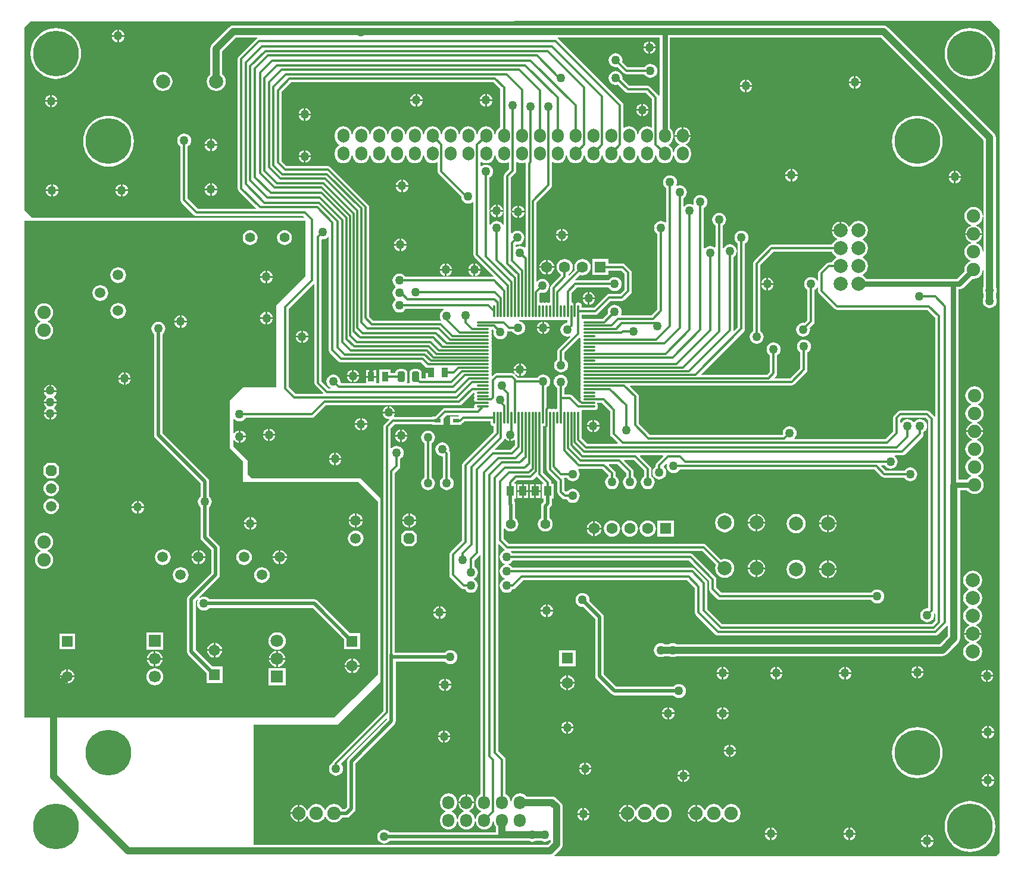
<source format=gbl>
%FSLAX24Y24*%
%MOIN*%
G70*
G01*
G75*
G04 Layer_Physical_Order=2*
G04 Layer_Color=16711680*
%ADD10R,0.0374X0.0551*%
%ADD11R,0.0413X0.0551*%
%ADD12O,0.0866X0.0236*%
%ADD13R,0.0551X0.0374*%
%ADD14R,0.0394X0.0236*%
%ADD15R,0.1299X0.0945*%
%ADD16R,0.0394X0.0945*%
%ADD17R,0.0551X0.0413*%
%ADD18R,0.0236X0.0492*%
%ADD19R,0.0689X0.0394*%
%ADD20O,0.0984X0.0276*%
%ADD21R,0.1063X0.0453*%
%ADD22R,0.0571X0.0453*%
%ADD23R,0.0354X0.0197*%
%ADD24R,0.0453X0.0571*%
%ADD25O,0.0236X0.0669*%
G04:AMPARAMS|DCode=26|XSize=25.6mil|YSize=39.4mil|CornerRadius=6.4mil|HoleSize=0mil|Usage=FLASHONLY|Rotation=90.000|XOffset=0mil|YOffset=0mil|HoleType=Round|Shape=RoundedRectangle|*
%AMROUNDEDRECTD26*
21,1,0.0256,0.0266,0,0,90.0*
21,1,0.0128,0.0394,0,0,90.0*
1,1,0.0128,0.0133,0.0064*
1,1,0.0128,0.0133,-0.0064*
1,1,0.0128,-0.0133,-0.0064*
1,1,0.0128,-0.0133,0.0064*
%
%ADD26ROUNDEDRECTD26*%
%ADD27R,0.0236X0.0394*%
%ADD28C,0.0197*%
%ADD29C,0.0394*%
%ADD30C,0.0118*%
%ADD31C,0.0157*%
%ADD32C,0.0295*%
%ADD33C,0.0984*%
%ADD34C,0.2559*%
%ADD35C,0.0630*%
%ADD36R,0.0630X0.0630*%
%ADD37C,0.0787*%
%ADD38C,0.0512*%
%ADD39O,0.0669X0.0787*%
%ADD40O,0.0669X0.0748*%
%ADD41C,0.0748*%
%ADD42R,0.0630X0.0630*%
%ADD43C,0.0591*%
%ADD44R,0.0669X0.0669*%
%ADD45C,0.0669*%
%ADD46R,0.0709X0.0709*%
%ADD47C,0.0709*%
%ADD48R,0.0591X0.0591*%
G04:AMPARAMS|DCode=49|XSize=59.1mil|YSize=59.1mil|CornerRadius=0mil|HoleSize=0mil|Usage=FLASHONLY|Rotation=180.000|XOffset=0mil|YOffset=0mil|HoleType=Round|Shape=Octagon|*
%AMOCTAGOND49*
4,1,8,-0.0295,0.0148,-0.0295,-0.0148,-0.0148,-0.0295,0.0148,-0.0295,0.0295,-0.0148,0.0295,0.0148,0.0148,0.0295,-0.0148,0.0295,-0.0295,0.0148,0.0*
%
%ADD49OCTAGOND49*%

%ADD50C,0.0551*%
%ADD51C,0.0500*%
G04:AMPARAMS|DCode=52|XSize=40mil|YSize=60mil|CornerRadius=10mil|HoleSize=0mil|Usage=FLASHONLY|Rotation=180.000|XOffset=0mil|YOffset=0mil|HoleType=Round|Shape=RoundedRectangle|*
%AMROUNDEDRECTD52*
21,1,0.0400,0.0400,0,0,180.0*
21,1,0.0200,0.0600,0,0,180.0*
1,1,0.0200,-0.0100,0.0200*
1,1,0.0200,0.0100,0.0200*
1,1,0.0200,0.0100,-0.0200*
1,1,0.0200,-0.0100,-0.0200*
%
%ADD52ROUNDEDRECTD52*%
%ADD53O,0.0709X0.0118*%
%ADD54O,0.0118X0.0709*%
G36*
X36701Y53115D02*
Y50987D01*
X36663Y50972D01*
X36565Y50896D01*
X36489Y50797D01*
X36441Y50682D01*
X36427Y50572D01*
X36376D01*
X36362Y50682D01*
X36314Y50797D01*
X36239Y50896D01*
X36140Y50972D01*
X36025Y51019D01*
X35902Y51036D01*
X35778Y51019D01*
X35663Y50972D01*
X35565Y50896D01*
X35489Y50797D01*
X35441Y50682D01*
X35427Y50572D01*
X35376D01*
X35362Y50682D01*
X35314Y50797D01*
X35239Y50896D01*
X35140Y50972D01*
X35025Y51019D01*
X34902Y51036D01*
X34778Y51019D01*
X34663Y50972D01*
X34565Y50896D01*
X34489Y50797D01*
X34441Y50682D01*
X34427Y50572D01*
X34376D01*
X34362Y50682D01*
X34314Y50797D01*
X34239Y50896D01*
X34140Y50972D01*
X34025Y51019D01*
X33902Y51036D01*
X33778Y51019D01*
X33663Y50972D01*
X33565Y50896D01*
X33489Y50797D01*
X33441Y50682D01*
X33427Y50572D01*
X33376D01*
X33362Y50682D01*
X33314Y50797D01*
X33239Y50896D01*
X33140Y50972D01*
X33025Y51019D01*
X32902Y51036D01*
X32778Y51019D01*
X32663Y50972D01*
X32565Y50896D01*
X32489Y50797D01*
X32441Y50682D01*
X32427Y50572D01*
X32376D01*
X32362Y50682D01*
X32314Y50797D01*
X32239Y50896D01*
X32140Y50972D01*
X32025Y51019D01*
X31902Y51036D01*
X31778Y51019D01*
X31663Y50972D01*
X31565Y50896D01*
X31489Y50797D01*
X31441Y50682D01*
X31427Y50572D01*
X31376D01*
X31362Y50682D01*
X31314Y50797D01*
X31239Y50896D01*
X31140Y50972D01*
X31025Y51019D01*
X30902Y51036D01*
X30778Y51019D01*
X30663Y50972D01*
X30565Y50896D01*
X30489Y50797D01*
X30441Y50682D01*
X30427Y50572D01*
X30376D01*
X30362Y50682D01*
X30314Y50797D01*
X30239Y50896D01*
X30140Y50972D01*
X30025Y51019D01*
X29902Y51036D01*
X29778Y51019D01*
X29663Y50972D01*
X29565Y50896D01*
X29489Y50797D01*
X29441Y50682D01*
X29427Y50572D01*
X29376D01*
X29362Y50682D01*
X29314Y50797D01*
X29239Y50896D01*
X29140Y50972D01*
X29025Y51019D01*
X28902Y51036D01*
X28778Y51019D01*
X28663Y50972D01*
X28565Y50896D01*
X28489Y50797D01*
X28441Y50682D01*
X28427Y50572D01*
X28376D01*
X28362Y50682D01*
X28314Y50797D01*
X28239Y50896D01*
X28140Y50972D01*
X28025Y51019D01*
X27902Y51036D01*
X27778Y51019D01*
X27663Y50972D01*
X27565Y50896D01*
X27489Y50797D01*
X27441Y50682D01*
X27425Y50559D01*
Y50441D01*
X27441Y50318D01*
X27489Y50203D01*
X27565Y50104D01*
X27663Y50028D01*
X27671Y50025D01*
Y49975D01*
X27663Y49972D01*
X27565Y49896D01*
X27489Y49797D01*
X27441Y49682D01*
X27425Y49559D01*
Y49441D01*
X27441Y49318D01*
X27489Y49203D01*
X27565Y49104D01*
X27663Y49028D01*
X27778Y48981D01*
X27902Y48964D01*
X28025Y48981D01*
X28140Y49028D01*
X28239Y49104D01*
X28314Y49203D01*
X28362Y49318D01*
X28376Y49428D01*
X28427D01*
X28441Y49318D01*
X28489Y49203D01*
X28565Y49104D01*
X28663Y49028D01*
X28778Y48981D01*
X28902Y48964D01*
X29025Y48981D01*
X29140Y49028D01*
X29239Y49104D01*
X29314Y49203D01*
X29362Y49318D01*
X29376Y49428D01*
X29427D01*
X29441Y49318D01*
X29489Y49203D01*
X29565Y49104D01*
X29663Y49028D01*
X29778Y48981D01*
X29902Y48964D01*
X30025Y48981D01*
X30140Y49028D01*
X30239Y49104D01*
X30314Y49203D01*
X30362Y49318D01*
X30376Y49428D01*
X30427D01*
X30441Y49318D01*
X30489Y49203D01*
X30565Y49104D01*
X30663Y49028D01*
X30778Y48981D01*
X30902Y48964D01*
X31025Y48981D01*
X31140Y49028D01*
X31239Y49104D01*
X31314Y49203D01*
X31362Y49318D01*
X31376Y49428D01*
X31427D01*
X31441Y49318D01*
X31489Y49203D01*
X31565Y49104D01*
X31663Y49028D01*
X31778Y48981D01*
X31902Y48964D01*
X32025Y48981D01*
X32140Y49028D01*
X32239Y49104D01*
X32314Y49203D01*
X32362Y49318D01*
X32376Y49428D01*
X32427D01*
X32441Y49318D01*
X32489Y49203D01*
X32565Y49104D01*
X32663Y49028D01*
X32778Y48981D01*
X32902Y48964D01*
X33025Y48981D01*
X33140Y49028D01*
X33154Y49039D01*
X33199Y49017D01*
Y48500D01*
X33215Y48423D01*
X33258Y48358D01*
X34510Y47106D01*
X34509Y47100D01*
X34522Y46999D01*
X34561Y46904D01*
X34623Y46823D01*
X34704Y46761D01*
X34799Y46722D01*
X34900Y46709D01*
X35001Y46722D01*
X35096Y46761D01*
X35149Y46802D01*
X35199Y46778D01*
Y43850D01*
X35215Y43773D01*
X35258Y43708D01*
X36315Y42651D01*
X36295Y42601D01*
X35282D01*
X35281Y42603D01*
X35219D01*
X35218Y42601D01*
X33682D01*
X33681Y42603D01*
X33619D01*
X33618Y42601D01*
X31385D01*
X31327Y42677D01*
X31246Y42739D01*
X31151Y42778D01*
X31050Y42791D01*
X30949Y42778D01*
X30854Y42739D01*
X30773Y42677D01*
X30711Y42596D01*
X30672Y42501D01*
X30659Y42400D01*
X30672Y42299D01*
X30711Y42204D01*
X30773Y42123D01*
X30830Y42080D01*
Y42020D01*
X30773Y41977D01*
X30711Y41896D01*
X30672Y41801D01*
X30659Y41700D01*
X30672Y41599D01*
X30711Y41504D01*
X30773Y41423D01*
X30830Y41380D01*
Y41320D01*
X30773Y41277D01*
X30711Y41196D01*
X30672Y41101D01*
X30659Y41000D01*
X30672Y40899D01*
X30711Y40804D01*
X30773Y40723D01*
X30854Y40661D01*
X30949Y40622D01*
X31050Y40609D01*
X31151Y40622D01*
X31246Y40661D01*
X31327Y40723D01*
X31385Y40799D01*
X33520D01*
X33530Y40749D01*
X33504Y40739D01*
X33423Y40677D01*
X33361Y40596D01*
X33322Y40501D01*
X33309Y40400D01*
X33322Y40299D01*
X33361Y40204D01*
X33371Y40192D01*
X33339Y40151D01*
X29583D01*
X29351Y40383D01*
Y46500D01*
X29338Y46564D01*
X29335Y46577D01*
X29292Y46642D01*
X27192Y48742D01*
X27127Y48785D01*
X27050Y48801D01*
X24733D01*
X24451Y49083D01*
Y52967D01*
X24983Y53499D01*
X36317D01*
X36701Y53115D01*
D02*
G37*
G36*
X35240Y36085D02*
X35247Y36048D01*
X35261Y36027D01*
X35247Y36005D01*
X35232Y35928D01*
X35247Y35852D01*
X35261Y35830D01*
X35247Y35808D01*
X35232Y35731D01*
X35247Y35655D01*
X35284Y35599D01*
X35282Y35597D01*
X35270Y35535D01*
X35282Y35473D01*
X35284Y35470D01*
X35247Y35415D01*
X35232Y35338D01*
X35239Y35301D01*
X35198Y35251D01*
X33600D01*
X33523Y35235D01*
X33458Y35192D01*
X33052Y34786D01*
X32873D01*
Y34751D01*
X30763D01*
X30738Y34801D01*
X30756Y34823D01*
X30791Y34909D01*
X30796Y34950D01*
X30104D01*
X30109Y34909D01*
X30144Y34823D01*
X30200Y34750D01*
X30273Y34694D01*
X30359Y34659D01*
X30443Y34648D01*
X30470Y34605D01*
X30471Y34605D01*
X30208Y34342D01*
X30165Y34277D01*
X30149Y34200D01*
Y18283D01*
X27358Y15492D01*
X27315Y15427D01*
X27307Y15390D01*
X27304Y15389D01*
X27223Y15327D01*
X27161Y15246D01*
X27122Y15151D01*
X27109Y15050D01*
X27122Y14949D01*
X27161Y14854D01*
X27223Y14773D01*
X27304Y14711D01*
X27399Y14672D01*
X27500Y14659D01*
X27601Y14672D01*
X27696Y14711D01*
X27777Y14773D01*
X27839Y14854D01*
X27878Y14949D01*
X27891Y15050D01*
X27878Y15151D01*
X27839Y15246D01*
X27777Y15327D01*
X27776Y15342D01*
X30313Y17879D01*
X30359Y17860D01*
Y17800D01*
X28180Y15620D01*
X28127Y15542D01*
X28109Y15450D01*
Y12900D01*
X28000Y12791D01*
X27838D01*
X27831Y12808D01*
X27749Y12915D01*
X27642Y12997D01*
X27518Y13049D01*
X27384Y13066D01*
X27251Y13049D01*
X27126Y12997D01*
X27019Y12915D01*
X26937Y12808D01*
X26917Y12760D01*
X26867D01*
X26847Y12808D01*
X26765Y12915D01*
X26658Y12997D01*
X26534Y13049D01*
X26400Y13066D01*
X26266Y13049D01*
X26142Y12997D01*
X26035Y12915D01*
X25953Y12808D01*
X25914Y12715D01*
X25860D01*
X25830Y12789D01*
X25754Y12888D01*
X25655Y12964D01*
X25539Y13012D01*
X25466Y13022D01*
Y12550D01*
Y12078D01*
X25539Y12088D01*
X25655Y12136D01*
X25754Y12212D01*
X25830Y12311D01*
X25860Y12385D01*
X25914D01*
X25953Y12292D01*
X26035Y12185D01*
X26142Y12103D01*
X26266Y12051D01*
X26400Y12034D01*
X26534Y12051D01*
X26658Y12103D01*
X26765Y12185D01*
X26847Y12292D01*
X26867Y12340D01*
X26917D01*
X26937Y12292D01*
X27019Y12185D01*
X27126Y12103D01*
X27251Y12051D01*
X27384Y12034D01*
X27518Y12051D01*
X27642Y12103D01*
X27749Y12185D01*
X27831Y12292D01*
X27838Y12309D01*
X28100D01*
X28192Y12327D01*
X28270Y12380D01*
X28520Y12630D01*
X28573Y12708D01*
X28591Y12800D01*
Y15350D01*
X30770Y17530D01*
X30823Y17608D01*
X30841Y17700D01*
Y21059D01*
X33596D01*
X33623Y21023D01*
X33704Y20961D01*
X33799Y20922D01*
X33900Y20909D01*
X34001Y20922D01*
X34096Y20961D01*
X34177Y21023D01*
X34239Y21104D01*
X34278Y21199D01*
X34291Y21300D01*
X34278Y21401D01*
X34239Y21496D01*
X34177Y21577D01*
X34096Y21639D01*
X34001Y21678D01*
X33900Y21691D01*
X33799Y21678D01*
X33704Y21639D01*
X33623Y21577D01*
X33596Y21541D01*
X30823D01*
X30823Y21542D01*
X30801Y21575D01*
Y31617D01*
X31042Y31858D01*
X31085Y31923D01*
X31101Y32000D01*
Y32415D01*
X31177Y32473D01*
X31239Y32554D01*
X31278Y32649D01*
X31291Y32750D01*
X31278Y32851D01*
X31239Y32946D01*
X31177Y33027D01*
X31096Y33089D01*
X31001Y33128D01*
X30900Y33141D01*
X30799Y33128D01*
X30704Y33089D01*
X30623Y33027D01*
X30601Y32997D01*
X30551Y33014D01*
Y34117D01*
X30783Y34349D01*
X32873D01*
Y34314D01*
X33503D01*
Y34669D01*
X33683Y34849D01*
X34355D01*
X34381Y34799D01*
X34372Y34786D01*
X33897D01*
Y34314D01*
X34527D01*
Y34365D01*
X34527Y34365D01*
X34592Y34408D01*
X34711Y34527D01*
X36137D01*
Y34432D01*
X36152Y34355D01*
X36196Y34290D01*
X36261Y34247D01*
X36334Y34232D01*
Y33918D01*
X34608Y32192D01*
X34565Y32127D01*
X34549Y32050D01*
Y27833D01*
X33908Y27192D01*
X33865Y27127D01*
X33849Y27050D01*
Y25900D01*
X33865Y25823D01*
X33908Y25758D01*
X34508Y25158D01*
X34573Y25115D01*
X34650Y25099D01*
X34715D01*
X34773Y25023D01*
X34854Y24961D01*
X34949Y24922D01*
X35050Y24909D01*
X35151Y24922D01*
X35246Y24961D01*
X35327Y25023D01*
X35389Y25104D01*
X35428Y25199D01*
X35441Y25300D01*
X35428Y25401D01*
X35389Y25496D01*
X35327Y25577D01*
X35246Y25639D01*
X35218Y25650D01*
Y25700D01*
X35246Y25711D01*
X35327Y25773D01*
X35389Y25854D01*
X35428Y25949D01*
X35441Y26050D01*
X35428Y26151D01*
X35389Y26246D01*
X35327Y26327D01*
X35251Y26385D01*
Y26717D01*
X35542Y27008D01*
X35549Y27019D01*
X35599Y27004D01*
Y13618D01*
X35562Y13602D01*
X35463Y13526D01*
X35387Y13428D01*
X35340Y13313D01*
X35323Y13189D01*
Y13111D01*
X35340Y12987D01*
X35387Y12872D01*
X35463Y12774D01*
X35562Y12698D01*
X35612Y12677D01*
Y12623D01*
X35562Y12602D01*
X35463Y12526D01*
X35387Y12428D01*
X35340Y12313D01*
X35325Y12203D01*
X35275D01*
X35260Y12313D01*
X35213Y12428D01*
X35137Y12526D01*
X35038Y12602D01*
X34938Y12643D01*
X34935Y12694D01*
X34935Y12696D01*
X35019Y12731D01*
X35110Y12801D01*
X35180Y12891D01*
X35223Y12997D01*
X35237Y13100D01*
X34363D01*
X34377Y12997D01*
X34420Y12891D01*
X34490Y12801D01*
X34581Y12731D01*
X34665Y12696D01*
X34665Y12694D01*
X34662Y12643D01*
X34562Y12602D01*
X34463Y12526D01*
X34387Y12428D01*
X34340Y12313D01*
X34325Y12203D01*
X34275D01*
X34260Y12313D01*
X34213Y12428D01*
X34137Y12526D01*
X34038Y12602D01*
X33988Y12623D01*
Y12677D01*
X34038Y12698D01*
X34137Y12774D01*
X34213Y12872D01*
X34260Y12987D01*
X34277Y13111D01*
Y13189D01*
X34260Y13313D01*
X34213Y13428D01*
X34137Y13526D01*
X34038Y13602D01*
X33923Y13650D01*
X33800Y13666D01*
X33677Y13650D01*
X33562Y13602D01*
X33463Y13526D01*
X33387Y13428D01*
X33340Y13313D01*
X33323Y13189D01*
Y13111D01*
X33340Y12987D01*
X33387Y12872D01*
X33463Y12774D01*
X33562Y12698D01*
X33612Y12677D01*
Y12623D01*
X33562Y12602D01*
X33463Y12526D01*
X33387Y12428D01*
X33340Y12313D01*
X33323Y12189D01*
Y12111D01*
X33340Y11987D01*
X33387Y11872D01*
X33463Y11774D01*
X33562Y11698D01*
X33677Y11650D01*
X33800Y11634D01*
X33923Y11650D01*
X34038Y11698D01*
X34137Y11774D01*
X34213Y11872D01*
X34260Y11987D01*
X34275Y12098D01*
X34325D01*
X34340Y11987D01*
X34387Y11872D01*
X34463Y11774D01*
X34562Y11698D01*
X34677Y11650D01*
X34800Y11634D01*
X34923Y11650D01*
X35038Y11698D01*
X35137Y11774D01*
X35213Y11872D01*
X35260Y11987D01*
X35275Y12098D01*
X35325D01*
X35340Y11987D01*
X35387Y11872D01*
X35463Y11774D01*
X35562Y11698D01*
X35677Y11650D01*
X35800Y11634D01*
X35923Y11650D01*
X36038Y11698D01*
X36137Y11774D01*
X36213Y11872D01*
X36260Y11987D01*
X36275Y12098D01*
X36325D01*
X36340Y11987D01*
X36387Y11872D01*
X36462Y11775D01*
Y11491D01*
X30504D01*
X30477Y11527D01*
X30396Y11589D01*
X30301Y11628D01*
X30200Y11641D01*
X30099Y11628D01*
X30004Y11589D01*
X29923Y11527D01*
X29861Y11446D01*
X29822Y11351D01*
X29809Y11250D01*
X29822Y11149D01*
X29861Y11054D01*
X29923Y10973D01*
X30004Y10911D01*
X30099Y10872D01*
X30200Y10859D01*
X30301Y10872D01*
X30396Y10911D01*
X30477Y10973D01*
X30504Y11009D01*
X36850D01*
X36867Y11012D01*
X38303D01*
X38304Y11011D01*
X38399Y10972D01*
X38500Y10959D01*
X38601Y10972D01*
X38696Y11011D01*
X38697Y11012D01*
X39003D01*
X39004Y11011D01*
X39099Y10972D01*
X39200Y10959D01*
X39301Y10972D01*
X39396Y11011D01*
X39462Y11063D01*
X39512Y11043D01*
Y10940D01*
X39360Y10788D01*
X22900D01*
Y17500D01*
X27600D01*
X30000Y19900D01*
Y19950D01*
Y30200D01*
X28900Y31300D01*
X22800D01*
X22750Y31350D01*
X22550Y31550D01*
Y32200D01*
Y32300D01*
X22350Y32500D01*
X21750Y33100D01*
Y33200D01*
Y33452D01*
X21772Y33463D01*
X21800Y33466D01*
X21850Y33400D01*
X21923Y33344D01*
X22009Y33309D01*
X22050Y33304D01*
Y33650D01*
Y33996D01*
X22009Y33991D01*
X21923Y33956D01*
X21850Y33900D01*
X21800Y33834D01*
X21772Y33837D01*
X21750Y33848D01*
Y34637D01*
X21800Y34654D01*
X21823Y34623D01*
X21904Y34561D01*
X21999Y34522D01*
X22100Y34509D01*
X22201Y34522D01*
X22296Y34561D01*
X22377Y34623D01*
X22435Y34699D01*
X26150D01*
X26227Y34715D01*
X26292Y34758D01*
X26933Y35399D01*
X30418D01*
X30419Y35397D01*
X30481D01*
X30482Y35399D01*
X34400D01*
X34477Y35415D01*
X34542Y35458D01*
X35185Y36101D01*
X35240Y36085D01*
D02*
G37*
G36*
X26299Y42195D02*
Y36650D01*
X26315Y36573D01*
X26358Y36508D01*
X26769Y36097D01*
X26750Y36051D01*
X25233D01*
X24851Y36433D01*
Y40817D01*
X26249Y42215D01*
X26299Y42195D01*
D02*
G37*
G36*
X42849Y35067D02*
Y33800D01*
X42865Y33723D01*
X42908Y33658D01*
X43269Y33297D01*
X43250Y33251D01*
X41583D01*
X41263Y33571D01*
Y34728D01*
Y35023D01*
X41250Y35087D01*
X41278Y35137D01*
X41968D01*
X42045Y35152D01*
X42110Y35196D01*
X42153Y35261D01*
X42168Y35338D01*
X42153Y35415D01*
X42116Y35470D01*
X42118Y35473D01*
X42129Y35531D01*
X42385D01*
X42849Y35067D01*
D02*
G37*
G36*
X45614Y52775D02*
X45564Y52759D01*
X45542Y52792D01*
X45092Y53242D01*
X45027Y53285D01*
X44950Y53301D01*
X43933D01*
X43534Y53699D01*
X43541Y53750D01*
X43528Y53851D01*
X43489Y53946D01*
X43427Y54027D01*
X43346Y54089D01*
X43251Y54128D01*
X43150Y54141D01*
X43049Y54128D01*
X42954Y54089D01*
X42873Y54027D01*
X42811Y53946D01*
X42772Y53851D01*
X42759Y53750D01*
X42772Y53649D01*
X42811Y53554D01*
X42873Y53473D01*
X42954Y53411D01*
X43049Y53372D01*
X43150Y53359D01*
X43251Y53372D01*
X43281Y53385D01*
X43708Y52958D01*
X43773Y52915D01*
X43850Y52899D01*
X44867D01*
X45199Y52567D01*
Y50983D01*
X45154Y50961D01*
X45140Y50972D01*
X45025Y51019D01*
X44902Y51036D01*
X44778Y51019D01*
X44663Y50972D01*
X44565Y50896D01*
X44489Y50797D01*
X44441Y50682D01*
X44427Y50572D01*
X44376D01*
X44362Y50682D01*
X44314Y50797D01*
X44239Y50896D01*
X44140Y50972D01*
X44025Y51019D01*
X43902Y51036D01*
X43778Y51019D01*
X43663Y50972D01*
X43646Y50958D01*
X43601Y50980D01*
Y52200D01*
X43585Y52277D01*
X43542Y52342D01*
X39942Y55942D01*
X39911Y55962D01*
X39926Y56012D01*
X45614D01*
Y52775D01*
D02*
G37*
G36*
X37300Y33404D02*
X37341Y33409D01*
X37427Y33444D01*
X37465Y33474D01*
X37515Y33449D01*
Y33149D01*
X37267Y32901D01*
X36400D01*
X36381Y32947D01*
X36873Y33440D01*
X36917Y33505D01*
X36920Y33522D01*
X36974Y33535D01*
X37000Y33500D01*
X37073Y33444D01*
X37159Y33409D01*
X37200Y33404D01*
Y33750D01*
X37300D01*
Y33404D01*
D02*
G37*
G36*
X63762Y50260D02*
Y46032D01*
X63712Y46029D01*
X63699Y46134D01*
X63647Y46258D01*
X63565Y46365D01*
X63458Y46447D01*
X63334Y46499D01*
X63200Y46516D01*
X63066Y46499D01*
X62942Y46447D01*
X62835Y46365D01*
X62753Y46258D01*
X62701Y46134D01*
X62684Y46000D01*
X62701Y45866D01*
X62753Y45742D01*
X62835Y45635D01*
X62942Y45553D01*
X63054Y45507D01*
X63059Y45465D01*
X63057Y45454D01*
X62961Y45414D01*
X62862Y45338D01*
X62786Y45239D01*
X62738Y45124D01*
X62728Y45050D01*
X63672D01*
X63662Y45124D01*
X63614Y45239D01*
X63538Y45338D01*
X63439Y45414D01*
X63343Y45454D01*
X63341Y45465D01*
X63346Y45507D01*
X63458Y45553D01*
X63565Y45635D01*
X63647Y45742D01*
X63699Y45866D01*
X63712Y45971D01*
X63762Y45968D01*
Y44032D01*
X63712Y44029D01*
X63699Y44134D01*
X63647Y44258D01*
X63565Y44365D01*
X63458Y44447D01*
X63346Y44493D01*
X63341Y44535D01*
X63343Y44546D01*
X63439Y44586D01*
X63538Y44662D01*
X63614Y44761D01*
X63662Y44876D01*
X63672Y44950D01*
X62728D01*
X62738Y44876D01*
X62786Y44761D01*
X62862Y44662D01*
X62961Y44586D01*
X63057Y44546D01*
X63059Y44535D01*
X63054Y44493D01*
X62942Y44447D01*
X62835Y44365D01*
X62753Y44258D01*
X62701Y44134D01*
X62684Y44000D01*
X62701Y43866D01*
X62753Y43742D01*
X62835Y43635D01*
X62942Y43553D01*
X63004Y43527D01*
Y43473D01*
X62942Y43447D01*
X62835Y43365D01*
X62753Y43258D01*
X62701Y43134D01*
X62684Y43000D01*
X62696Y42904D01*
X62281Y42488D01*
X57199D01*
X57129Y42579D01*
X57018Y42664D01*
X56992Y42675D01*
Y42725D01*
X57018Y42736D01*
X57129Y42821D01*
X57214Y42932D01*
X57268Y43061D01*
X57286Y43200D01*
X57268Y43339D01*
X57214Y43468D01*
X57129Y43579D01*
X57018Y43664D01*
X56992Y43675D01*
Y43725D01*
X57018Y43736D01*
X57129Y43821D01*
X57214Y43932D01*
X57268Y44061D01*
X57286Y44200D01*
X57268Y44339D01*
X57214Y44468D01*
X57129Y44579D01*
X57018Y44664D01*
X56992Y44675D01*
Y44725D01*
X57018Y44736D01*
X57129Y44821D01*
X57214Y44932D01*
X57268Y45061D01*
X57286Y45200D01*
X57268Y45339D01*
X57214Y45468D01*
X57129Y45579D01*
X57018Y45664D01*
X56889Y45718D01*
X56750Y45736D01*
X56611Y45718D01*
X56482Y45664D01*
X56371Y45579D01*
X56286Y45468D01*
X56257Y45398D01*
X56202D01*
X56181Y45449D01*
X56102Y45552D01*
X55999Y45631D01*
X55879Y45681D01*
X55800Y45691D01*
Y45200D01*
X55750D01*
Y45150D01*
X55259D01*
X55269Y45071D01*
X55319Y44951D01*
X55398Y44848D01*
X55501Y44769D01*
X55552Y44748D01*
Y44693D01*
X55482Y44664D01*
X55371Y44579D01*
X55286Y44468D01*
X55258Y44401D01*
X51900D01*
X51823Y44385D01*
X51758Y44342D01*
X50908Y43492D01*
X50865Y43427D01*
X50849Y43350D01*
Y39585D01*
X50773Y39527D01*
X50711Y39446D01*
X50672Y39351D01*
X50659Y39250D01*
X50672Y39149D01*
X50711Y39054D01*
X50773Y38973D01*
X50854Y38911D01*
X50949Y38872D01*
X51050Y38859D01*
X51151Y38872D01*
X51246Y38911D01*
X51327Y38973D01*
X51389Y39054D01*
X51428Y39149D01*
X51441Y39250D01*
X51428Y39351D01*
X51389Y39446D01*
X51327Y39527D01*
X51251Y39585D01*
Y42168D01*
X51253Y42169D01*
Y42231D01*
X51251Y42232D01*
Y43267D01*
X51983Y43999D01*
X55258D01*
X55286Y43932D01*
X55371Y43821D01*
X55482Y43736D01*
X55508Y43725D01*
Y43675D01*
X55482Y43664D01*
X55371Y43579D01*
X55286Y43468D01*
X55258Y43401D01*
X55100D01*
X55036Y43388D01*
X55023Y43385D01*
X54958Y43342D01*
X54558Y42942D01*
X54515Y42877D01*
X54499Y42800D01*
Y42380D01*
X54449Y42370D01*
X54439Y42396D01*
X54377Y42477D01*
X54296Y42539D01*
X54201Y42578D01*
X54100Y42591D01*
X53999Y42578D01*
X53904Y42539D01*
X53823Y42477D01*
X53761Y42396D01*
X53722Y42301D01*
X53709Y42200D01*
X53722Y42099D01*
X53761Y42004D01*
X53823Y41923D01*
X53899Y41865D01*
Y40183D01*
X53745Y40029D01*
X53650Y40041D01*
X53549Y40028D01*
X53454Y39989D01*
X53373Y39927D01*
X53311Y39846D01*
X53272Y39751D01*
X53259Y39650D01*
X53272Y39549D01*
X53311Y39454D01*
X53373Y39373D01*
X53454Y39311D01*
X53549Y39272D01*
X53650Y39259D01*
X53751Y39272D01*
X53846Y39311D01*
X53927Y39373D01*
X53989Y39454D01*
X54028Y39549D01*
X54041Y39650D01*
X54029Y39745D01*
X54242Y39958D01*
X54285Y40023D01*
X54288Y40036D01*
X54301Y40100D01*
Y41865D01*
X54377Y41923D01*
X54439Y42004D01*
X54449Y42030D01*
X54499Y42020D01*
Y41800D01*
X54515Y41723D01*
X54558Y41658D01*
X55408Y40808D01*
X55473Y40765D01*
X55550Y40749D01*
X60617D01*
X61049Y40317D01*
Y34796D01*
X60999Y34781D01*
X60992Y34792D01*
X60742Y35042D01*
X60677Y35085D01*
X60600Y35101D01*
X59100D01*
X59023Y35085D01*
X58958Y35042D01*
X58758Y34842D01*
X58715Y34777D01*
X58699Y34700D01*
Y33933D01*
X58267Y33501D01*
X53166D01*
X53149Y33551D01*
X53170Y33567D01*
X53232Y33648D01*
X53272Y33742D01*
X53285Y33844D01*
X53272Y33945D01*
X53232Y34039D01*
X53170Y34120D01*
X53089Y34182D01*
X52995Y34222D01*
X52894Y34235D01*
X52792Y34222D01*
X52698Y34182D01*
X52617Y34120D01*
X52555Y34039D01*
X52516Y33945D01*
X52503Y33844D01*
X52510Y33788D01*
X52477Y33751D01*
X45083D01*
X44451Y34383D01*
Y35900D01*
X44435Y35977D01*
X44392Y36042D01*
X43965Y36469D01*
X43984Y36515D01*
X53016D01*
X53093Y36530D01*
X53158Y36574D01*
X53842Y37258D01*
X53885Y37323D01*
X53888Y37336D01*
X53901Y37400D01*
Y38365D01*
X53977Y38423D01*
X54039Y38504D01*
X54078Y38599D01*
X54091Y38700D01*
X54078Y38801D01*
X54039Y38896D01*
X53977Y38977D01*
X53896Y39039D01*
X53801Y39078D01*
X53700Y39091D01*
X53599Y39078D01*
X53504Y39039D01*
X53423Y38977D01*
X53361Y38896D01*
X53322Y38801D01*
X53309Y38700D01*
X53322Y38599D01*
X53361Y38504D01*
X53423Y38423D01*
X53499Y38365D01*
Y37483D01*
X52933Y36916D01*
X52066D01*
X52046Y36963D01*
X52142Y37058D01*
X52185Y37123D01*
X52201Y37200D01*
Y38215D01*
X52277Y38273D01*
X52339Y38354D01*
X52378Y38449D01*
X52391Y38550D01*
X52378Y38651D01*
X52339Y38746D01*
X52277Y38827D01*
X52196Y38889D01*
X52101Y38928D01*
X52000Y38941D01*
X51899Y38928D01*
X51804Y38889D01*
X51723Y38827D01*
X51661Y38746D01*
X51622Y38651D01*
X51609Y38550D01*
X51622Y38449D01*
X51661Y38354D01*
X51723Y38273D01*
X51799Y38215D01*
Y37283D01*
X51629Y37113D01*
X47962D01*
X47943Y37160D01*
X50342Y39558D01*
X50385Y39623D01*
X50388Y39636D01*
X50401Y39700D01*
Y44465D01*
X50477Y44523D01*
X50539Y44604D01*
X50578Y44699D01*
X50591Y44800D01*
X50578Y44901D01*
X50539Y44996D01*
X50477Y45077D01*
X50396Y45139D01*
X50301Y45178D01*
X50200Y45191D01*
X50099Y45178D01*
X50004Y45139D01*
X49923Y45077D01*
X49861Y44996D01*
X49822Y44901D01*
X49809Y44800D01*
X49822Y44699D01*
X49861Y44604D01*
X49923Y44523D01*
X49999Y44465D01*
Y39783D01*
X49798Y39582D01*
X49763Y39595D01*
X49751Y39605D01*
Y43715D01*
X49827Y43773D01*
X49889Y43854D01*
X49928Y43949D01*
X49941Y44050D01*
X49928Y44151D01*
X49889Y44246D01*
X49827Y44327D01*
X49746Y44389D01*
X49651Y44428D01*
X49550Y44441D01*
X49449Y44428D01*
X49354Y44389D01*
X49273Y44327D01*
X49211Y44246D01*
X49201Y44220D01*
X49151Y44230D01*
Y45465D01*
X49227Y45523D01*
X49289Y45604D01*
X49328Y45699D01*
X49341Y45800D01*
X49328Y45901D01*
X49289Y45996D01*
X49227Y46077D01*
X49146Y46139D01*
X49051Y46178D01*
X48950Y46191D01*
X48849Y46178D01*
X48754Y46139D01*
X48673Y46077D01*
X48611Y45996D01*
X48572Y45901D01*
X48559Y45800D01*
X48572Y45699D01*
X48611Y45604D01*
X48673Y45523D01*
X48749Y45465D01*
Y44272D01*
X48699Y44248D01*
X48646Y44289D01*
X48551Y44328D01*
X48450Y44341D01*
X48349Y44328D01*
X48254Y44289D01*
X48173Y44227D01*
X48151Y44197D01*
X48101Y44214D01*
Y46465D01*
X48177Y46523D01*
X48239Y46604D01*
X48278Y46699D01*
X48291Y46800D01*
X48278Y46901D01*
X48239Y46996D01*
X48177Y47077D01*
X48096Y47139D01*
X48001Y47178D01*
X47900Y47191D01*
X47799Y47178D01*
X47704Y47139D01*
X47623Y47077D01*
X47561Y46996D01*
X47522Y46901D01*
X47509Y46800D01*
X47522Y46699D01*
X47533Y46673D01*
X47502Y46645D01*
X47492Y46640D01*
X47401Y46678D01*
X47300Y46691D01*
X47199Y46678D01*
X47104Y46639D01*
X47023Y46577D01*
X47001Y46547D01*
X46951Y46564D01*
Y47015D01*
X47027Y47073D01*
X47089Y47154D01*
X47128Y47249D01*
X47141Y47350D01*
X47128Y47451D01*
X47089Y47546D01*
X47027Y47627D01*
X46946Y47689D01*
X46851Y47728D01*
X46750Y47741D01*
X46649Y47728D01*
X46593Y47705D01*
X46555Y47743D01*
X46578Y47799D01*
X46591Y47900D01*
X46578Y48001D01*
X46539Y48096D01*
X46477Y48177D01*
X46396Y48239D01*
X46301Y48278D01*
X46200Y48291D01*
X46099Y48278D01*
X46004Y48239D01*
X45923Y48177D01*
X45861Y48096D01*
X45822Y48001D01*
X45809Y47900D01*
X45822Y47799D01*
X45861Y47704D01*
X45923Y47623D01*
X45999Y47565D01*
Y45672D01*
X45949Y45648D01*
X45896Y45689D01*
X45801Y45728D01*
X45700Y45741D01*
X45599Y45728D01*
X45504Y45689D01*
X45423Y45627D01*
X45361Y45546D01*
X45322Y45451D01*
X45309Y45350D01*
X45322Y45249D01*
X45361Y45154D01*
X45423Y45073D01*
X45499Y45015D01*
Y40783D01*
X45167Y40451D01*
X43491D01*
X43458Y40501D01*
X43478Y40549D01*
X43491Y40650D01*
X43478Y40751D01*
X43439Y40846D01*
X43377Y40927D01*
X43296Y40989D01*
X43201Y41028D01*
X43100Y41041D01*
X42999Y41028D01*
X42904Y40989D01*
X42823Y40927D01*
X42761Y40846D01*
X42722Y40751D01*
X42709Y40650D01*
X42721Y40555D01*
X42429Y40263D01*
X41377D01*
X41313Y40250D01*
X41263Y40278D01*
Y40472D01*
X42022D01*
X42099Y40487D01*
X42164Y40531D01*
X42883Y41249D01*
X43500D01*
X43577Y41265D01*
X43642Y41308D01*
X43992Y41658D01*
X44035Y41723D01*
X44051Y41800D01*
Y42850D01*
X44035Y42927D01*
X43992Y42992D01*
X43692Y43292D01*
X43627Y43335D01*
X43550Y43351D01*
X42753D01*
Y43603D01*
X41847D01*
Y42697D01*
X42753D01*
Y42949D01*
X43467D01*
X43649Y42767D01*
Y41883D01*
X43417Y41651D01*
X42800D01*
X42736Y41638D01*
X42723Y41635D01*
X42658Y41592D01*
X41939Y40873D01*
X41263D01*
Y40968D01*
X41248Y41045D01*
X41204Y41110D01*
X41139Y41153D01*
X41062Y41168D01*
X40985Y41153D01*
X40930Y41116D01*
X40927Y41118D01*
X40865Y41130D01*
X40803Y41118D01*
X40801Y41116D01*
X40745Y41153D01*
X40672Y41168D01*
Y41689D01*
X40983Y41999D01*
X42765D01*
X42823Y41923D01*
X42904Y41861D01*
X42999Y41822D01*
X43100Y41809D01*
X43201Y41822D01*
X43296Y41861D01*
X43377Y41923D01*
X43439Y42004D01*
X43478Y42099D01*
X43491Y42200D01*
X43478Y42301D01*
X43439Y42396D01*
X43377Y42477D01*
X43296Y42539D01*
X43201Y42578D01*
X43100Y42591D01*
X42999Y42578D01*
X42904Y42539D01*
X42823Y42477D01*
X42765Y42401D01*
X40905D01*
X40895Y42413D01*
X40882Y42448D01*
X41154Y42720D01*
X41182Y42709D01*
X41300Y42693D01*
X41418Y42709D01*
X41528Y42755D01*
X41623Y42827D01*
X41695Y42922D01*
X41741Y43032D01*
X41757Y43150D01*
X41741Y43268D01*
X41695Y43378D01*
X41623Y43473D01*
X41528Y43545D01*
X41418Y43591D01*
X41300Y43607D01*
X41182Y43591D01*
X41072Y43545D01*
X40977Y43473D01*
X40905Y43378D01*
X40859Y43268D01*
X40843Y43150D01*
X40859Y43032D01*
X40870Y43004D01*
X40554Y42688D01*
X40508Y42707D01*
Y42746D01*
X40528Y42755D01*
X40623Y42827D01*
X40695Y42922D01*
X40741Y43032D01*
X40757Y43150D01*
X40741Y43268D01*
X40695Y43378D01*
X40623Y43473D01*
X40528Y43545D01*
X40418Y43591D01*
X40300Y43607D01*
X40182Y43591D01*
X40072Y43545D01*
X39977Y43473D01*
X39905Y43378D01*
X39859Y43268D01*
X39843Y43150D01*
X39859Y43032D01*
X39905Y42922D01*
X39977Y42827D01*
X40072Y42755D01*
X40099Y42743D01*
Y42683D01*
X39542Y42126D01*
X39499Y42061D01*
X39484Y41984D01*
Y41168D01*
X39411Y41153D01*
X39389Y41139D01*
X39367Y41153D01*
X39291Y41168D01*
X39214Y41153D01*
X39192Y41139D01*
X39171Y41153D01*
X39094Y41168D01*
X39017Y41153D01*
X38995Y41139D01*
X38974Y41153D01*
X38901Y41168D01*
Y41667D01*
X38955Y41721D01*
X39050Y41709D01*
X39151Y41722D01*
X39246Y41761D01*
X39327Y41823D01*
X39389Y41904D01*
X39428Y41999D01*
X39441Y42100D01*
X39428Y42201D01*
X39389Y42296D01*
X39327Y42377D01*
X39246Y42439D01*
X39151Y42478D01*
X39050Y42491D01*
X38949Y42478D01*
X38854Y42439D01*
X38773Y42377D01*
X38754Y42351D01*
X38704Y42368D01*
Y46770D01*
X39542Y47608D01*
X39585Y47673D01*
X39588Y47686D01*
X39601Y47750D01*
Y49020D01*
X39646Y49042D01*
X39663Y49028D01*
X39778Y48981D01*
X39902Y48964D01*
X40025Y48981D01*
X40140Y49028D01*
X40239Y49104D01*
X40314Y49203D01*
X40362Y49318D01*
X40376Y49428D01*
X40427D01*
X40441Y49318D01*
X40489Y49203D01*
X40565Y49104D01*
X40663Y49028D01*
X40778Y48981D01*
X40902Y48964D01*
X41025Y48981D01*
X41140Y49028D01*
X41239Y49104D01*
X41314Y49203D01*
X41362Y49318D01*
X41376Y49428D01*
X41427D01*
X41441Y49318D01*
X41489Y49203D01*
X41565Y49104D01*
X41663Y49028D01*
X41778Y48981D01*
X41902Y48964D01*
X42025Y48981D01*
X42140Y49028D01*
X42239Y49104D01*
X42314Y49203D01*
X42362Y49318D01*
X42376Y49428D01*
X42427D01*
X42441Y49318D01*
X42489Y49203D01*
X42565Y49104D01*
X42663Y49028D01*
X42778Y48981D01*
X42902Y48964D01*
X43025Y48981D01*
X43140Y49028D01*
X43239Y49104D01*
X43314Y49203D01*
X43362Y49318D01*
X43376Y49428D01*
X43427D01*
X43441Y49318D01*
X43489Y49203D01*
X43565Y49104D01*
X43663Y49028D01*
X43778Y48981D01*
X43902Y48964D01*
X44025Y48981D01*
X44140Y49028D01*
X44239Y49104D01*
X44314Y49203D01*
X44362Y49318D01*
X44376Y49428D01*
X44427D01*
X44441Y49318D01*
X44489Y49203D01*
X44565Y49104D01*
X44663Y49028D01*
X44778Y48981D01*
X44902Y48964D01*
X45025Y48981D01*
X45140Y49028D01*
X45239Y49104D01*
X45314Y49203D01*
X45362Y49318D01*
X45376Y49428D01*
X45427D01*
X45441Y49318D01*
X45489Y49203D01*
X45565Y49104D01*
X45663Y49028D01*
X45778Y48981D01*
X45902Y48964D01*
X46025Y48981D01*
X46140Y49028D01*
X46239Y49104D01*
X46314Y49203D01*
X46362Y49318D01*
X46376Y49428D01*
X46427D01*
X46441Y49318D01*
X46489Y49203D01*
X46565Y49104D01*
X46663Y49028D01*
X46778Y48981D01*
X46902Y48964D01*
X47025Y48981D01*
X47140Y49028D01*
X47239Y49104D01*
X47314Y49203D01*
X47362Y49318D01*
X47378Y49441D01*
Y49559D01*
X47362Y49682D01*
X47314Y49797D01*
X47239Y49896D01*
X47140Y49972D01*
X47088Y49993D01*
Y50048D01*
X47121Y50061D01*
X47212Y50131D01*
X47281Y50222D01*
X47325Y50327D01*
X47340Y50441D01*
Y50450D01*
X46463D01*
Y50441D01*
X46478Y50327D01*
X46522Y50222D01*
X46592Y50131D01*
X46682Y50061D01*
X46716Y50048D01*
Y49993D01*
X46663Y49972D01*
X46565Y49896D01*
X46489Y49797D01*
X46441Y49682D01*
X46427Y49572D01*
X46376D01*
X46362Y49682D01*
X46314Y49797D01*
X46239Y49896D01*
X46140Y49972D01*
X46132Y49975D01*
Y50025D01*
X46140Y50028D01*
X46239Y50104D01*
X46314Y50203D01*
X46362Y50318D01*
X46378Y50441D01*
Y50559D01*
X46362Y50682D01*
X46314Y50797D01*
X46239Y50896D01*
X46189Y50934D01*
Y56012D01*
X58010D01*
X63762Y50260D01*
D02*
G37*
G36*
X64650Y56450D02*
Y56400D01*
X64650Y10350D01*
X64450Y10150D01*
X39741D01*
X39724Y10200D01*
X39739Y10211D01*
X40089Y10561D01*
X40142Y10631D01*
X40176Y10713D01*
X40188Y10800D01*
Y12900D01*
X40176Y12987D01*
X40152Y13045D01*
X40142Y13069D01*
X40089Y13139D01*
X39839Y13389D01*
X39769Y13442D01*
X39687Y13476D01*
X39600Y13488D01*
X38167D01*
X38137Y13526D01*
X38038Y13602D01*
X37923Y13650D01*
X37800Y13666D01*
X37677Y13650D01*
X37562Y13602D01*
X37463Y13526D01*
X37387Y13428D01*
X37340Y13313D01*
X37325Y13203D01*
X37275D01*
X37260Y13313D01*
X37213Y13428D01*
X37137Y13526D01*
X37038Y13602D01*
X37001Y13618D01*
Y15550D01*
X36985Y15627D01*
X36942Y15692D01*
X36601Y16033D01*
Y27600D01*
X36647Y27619D01*
X36940Y27326D01*
X36941Y27320D01*
X36930Y27271D01*
X36928Y27269D01*
X36854Y27239D01*
X36773Y27177D01*
X36711Y27096D01*
X36672Y27001D01*
X36659Y26900D01*
X36672Y26799D01*
X36711Y26704D01*
X36773Y26623D01*
X36854Y26561D01*
X36940Y26526D01*
X36944Y26501D01*
Y26499D01*
X36940Y26474D01*
X36854Y26439D01*
X36773Y26377D01*
X36711Y26296D01*
X36672Y26201D01*
X36659Y26100D01*
X36672Y25999D01*
X36711Y25904D01*
X36773Y25823D01*
X36854Y25761D01*
X36940Y25726D01*
X36944Y25701D01*
Y25699D01*
X36940Y25674D01*
X36854Y25639D01*
X36773Y25577D01*
X36711Y25496D01*
X36672Y25401D01*
X36659Y25300D01*
X36672Y25199D01*
X36711Y25104D01*
X36773Y25023D01*
X36854Y24961D01*
X36949Y24922D01*
X37050Y24909D01*
X37151Y24922D01*
X37246Y24961D01*
X37327Y25023D01*
X37385Y25099D01*
X37400D01*
X37477Y25115D01*
X37542Y25158D01*
X37983Y25599D01*
X47167D01*
X47599Y25167D01*
Y23800D01*
X47615Y23723D01*
X47658Y23658D01*
X48758Y22558D01*
X48823Y22515D01*
X48900Y22499D01*
X61050D01*
X61127Y22515D01*
X61192Y22558D01*
X61712Y23079D01*
X61762Y23058D01*
Y22490D01*
X61302Y22029D01*
X46555D01*
X46554Y22030D01*
X46459Y22070D01*
X46358Y22083D01*
X46257Y22070D01*
X46163Y22030D01*
X46161Y22029D01*
X45889D01*
X45887Y22030D01*
X45793Y22070D01*
X45692Y22083D01*
X45591Y22070D01*
X45496Y22030D01*
X45415Y21968D01*
X45353Y21887D01*
X45314Y21793D01*
X45301Y21692D01*
X45314Y21590D01*
X45353Y21496D01*
X45415Y21415D01*
X45496Y21353D01*
X45591Y21314D01*
X45692Y21301D01*
X45793Y21314D01*
X45887Y21353D01*
X45889Y21354D01*
X46161D01*
X46163Y21353D01*
X46257Y21314D01*
X46358Y21301D01*
X46459Y21314D01*
X46554Y21353D01*
X46555Y21354D01*
X61442D01*
X61529Y21366D01*
X61610Y21399D01*
X61680Y21453D01*
X62339Y22111D01*
X62392Y22181D01*
X62426Y22263D01*
X62438Y22350D01*
Y30662D01*
X62826D01*
X62885Y30585D01*
X62992Y30503D01*
X63116Y30451D01*
X63250Y30434D01*
X63384Y30451D01*
X63508Y30503D01*
X63615Y30585D01*
X63697Y30692D01*
X63749Y30816D01*
X63766Y30950D01*
X63749Y31084D01*
X63697Y31208D01*
X63615Y31315D01*
X63508Y31397D01*
X63446Y31423D01*
Y31477D01*
X63508Y31503D01*
X63615Y31585D01*
X63697Y31692D01*
X63749Y31816D01*
X63766Y31950D01*
X63749Y32084D01*
X63697Y32208D01*
X63615Y32315D01*
X63508Y32397D01*
X63446Y32423D01*
Y32477D01*
X63508Y32503D01*
X63615Y32585D01*
X63697Y32692D01*
X63749Y32816D01*
X63766Y32950D01*
X63749Y33084D01*
X63697Y33208D01*
X63615Y33315D01*
X63508Y33397D01*
X63396Y33443D01*
X63391Y33485D01*
X63393Y33496D01*
X63489Y33536D01*
X63588Y33612D01*
X63664Y33711D01*
X63712Y33826D01*
X63722Y33900D01*
X62778D01*
X62788Y33826D01*
X62836Y33711D01*
X62912Y33612D01*
X63011Y33536D01*
X63107Y33496D01*
X63109Y33485D01*
X63104Y33443D01*
X62992Y33397D01*
X62885Y33315D01*
X62803Y33208D01*
X62751Y33084D01*
X62734Y32950D01*
X62751Y32816D01*
X62803Y32692D01*
X62885Y32585D01*
X62992Y32503D01*
X63054Y32477D01*
Y32423D01*
X62992Y32397D01*
X62885Y32315D01*
X62803Y32208D01*
X62751Y32084D01*
X62734Y31950D01*
X62751Y31816D01*
X62803Y31692D01*
X62885Y31585D01*
X62992Y31503D01*
X63054Y31477D01*
Y31423D01*
X62992Y31397D01*
X62885Y31315D01*
X62826Y31238D01*
X62338D01*
Y41912D01*
X62400D01*
X62475Y41922D01*
X62544Y41951D01*
X62604Y41996D01*
X63104Y42496D01*
X63200Y42484D01*
X63334Y42501D01*
X63458Y42553D01*
X63565Y42635D01*
X63647Y42742D01*
X63699Y42866D01*
X63712Y42971D01*
X63762Y42968D01*
Y42047D01*
X63761Y42046D01*
X63722Y41951D01*
X63709Y41850D01*
X63722Y41749D01*
X63761Y41654D01*
X63762Y41653D01*
Y41447D01*
X63761Y41446D01*
X63722Y41351D01*
X63709Y41250D01*
X63722Y41149D01*
X63761Y41054D01*
X63823Y40973D01*
X63904Y40911D01*
X63999Y40872D01*
X64100Y40859D01*
X64201Y40872D01*
X64296Y40911D01*
X64377Y40973D01*
X64439Y41054D01*
X64478Y41149D01*
X64491Y41250D01*
X64478Y41351D01*
X64439Y41446D01*
X64438Y41447D01*
Y41653D01*
X64439Y41654D01*
X64478Y41749D01*
X64491Y41850D01*
X64478Y41951D01*
X64439Y42046D01*
X64438Y42047D01*
Y50400D01*
X64426Y50487D01*
X64416Y50511D01*
X64392Y50569D01*
X64339Y50639D01*
X58389Y56589D01*
X58319Y56642D01*
X58295Y56652D01*
X58237Y56676D01*
X58150Y56688D01*
X28927D01*
X28900Y56691D01*
X28873Y56688D01*
X21750D01*
X21663Y56676D01*
X21581Y56642D01*
X21511Y56589D01*
X20557Y55635D01*
X20504Y55565D01*
X20470Y55483D01*
X20459Y55396D01*
Y53961D01*
X20417Y53929D01*
X20332Y53818D01*
X20278Y53689D01*
X20260Y53550D01*
X20278Y53411D01*
X20332Y53282D01*
X20417Y53171D01*
X20528Y53086D01*
X20657Y53032D01*
X20796Y53014D01*
X20935Y53032D01*
X21064Y53086D01*
X21175Y53171D01*
X21260Y53282D01*
X21314Y53411D01*
X21332Y53550D01*
X21314Y53689D01*
X21260Y53818D01*
X21175Y53929D01*
X21134Y53961D01*
Y55256D01*
X21890Y56012D01*
X23074D01*
X23089Y55962D01*
X23058Y55942D01*
X22058Y54942D01*
X22015Y54877D01*
X21999Y54800D01*
Y47550D01*
X22015Y47473D01*
X22058Y47408D01*
X23019Y46447D01*
X23000Y46401D01*
X19783D01*
X19201Y46983D01*
Y49915D01*
X19277Y49973D01*
X19339Y50054D01*
X19378Y50149D01*
X19391Y50250D01*
X19378Y50351D01*
X19339Y50446D01*
X19277Y50527D01*
X19196Y50589D01*
X19101Y50628D01*
X19000Y50641D01*
X18899Y50628D01*
X18804Y50589D01*
X18723Y50527D01*
X18661Y50446D01*
X18622Y50351D01*
X18609Y50250D01*
X18622Y50149D01*
X18661Y50054D01*
X18723Y49973D01*
X18799Y49915D01*
Y46900D01*
X18815Y46823D01*
X18858Y46758D01*
X19558Y46058D01*
X19623Y46015D01*
X19636Y46012D01*
X19700Y45999D01*
X25667D01*
X25720Y45946D01*
X25701Y45900D01*
X10500D01*
X10050Y46350D01*
Y46600D01*
Y56550D01*
X10400Y56901D01*
X64150Y56950D01*
X64650Y56450D01*
D02*
G37*
G36*
X27099Y44836D02*
Y38500D01*
X27115Y38423D01*
X27158Y38358D01*
X27658Y37858D01*
X27723Y37815D01*
X27800Y37799D01*
X32267D01*
X32508Y37558D01*
X32519Y37551D01*
Y37300D01*
X32806D01*
Y37200D01*
X32519D01*
Y36901D01*
X32292D01*
Y37200D01*
X32274Y37293D01*
X32221Y37371D01*
X32143Y37424D01*
X32050Y37442D01*
X31850D01*
X31757Y37424D01*
X31679Y37371D01*
X31626Y37293D01*
X31608Y37200D01*
Y36800D01*
X31626Y36707D01*
X31634Y36695D01*
X31611Y36651D01*
X31489D01*
X31466Y36695D01*
X31474Y36707D01*
X31492Y36800D01*
Y37200D01*
X31474Y37293D01*
X31421Y37371D01*
X31343Y37424D01*
X31250Y37442D01*
X31050D01*
X30957Y37424D01*
X30879Y37371D01*
X30826Y37293D01*
X30808Y37201D01*
X30568D01*
Y37413D01*
X29919D01*
Y36651D01*
X29743D01*
Y36950D01*
X29169D01*
Y36651D01*
X28482D01*
X28481Y36653D01*
X28419D01*
X28418Y36651D01*
X27778D01*
X27735Y36701D01*
X27741Y36750D01*
X27728Y36851D01*
X27689Y36946D01*
X27627Y37027D01*
X27546Y37089D01*
X27451Y37128D01*
X27350Y37141D01*
X27249Y37128D01*
X27154Y37089D01*
X27073Y37027D01*
X27011Y36946D01*
X26972Y36851D01*
X26959Y36750D01*
X26972Y36649D01*
X27011Y36554D01*
X27073Y36473D01*
X27154Y36411D01*
X27180Y36401D01*
X27170Y36351D01*
X27083D01*
X26701Y36733D01*
Y44677D01*
X26738Y44710D01*
X26750Y44709D01*
X26851Y44722D01*
X26946Y44761D01*
X27027Y44823D01*
X27049Y44853D01*
X27099Y44836D01*
D02*
G37*
G36*
X37663Y49028D02*
X37778Y48981D01*
X37902Y48964D01*
X38025Y48981D01*
X38069Y48999D01*
X38108Y48967D01*
X38106Y48956D01*
Y44267D01*
X38056Y44243D01*
X37996Y44289D01*
X37901Y44328D01*
X37800Y44341D01*
X37699Y44328D01*
X37604Y44289D01*
X37596Y44282D01*
X37551Y44304D01*
Y44372D01*
X37601Y44415D01*
X37650Y44409D01*
X37751Y44422D01*
X37846Y44461D01*
X37927Y44523D01*
X37989Y44604D01*
X38028Y44699D01*
X38041Y44800D01*
X38028Y44901D01*
X37989Y44996D01*
X37927Y45077D01*
X37846Y45139D01*
X37751Y45178D01*
X37650Y45191D01*
X37549Y45178D01*
X37454Y45139D01*
X37373Y45077D01*
X37351Y45047D01*
X37301Y45064D01*
Y46218D01*
X37303Y46219D01*
Y46281D01*
X37301Y46282D01*
Y48167D01*
X37542Y48408D01*
X37585Y48473D01*
X37601Y48550D01*
Y49020D01*
X37646Y49042D01*
X37663Y49028D01*
D02*
G37*
G36*
X36441Y49318D02*
X36489Y49203D01*
X36565Y49104D01*
X36663Y49028D01*
X36778Y48981D01*
X36902Y48964D01*
X37025Y48981D01*
X37140Y49028D01*
X37154Y49039D01*
X37199Y49017D01*
Y48633D01*
X36958Y48392D01*
X36915Y48327D01*
X36899Y48250D01*
Y46332D01*
X36897Y46331D01*
Y46269D01*
X36899Y46268D01*
Y45530D01*
X36849Y45520D01*
X36839Y45546D01*
X36777Y45627D01*
X36696Y45689D01*
X36601Y45728D01*
X36500Y45741D01*
X36399Y45728D01*
X36304Y45689D01*
X36223Y45627D01*
X36161Y45546D01*
X36151Y45520D01*
X36101Y45530D01*
Y46268D01*
X36103Y46269D01*
Y46331D01*
X36101Y46332D01*
Y48165D01*
X36177Y48223D01*
X36239Y48304D01*
X36278Y48399D01*
X36291Y48500D01*
X36278Y48601D01*
X36239Y48696D01*
X36177Y48777D01*
X36096Y48839D01*
X36001Y48878D01*
X35900Y48891D01*
X35799Y48878D01*
X35704Y48839D01*
X35651Y48798D01*
X35601Y48822D01*
Y49020D01*
X35646Y49042D01*
X35663Y49028D01*
X35778Y48981D01*
X35902Y48964D01*
X36025Y48981D01*
X36140Y49028D01*
X36239Y49104D01*
X36314Y49203D01*
X36362Y49318D01*
X36376Y49428D01*
X36427D01*
X36441Y49318D01*
D02*
G37*
G36*
X25800Y42650D02*
X24400Y41250D01*
X24150Y41000D01*
Y36400D01*
X22300D01*
X21550Y35650D01*
Y33450D01*
Y33000D01*
X22250Y32300D01*
X22300Y32250D01*
Y31100D01*
X28750D01*
X29850Y30000D01*
Y25850D01*
Y20350D01*
X28450Y18950D01*
X27400Y17900D01*
X10100D01*
X10050Y17950D01*
Y45750D01*
X25800D01*
Y42650D01*
D02*
G37*
G36*
X40395Y40192D02*
X40468Y40177D01*
Y40057D01*
X40450Y40041D01*
X40349Y40028D01*
X40254Y39989D01*
X40173Y39927D01*
X40111Y39846D01*
X40072Y39751D01*
X40059Y39650D01*
X40072Y39549D01*
X40111Y39454D01*
X40173Y39373D01*
X40254Y39311D01*
X40349Y39272D01*
X40450Y39259D01*
X40551Y39272D01*
X40579Y39284D01*
X40608Y39241D01*
X39958Y38592D01*
X39915Y38527D01*
X39899Y38450D01*
Y37985D01*
X39823Y37927D01*
X39761Y37846D01*
X39722Y37751D01*
X39709Y37650D01*
X39722Y37549D01*
X39761Y37454D01*
X39823Y37373D01*
X39904Y37311D01*
X39999Y37272D01*
X40100Y37259D01*
X40201Y37272D01*
X40296Y37311D01*
X40377Y37373D01*
X40439Y37454D01*
X40478Y37549D01*
X40491Y37650D01*
X40478Y37751D01*
X40439Y37846D01*
X40377Y37927D01*
X40301Y37985D01*
Y38367D01*
X41120Y39186D01*
X41180Y39176D01*
X41192Y39155D01*
X41176Y39078D01*
X41192Y39001D01*
X41206Y38980D01*
X41192Y38958D01*
X41176Y38881D01*
X41192Y38804D01*
X41206Y38783D01*
X41192Y38761D01*
X41176Y38684D01*
X41192Y38607D01*
X41206Y38586D01*
X41192Y38564D01*
X41176Y38487D01*
X41192Y38411D01*
X41206Y38389D01*
X41192Y38367D01*
X41176Y38291D01*
X41192Y38214D01*
X41206Y38192D01*
X41192Y38171D01*
X41176Y38094D01*
X41192Y38017D01*
X41206Y37995D01*
X41192Y37974D01*
X41176Y37897D01*
X41192Y37820D01*
X41206Y37798D01*
X41192Y37777D01*
X41176Y37700D01*
X41192Y37623D01*
X41206Y37602D01*
X41192Y37580D01*
X41176Y37503D01*
X41192Y37426D01*
X41206Y37405D01*
X41192Y37383D01*
X41176Y37306D01*
X41192Y37229D01*
X41206Y37208D01*
X41192Y37186D01*
X41176Y37109D01*
X41192Y37033D01*
X41206Y37011D01*
X41192Y36989D01*
X41176Y36913D01*
X41192Y36836D01*
X41206Y36814D01*
X41192Y36793D01*
X41176Y36716D01*
X41192Y36639D01*
X41206Y36617D01*
X41192Y36596D01*
X41176Y36519D01*
X41192Y36442D01*
X41206Y36420D01*
X41192Y36399D01*
X41176Y36322D01*
X41192Y36245D01*
X41206Y36224D01*
X41192Y36202D01*
X41176Y36125D01*
X41192Y36048D01*
X41206Y36027D01*
X41192Y36005D01*
X41176Y35928D01*
X41192Y35852D01*
X41206Y35830D01*
X41192Y35808D01*
X41176Y35731D01*
X41192Y35655D01*
X41229Y35599D01*
X41227Y35597D01*
X41216Y35538D01*
X41145D01*
X40742Y35942D01*
X40677Y35985D01*
X40600Y36001D01*
X40279D01*
Y36387D01*
X40355Y36445D01*
X40417Y36526D01*
X40456Y36621D01*
X40469Y36722D01*
X40456Y36823D01*
X40417Y36918D01*
X40355Y36999D01*
X40274Y37061D01*
X40179Y37100D01*
X40078Y37113D01*
X39977Y37100D01*
X39882Y37061D01*
X39801Y36999D01*
X39739Y36918D01*
X39700Y36823D01*
X39687Y36722D01*
X39700Y36621D01*
X39739Y36526D01*
X39801Y36445D01*
X39877Y36387D01*
Y35800D01*
Y35223D01*
X39804Y35208D01*
X39783Y35194D01*
X39761Y35208D01*
X39684Y35224D01*
X39607Y35208D01*
X39586Y35194D01*
X39564Y35208D01*
X39487Y35224D01*
X39411Y35208D01*
X39355Y35171D01*
X39353Y35173D01*
X39294Y35184D01*
Y36411D01*
X39296Y36411D01*
X39377Y36473D01*
X39439Y36554D01*
X39478Y36649D01*
X39491Y36750D01*
X39478Y36851D01*
X39439Y36946D01*
X39377Y37027D01*
X39296Y37089D01*
X39201Y37128D01*
X39100Y37141D01*
X38999Y37128D01*
X38904Y37089D01*
X38823Y37027D01*
X38765Y36951D01*
X37676D01*
X37661Y36973D01*
X37534Y37100D01*
X37566Y37137D01*
X37566Y37137D01*
X37567Y37138D01*
X37567Y37138D01*
X37573Y37133D01*
Y37133D01*
X37623Y37094D01*
X37709Y37059D01*
X37750Y37054D01*
Y37350D01*
X37454D01*
X37459Y37309D01*
X37494Y37223D01*
X37533Y37173D01*
X37533Y37173D01*
X37538Y37167D01*
X37538Y37167D01*
X37537Y37166D01*
X37537Y37166D01*
X37500Y37134D01*
X37492Y37142D01*
X37427Y37185D01*
X37350Y37201D01*
X36500D01*
X36423Y37185D01*
X36358Y37142D01*
X36262Y37046D01*
X36216Y37070D01*
X36224Y37109D01*
X36208Y37186D01*
X36194Y37208D01*
X36208Y37229D01*
X36224Y37306D01*
X36208Y37383D01*
X36194Y37405D01*
X36208Y37426D01*
X36224Y37503D01*
X36208Y37580D01*
X36194Y37602D01*
X36208Y37623D01*
X36224Y37700D01*
X36208Y37777D01*
X36194Y37798D01*
X36208Y37820D01*
X36224Y37897D01*
X36208Y37974D01*
X36194Y37995D01*
X36208Y38017D01*
X36224Y38094D01*
X36208Y38171D01*
X36194Y38192D01*
X36208Y38214D01*
X36224Y38291D01*
X36208Y38367D01*
X36194Y38389D01*
X36208Y38411D01*
X36224Y38487D01*
X36208Y38564D01*
X36194Y38586D01*
X36208Y38607D01*
X36224Y38684D01*
X36208Y38761D01*
X36194Y38783D01*
X36208Y38804D01*
X36224Y38881D01*
X36208Y38958D01*
X36194Y38980D01*
X36208Y39001D01*
X36224Y39078D01*
X36208Y39155D01*
X36194Y39176D01*
X36208Y39198D01*
X36224Y39275D01*
X36208Y39352D01*
X36194Y39373D01*
X36208Y39395D01*
X36224Y39472D01*
X36208Y39548D01*
X36194Y39570D01*
X36208Y39592D01*
X36216Y39630D01*
X36270Y39646D01*
X36321Y39595D01*
X36309Y39500D01*
X36322Y39399D01*
X36361Y39304D01*
X36423Y39223D01*
X36504Y39161D01*
X36599Y39122D01*
X36700Y39109D01*
X36801Y39122D01*
X36896Y39161D01*
X36977Y39223D01*
X37039Y39304D01*
X37078Y39399D01*
X37091Y39500D01*
X37087Y39533D01*
X37133Y39563D01*
X37200Y39549D01*
X37365D01*
X37423Y39473D01*
X37504Y39411D01*
X37599Y39372D01*
X37700Y39359D01*
X37801Y39372D01*
X37896Y39411D01*
X37977Y39473D01*
X38039Y39554D01*
X38078Y39649D01*
X38091Y39750D01*
X38078Y39851D01*
X38039Y39946D01*
X37977Y40027D01*
X37896Y40089D01*
X37801Y40128D01*
X37757Y40134D01*
X37755Y40184D01*
X37793Y40192D01*
X37814Y40206D01*
X37836Y40192D01*
X37913Y40176D01*
X37989Y40192D01*
X38011Y40206D01*
X38033Y40192D01*
X38109Y40176D01*
X38186Y40192D01*
X38208Y40206D01*
X38229Y40192D01*
X38306Y40176D01*
X38383Y40192D01*
X38405Y40206D01*
X38426Y40192D01*
X38503Y40176D01*
X38580Y40192D01*
X38602Y40206D01*
X38623Y40192D01*
X38700Y40176D01*
X38777Y40192D01*
X38798Y40206D01*
X38820Y40192D01*
X38897Y40176D01*
X38974Y40192D01*
X38995Y40206D01*
X39017Y40192D01*
X39094Y40176D01*
X39171Y40192D01*
X39192Y40206D01*
X39214Y40192D01*
X39291Y40176D01*
X39367Y40192D01*
X39389Y40206D01*
X39411Y40192D01*
X39487Y40176D01*
X39564Y40192D01*
X39586Y40206D01*
X39607Y40192D01*
X39684Y40176D01*
X39761Y40192D01*
X39783Y40206D01*
X39804Y40192D01*
X39881Y40176D01*
X39958Y40192D01*
X39980Y40206D01*
X40001Y40192D01*
X40078Y40176D01*
X40155Y40192D01*
X40176Y40206D01*
X40198Y40192D01*
X40275Y40176D01*
X40352Y40192D01*
X40373Y40206D01*
X40395Y40192D01*
D02*
G37*
G36*
X60649Y34567D02*
Y24073D01*
X60612Y24040D01*
X60600Y24041D01*
X60499Y24028D01*
X60404Y23989D01*
X60323Y23927D01*
X60261Y23846D01*
X60222Y23751D01*
X60209Y23650D01*
X60222Y23549D01*
X60261Y23454D01*
X60323Y23373D01*
X60404Y23311D01*
X60499Y23272D01*
X60600Y23259D01*
X60701Y23272D01*
X60796Y23311D01*
X60877Y23373D01*
X60939Y23454D01*
X60978Y23549D01*
X60991Y23650D01*
X60981Y23724D01*
X60999Y23741D01*
X61049Y23719D01*
Y23333D01*
X60867Y23151D01*
X49133D01*
X48301Y23983D01*
Y25450D01*
X48285Y25527D01*
X48242Y25592D01*
X47592Y26242D01*
X47527Y26285D01*
X47450Y26301D01*
X37385D01*
X37327Y26377D01*
X37246Y26439D01*
X37160Y26474D01*
X37156Y26499D01*
Y26501D01*
X37160Y26526D01*
X37246Y26561D01*
X37327Y26623D01*
X37385Y26699D01*
X47267D01*
X48399Y25567D01*
Y25100D01*
X48415Y25023D01*
X48458Y24958D01*
X48858Y24558D01*
X48923Y24515D01*
X48936Y24512D01*
X49000Y24499D01*
X57465D01*
X57523Y24423D01*
X57604Y24361D01*
X57699Y24322D01*
X57800Y24309D01*
X57901Y24322D01*
X57996Y24361D01*
X58077Y24423D01*
X58139Y24504D01*
X58178Y24599D01*
X58191Y24700D01*
X58178Y24801D01*
X58139Y24896D01*
X58077Y24977D01*
X57996Y25039D01*
X57901Y25078D01*
X57800Y25091D01*
X57699Y25078D01*
X57604Y25039D01*
X57523Y24977D01*
X57465Y24901D01*
X49083D01*
X48801Y25183D01*
Y25650D01*
X48785Y25727D01*
X48742Y25792D01*
X47492Y27042D01*
X47427Y27085D01*
X47350Y27101D01*
X37385D01*
X37327Y27177D01*
X37297Y27199D01*
X37314Y27249D01*
X48002D01*
X48774Y26477D01*
X48746Y26409D01*
X48728Y26270D01*
X48746Y26132D01*
X48800Y26002D01*
X48885Y25891D01*
X48996Y25806D01*
X49125Y25753D01*
X49264Y25734D01*
X49403Y25753D01*
X49532Y25806D01*
X49643Y25891D01*
X49728Y26002D01*
X49782Y26132D01*
X49800Y26270D01*
X49782Y26409D01*
X49728Y26539D01*
X49643Y26650D01*
X49532Y26735D01*
X49403Y26788D01*
X49264Y26807D01*
X49125Y26788D01*
X49058Y26760D01*
X48227Y27592D01*
X48161Y27635D01*
X48085Y27651D01*
X37183D01*
X36901Y27933D01*
Y28495D01*
X36951Y28512D01*
X36995Y28455D01*
X37081Y28389D01*
X37181Y28347D01*
X37289Y28333D01*
X37397Y28347D01*
X37498Y28389D01*
X37584Y28455D01*
X37650Y28542D01*
X37692Y28642D01*
X37706Y28750D01*
X37692Y28858D01*
X37650Y28958D01*
X37584Y29045D01*
X37530Y29086D01*
Y29861D01*
X37512Y29953D01*
X37480Y30000D01*
Y30187D01*
X37590D01*
Y31013D01*
X37513D01*
X37493Y31060D01*
X37633Y31199D01*
X38400D01*
X38477Y31215D01*
X38542Y31258D01*
X38703Y31419D01*
X38753Y31414D01*
X38755Y31411D01*
X39107Y31060D01*
X39087Y31013D01*
X39010D01*
Y30187D01*
X39113D01*
Y30004D01*
X39040Y29931D01*
X38988Y29853D01*
X38970Y29761D01*
Y29086D01*
X38916Y29045D01*
X38850Y28958D01*
X38808Y28858D01*
X38794Y28750D01*
X38808Y28642D01*
X38850Y28542D01*
X38916Y28455D01*
X39002Y28389D01*
X39103Y28347D01*
X39211Y28333D01*
X39319Y28347D01*
X39419Y28389D01*
X39505Y28455D01*
X39572Y28542D01*
X39613Y28642D01*
X39628Y28750D01*
X39613Y28858D01*
X39572Y28958D01*
X39505Y29045D01*
X39451Y29086D01*
Y29661D01*
X39525Y29734D01*
X39577Y29812D01*
X39595Y29904D01*
Y30187D01*
X39699D01*
Y31013D01*
X39555D01*
Y31096D01*
X39540Y31172D01*
X39496Y31238D01*
X39098Y31636D01*
Y34232D01*
X39171Y34247D01*
X39226Y34284D01*
X39228Y34282D01*
X39287Y34271D01*
Y31813D01*
X39302Y31736D01*
X39345Y31671D01*
X39899Y31117D01*
Y30550D01*
X39915Y30473D01*
X39958Y30408D01*
X40168Y30198D01*
X40233Y30154D01*
X40310Y30139D01*
X40408D01*
X40469Y30059D01*
X40551Y29996D01*
X40647Y29956D01*
X40750Y29943D01*
X40853Y29956D01*
X40949Y29996D01*
X41031Y30059D01*
X41094Y30141D01*
X41134Y30237D01*
X41147Y30340D01*
X41134Y30443D01*
X41094Y30538D01*
X41031Y30621D01*
X40949Y30684D01*
X40853Y30723D01*
X40750Y30737D01*
X40647Y30723D01*
X40551Y30684D01*
X40469Y30621D01*
X40431Y30571D01*
X40367Y30567D01*
X40301Y30633D01*
Y31200D01*
X40288Y31264D01*
X40285Y31277D01*
X40264Y31310D01*
X40290Y31360D01*
X40408D01*
X40469Y31279D01*
X40551Y31216D01*
X40647Y31177D01*
X40750Y31163D01*
X40853Y31177D01*
X40949Y31216D01*
X41031Y31279D01*
X41094Y31362D01*
X41134Y31457D01*
X41147Y31560D01*
X41134Y31663D01*
X41094Y31759D01*
X41057Y31807D01*
X41085Y31852D01*
X41100Y31849D01*
X42417D01*
X42749Y31517D01*
Y31435D01*
X42673Y31377D01*
X42611Y31296D01*
X42572Y31201D01*
X42559Y31100D01*
X42572Y30999D01*
X42611Y30904D01*
X42673Y30823D01*
X42754Y30761D01*
X42849Y30722D01*
X42950Y30709D01*
X43051Y30722D01*
X43146Y30761D01*
X43227Y30823D01*
X43289Y30904D01*
X43328Y30999D01*
X43341Y31100D01*
X43328Y31201D01*
X43289Y31296D01*
X43227Y31377D01*
X43151Y31435D01*
Y31600D01*
X43135Y31677D01*
X43092Y31742D01*
X42781Y32053D01*
X42800Y32099D01*
X43267D01*
X43749Y31617D01*
Y31435D01*
X43673Y31377D01*
X43611Y31296D01*
X43572Y31201D01*
X43559Y31100D01*
X43572Y30999D01*
X43611Y30904D01*
X43673Y30823D01*
X43754Y30761D01*
X43849Y30722D01*
X43950Y30709D01*
X44051Y30722D01*
X44146Y30761D01*
X44227Y30823D01*
X44289Y30904D01*
X44328Y30999D01*
X44341Y31100D01*
X44328Y31201D01*
X44289Y31296D01*
X44227Y31377D01*
X44151Y31435D01*
Y31700D01*
X44135Y31777D01*
X44092Y31842D01*
X43631Y32303D01*
X43650Y32349D01*
X44167D01*
X44749Y31767D01*
Y31435D01*
X44673Y31377D01*
X44611Y31296D01*
X44572Y31201D01*
X44559Y31100D01*
X44572Y30999D01*
X44611Y30904D01*
X44673Y30823D01*
X44754Y30761D01*
X44849Y30722D01*
X44950Y30709D01*
X45051Y30722D01*
X45146Y30761D01*
X45227Y30823D01*
X45289Y30904D01*
X45328Y30999D01*
X45341Y31100D01*
X45328Y31201D01*
X45289Y31296D01*
X45227Y31377D01*
X45151Y31435D01*
Y31850D01*
X45138Y31914D01*
X45135Y31927D01*
X45092Y31992D01*
X44531Y32553D01*
X44550Y32599D01*
X45800D01*
X45819Y32553D01*
X45458Y32192D01*
X45415Y32127D01*
X45399Y32050D01*
Y31985D01*
X45323Y31927D01*
X45261Y31846D01*
X45222Y31751D01*
X45209Y31650D01*
X45222Y31549D01*
X45261Y31454D01*
X45323Y31373D01*
X45404Y31311D01*
X45499Y31272D01*
X45600Y31259D01*
X45701Y31272D01*
X45796Y31311D01*
X45877Y31373D01*
X45939Y31454D01*
X45978Y31549D01*
X45991Y31650D01*
X45978Y31751D01*
X45939Y31846D01*
X45877Y31927D01*
X45841Y31954D01*
X45838Y32004D01*
X45991Y32158D01*
X46034Y32129D01*
X46022Y32101D01*
X46009Y32000D01*
X46022Y31899D01*
X46061Y31804D01*
X46123Y31723D01*
X46204Y31661D01*
X46299Y31622D01*
X46400Y31609D01*
X46501Y31622D01*
X46596Y31661D01*
X46677Y31723D01*
X46735Y31799D01*
X57667D01*
X58058Y31408D01*
X58123Y31365D01*
X58200Y31349D01*
X59315D01*
X59373Y31273D01*
X59454Y31211D01*
X59549Y31172D01*
X59650Y31159D01*
X59751Y31172D01*
X59846Y31211D01*
X59927Y31273D01*
X59989Y31354D01*
X60028Y31449D01*
X60041Y31550D01*
X60028Y31651D01*
X59989Y31746D01*
X59927Y31827D01*
X59846Y31889D01*
X59751Y31928D01*
X59650Y31941D01*
X59549Y31928D01*
X59454Y31889D01*
X59373Y31827D01*
X59315Y31751D01*
X58283D01*
X58031Y32003D01*
X58050Y32049D01*
X58215D01*
X58273Y31973D01*
X58354Y31911D01*
X58449Y31872D01*
X58550Y31859D01*
X58651Y31872D01*
X58746Y31911D01*
X58827Y31973D01*
X58889Y32054D01*
X58928Y32149D01*
X58941Y32250D01*
X58928Y32351D01*
X58889Y32446D01*
X58827Y32527D01*
X58797Y32549D01*
X58814Y32599D01*
X59200D01*
X59277Y32615D01*
X59342Y32658D01*
X60342Y33658D01*
X60385Y33723D01*
X60401Y33800D01*
Y33909D01*
X60477Y33967D01*
X60539Y34048D01*
X60578Y34142D01*
X60591Y34244D01*
X60578Y34345D01*
X60539Y34439D01*
X60477Y34520D01*
X60396Y34582D01*
X60301Y34622D01*
X60200Y34635D01*
X60099Y34622D01*
X60004Y34582D01*
X59923Y34520D01*
X59883Y34467D01*
X59879Y34465D01*
X59821Y34468D01*
X59777Y34527D01*
X59696Y34589D01*
X59601Y34628D01*
X59500Y34641D01*
X59399Y34628D01*
X59304Y34589D01*
X59223Y34527D01*
X59161Y34446D01*
X59151Y34420D01*
X59101Y34430D01*
Y34617D01*
X59183Y34699D01*
X60517D01*
X60649Y34567D01*
D02*
G37*
%LPC*%
G36*
X39646Y23850D02*
X39350D01*
Y23554D01*
X39391Y23559D01*
X39477Y23594D01*
X39550Y23650D01*
X39606Y23723D01*
X39641Y23809D01*
X39646Y23850D01*
D02*
G37*
G36*
X39250D02*
X38954D01*
X38959Y23809D01*
X38994Y23723D01*
X39050Y23650D01*
X39123Y23594D01*
X39209Y23559D01*
X39250Y23554D01*
Y23850D01*
D02*
G37*
G36*
Y24246D02*
X39209Y24241D01*
X39123Y24206D01*
X39050Y24150D01*
X38994Y24077D01*
X38959Y23991D01*
X38954Y23950D01*
X39250D01*
Y24246D01*
D02*
G37*
G36*
X33350Y24146D02*
Y23850D01*
X33646D01*
X33641Y23891D01*
X33606Y23977D01*
X33550Y24050D01*
X33477Y24106D01*
X33391Y24141D01*
X33350Y24146D01*
D02*
G37*
G36*
X33250D02*
X33209Y24141D01*
X33123Y24106D01*
X33050Y24050D01*
X32994Y23977D01*
X32959Y23891D01*
X32954Y23850D01*
X33250D01*
Y24146D01*
D02*
G37*
G36*
X63150Y26136D02*
X63011Y26118D01*
X62882Y26064D01*
X62771Y25979D01*
X62686Y25868D01*
X62632Y25739D01*
X62614Y25600D01*
X62632Y25461D01*
X62686Y25332D01*
X62771Y25221D01*
X62882Y25136D01*
X62908Y25125D01*
Y25075D01*
X62882Y25064D01*
X62771Y24979D01*
X62686Y24868D01*
X62632Y24739D01*
X62614Y24600D01*
X62632Y24461D01*
X62686Y24332D01*
X62771Y24221D01*
X62882Y24136D01*
X62908Y24125D01*
Y24075D01*
X62882Y24064D01*
X62771Y23979D01*
X62686Y23868D01*
X62632Y23739D01*
X62614Y23600D01*
X62632Y23461D01*
X62686Y23332D01*
X62771Y23221D01*
X62882Y23136D01*
X62952Y23107D01*
Y23052D01*
X62901Y23031D01*
X62798Y22952D01*
X62719Y22849D01*
X62669Y22729D01*
X62659Y22650D01*
X63641D01*
X63631Y22729D01*
X63581Y22849D01*
X63502Y22952D01*
X63399Y23031D01*
X63348Y23052D01*
Y23107D01*
X63418Y23136D01*
X63529Y23221D01*
X63614Y23332D01*
X63668Y23461D01*
X63686Y23600D01*
X63668Y23739D01*
X63614Y23868D01*
X63529Y23979D01*
X63418Y24064D01*
X63392Y24075D01*
Y24125D01*
X63418Y24136D01*
X63529Y24221D01*
X63614Y24332D01*
X63668Y24461D01*
X63686Y24600D01*
X63668Y24739D01*
X63614Y24868D01*
X63529Y24979D01*
X63418Y25064D01*
X63392Y25075D01*
Y25125D01*
X63418Y25136D01*
X63529Y25221D01*
X63614Y25332D01*
X63668Y25461D01*
X63686Y25600D01*
X63668Y25739D01*
X63614Y25868D01*
X63529Y25979D01*
X63418Y26064D01*
X63289Y26118D01*
X63150Y26136D01*
D02*
G37*
G36*
X12883Y22617D02*
X12017D01*
Y21751D01*
X12883D01*
Y22617D01*
D02*
G37*
G36*
X33250Y23750D02*
X32954D01*
X32959Y23709D01*
X32994Y23623D01*
X33050Y23550D01*
X33123Y23494D01*
X33209Y23459D01*
X33250Y23454D01*
Y23750D01*
D02*
G37*
G36*
X33646D02*
X33350D01*
Y23454D01*
X33391Y23459D01*
X33477Y23494D01*
X33550Y23550D01*
X33606Y23623D01*
X33641Y23709D01*
X33646Y23750D01*
D02*
G37*
G36*
X16350Y30046D02*
X16309Y30041D01*
X16223Y30006D01*
X16150Y29950D01*
X16094Y29877D01*
X16059Y29791D01*
X16054Y29750D01*
X16350D01*
Y30046D01*
D02*
G37*
G36*
X39350Y24246D02*
Y23950D01*
X39646D01*
X39641Y23991D01*
X39606Y24077D01*
X39550Y24150D01*
X39477Y24206D01*
X39391Y24241D01*
X39350Y24246D01*
D02*
G37*
G36*
X51527Y26220D02*
X51086D01*
Y25779D01*
X51165Y25789D01*
X51285Y25839D01*
X51388Y25918D01*
X51467Y26021D01*
X51517Y26142D01*
X51527Y26220D01*
D02*
G37*
G36*
X16746Y29650D02*
X16450D01*
Y29354D01*
X16491Y29359D01*
X16577Y29394D01*
X16650Y29450D01*
X16706Y29523D01*
X16741Y29609D01*
X16746Y29650D01*
D02*
G37*
G36*
X11149Y28266D02*
X11015Y28249D01*
X10891Y28197D01*
X10784Y28115D01*
X10702Y28008D01*
X10650Y27884D01*
X10633Y27750D01*
X10650Y27616D01*
X10702Y27492D01*
X10784Y27385D01*
X10891Y27303D01*
X10954Y27277D01*
Y27223D01*
X10893Y27197D01*
X10786Y27115D01*
X10704Y27008D01*
X10652Y26884D01*
X10635Y26750D01*
X10652Y26616D01*
X10704Y26492D01*
X10786Y26385D01*
X10893Y26303D01*
X11017Y26251D01*
X11151Y26234D01*
X11285Y26251D01*
X11409Y26303D01*
X11516Y26385D01*
X11598Y26492D01*
X11650Y26616D01*
X11667Y26750D01*
X11650Y26884D01*
X11598Y27008D01*
X11516Y27115D01*
X11409Y27197D01*
X11346Y27223D01*
Y27277D01*
X11407Y27303D01*
X11514Y27385D01*
X11596Y27492D01*
X11648Y27616D01*
X11665Y27750D01*
X11648Y27884D01*
X11596Y28008D01*
X11514Y28115D01*
X11407Y28197D01*
X11283Y28249D01*
X11149Y28266D01*
D02*
G37*
G36*
X55086Y26712D02*
Y26270D01*
X55527D01*
X55517Y26349D01*
X55467Y26469D01*
X55388Y26573D01*
X55285Y26652D01*
X55165Y26701D01*
X55086Y26712D01*
D02*
G37*
G36*
X54986D02*
X54907Y26701D01*
X54787Y26652D01*
X54684Y26573D01*
X54605Y26469D01*
X54555Y26349D01*
X54544Y26270D01*
X54986D01*
Y26712D01*
D02*
G37*
G36*
X50986Y26220D02*
X50544D01*
X50555Y26142D01*
X50605Y26021D01*
X50684Y25918D01*
X50787Y25839D01*
X50907Y25789D01*
X50986Y25779D01*
Y26220D01*
D02*
G37*
G36*
X23350Y26337D02*
X23237Y26322D01*
X23132Y26278D01*
X23041Y26209D01*
X22972Y26118D01*
X22928Y26013D01*
X22913Y25900D01*
X22928Y25787D01*
X22972Y25682D01*
X23041Y25591D01*
X23132Y25522D01*
X23237Y25478D01*
X23350Y25463D01*
X23463Y25478D01*
X23568Y25522D01*
X23659Y25591D01*
X23728Y25682D01*
X23772Y25787D01*
X23787Y25900D01*
X23772Y26013D01*
X23728Y26118D01*
X23659Y26209D01*
X23568Y26278D01*
X23463Y26322D01*
X23350Y26337D01*
D02*
G37*
G36*
X18800D02*
X18687Y26322D01*
X18582Y26278D01*
X18491Y26209D01*
X18422Y26118D01*
X18378Y26013D01*
X18363Y25900D01*
X18378Y25787D01*
X18422Y25682D01*
X18491Y25591D01*
X18582Y25522D01*
X18687Y25478D01*
X18800Y25463D01*
X18913Y25478D01*
X19018Y25522D01*
X19109Y25591D01*
X19178Y25682D01*
X19222Y25787D01*
X19237Y25900D01*
X19222Y26013D01*
X19178Y26118D01*
X19109Y26209D01*
X19018Y26278D01*
X18913Y26322D01*
X18800Y26337D01*
D02*
G37*
G36*
X53264Y26757D02*
X53125Y26738D01*
X52996Y26685D01*
X52885Y26600D01*
X52800Y26489D01*
X52746Y26359D01*
X52728Y26220D01*
X52746Y26082D01*
X52800Y25952D01*
X52885Y25841D01*
X52996Y25756D01*
X53125Y25703D01*
X53264Y25684D01*
X53403Y25703D01*
X53532Y25756D01*
X53643Y25841D01*
X53728Y25952D01*
X53782Y26082D01*
X53800Y26220D01*
X53782Y26359D01*
X53728Y26489D01*
X53643Y26600D01*
X53532Y26685D01*
X53403Y26738D01*
X53264Y26757D01*
D02*
G37*
G36*
X55527Y26170D02*
X55086D01*
Y25729D01*
X55165Y25739D01*
X55285Y25789D01*
X55388Y25868D01*
X55467Y25971D01*
X55517Y26092D01*
X55527Y26170D01*
D02*
G37*
G36*
X54986D02*
X54544D01*
X54555Y26092D01*
X54605Y25971D01*
X54684Y25868D01*
X54787Y25789D01*
X54907Y25739D01*
X54986Y25729D01*
Y26170D01*
D02*
G37*
G36*
X16450Y30046D02*
Y29750D01*
X16746D01*
X16741Y29791D01*
X16706Y29877D01*
X16650Y29950D01*
X16577Y30006D01*
X16491Y30041D01*
X16450Y30046D01*
D02*
G37*
G36*
X28350Y21223D02*
X28292Y21215D01*
X28191Y21173D01*
X28104Y21107D01*
X28038Y21020D01*
X27996Y20919D01*
X27988Y20861D01*
X28350D01*
Y21223D01*
D02*
G37*
G36*
X40903Y21692D02*
X39997D01*
Y20786D01*
X40903D01*
Y21692D01*
D02*
G37*
G36*
X28450Y21223D02*
Y20861D01*
X28812D01*
X28804Y20919D01*
X28762Y21020D01*
X28696Y21107D01*
X28609Y21173D01*
X28508Y21215D01*
X28450Y21223D01*
D02*
G37*
G36*
X63641Y22550D02*
X62659D01*
X62669Y22471D01*
X62719Y22351D01*
X62798Y22248D01*
X62901Y22169D01*
X62952Y22148D01*
Y22093D01*
X62882Y22064D01*
X62771Y21979D01*
X62686Y21868D01*
X62632Y21739D01*
X62614Y21600D01*
X62632Y21461D01*
X62686Y21332D01*
X62771Y21221D01*
X62882Y21136D01*
X63011Y21082D01*
X63150Y21064D01*
X63289Y21082D01*
X63418Y21136D01*
X63529Y21221D01*
X63614Y21332D01*
X63668Y21461D01*
X63686Y21600D01*
X63668Y21739D01*
X63614Y21868D01*
X63529Y21979D01*
X63418Y22064D01*
X63348Y22093D01*
Y22148D01*
X63399Y22169D01*
X63502Y22248D01*
X63581Y22351D01*
X63631Y22471D01*
X63641Y22550D01*
D02*
G37*
G36*
X38261Y30550D02*
X38004D01*
Y30224D01*
X38261D01*
Y30550D01*
D02*
G37*
G36*
X17782Y21150D02*
X17400D01*
Y20768D01*
X17463Y20777D01*
X17569Y20820D01*
X17660Y20890D01*
X17730Y20981D01*
X17773Y21087D01*
X17782Y21150D01*
D02*
G37*
G36*
X60100Y20796D02*
Y20500D01*
X60396D01*
X60391Y20541D01*
X60356Y20627D01*
X60300Y20700D01*
X60227Y20756D01*
X60141Y20791D01*
X60100Y20796D01*
D02*
G37*
G36*
X60000D02*
X59959Y20791D01*
X59873Y20756D01*
X59800Y20700D01*
X59744Y20627D01*
X59709Y20541D01*
X59704Y20500D01*
X60000D01*
Y20796D01*
D02*
G37*
G36*
X24150Y21150D02*
X23748D01*
X23757Y21081D01*
X23803Y20971D01*
X23876Y20876D01*
X23971Y20803D01*
X24081Y20757D01*
X24150Y20748D01*
Y21150D01*
D02*
G37*
G36*
X17300Y21150D02*
X16918D01*
X16927Y21087D01*
X16970Y20981D01*
X17040Y20890D01*
X17131Y20820D01*
X17237Y20777D01*
X17300Y20768D01*
Y21150D01*
D02*
G37*
G36*
X24652Y21150D02*
X24250D01*
Y20748D01*
X24319Y20757D01*
X24429Y20803D01*
X24524Y20876D01*
X24597Y20971D01*
X24643Y21081D01*
X24652Y21150D01*
D02*
G37*
G36*
X17300Y21632D02*
X17237Y21623D01*
X17131Y21580D01*
X17040Y21510D01*
X16970Y21419D01*
X16927Y21313D01*
X16918Y21250D01*
X17300D01*
Y21632D01*
D02*
G37*
G36*
X17822Y22672D02*
X16878D01*
Y21728D01*
X17822D01*
Y22672D01*
D02*
G37*
G36*
X24200Y22696D02*
X24072Y22679D01*
X23952Y22630D01*
X23849Y22551D01*
X23770Y22448D01*
X23721Y22328D01*
X23704Y22200D01*
X23721Y22072D01*
X23770Y21952D01*
X23849Y21849D01*
X23952Y21770D01*
X24072Y21721D01*
X24170Y21708D01*
X24170Y21708D01*
X24171Y21702D01*
X24229D01*
X24230Y21708D01*
X24230D01*
X24230Y21708D01*
X24328Y21721D01*
X24448Y21770D01*
X24551Y21849D01*
X24630Y21952D01*
X24679Y22072D01*
X24696Y22200D01*
X24679Y22328D01*
X24630Y22448D01*
X24551Y22551D01*
X24448Y22630D01*
X24328Y22679D01*
X24200Y22696D01*
D02*
G37*
G36*
X17550Y40091D02*
X17449Y40078D01*
X17354Y40039D01*
X17273Y39977D01*
X17211Y39896D01*
X17172Y39801D01*
X17159Y39700D01*
X17172Y39599D01*
X17211Y39504D01*
X17273Y39423D01*
X17309Y39396D01*
Y33750D01*
X17327Y33658D01*
X17380Y33580D01*
X19909Y31050D01*
Y30304D01*
X19873Y30277D01*
X19811Y30196D01*
X19772Y30101D01*
X19759Y30000D01*
X19772Y29899D01*
X19811Y29804D01*
X19873Y29723D01*
X19909Y29696D01*
Y28000D01*
X19927Y27908D01*
X19980Y27830D01*
X20509Y27300D01*
Y26000D01*
X19230Y24720D01*
X19177Y24642D01*
X19159Y24550D01*
Y21611D01*
X19177Y21519D01*
X19230Y21441D01*
X20247Y20423D01*
Y19858D01*
X21153D01*
Y20764D01*
X20588D01*
X19641Y21711D01*
Y24450D01*
X19738Y24547D01*
X19776Y24514D01*
X19761Y24496D01*
X19722Y24401D01*
X19709Y24300D01*
X19722Y24199D01*
X19761Y24104D01*
X19823Y24023D01*
X19904Y23961D01*
X19999Y23922D01*
X20100Y23909D01*
X20201Y23922D01*
X20296Y23961D01*
X20377Y24023D01*
X20404Y24059D01*
X26189D01*
X27947Y22301D01*
Y21736D01*
X28853D01*
Y22642D01*
X28288D01*
X26459Y24470D01*
X26381Y24523D01*
X26289Y24541D01*
X20404D01*
X20377Y24577D01*
X20296Y24639D01*
X20201Y24678D01*
X20100Y24691D01*
X19999Y24678D01*
X19904Y24639D01*
X19886Y24624D01*
X19853Y24662D01*
X20920Y25730D01*
X20973Y25808D01*
X20991Y25900D01*
Y27400D01*
X20973Y27492D01*
X20920Y27570D01*
X20391Y28100D01*
Y29696D01*
X20427Y29723D01*
X20489Y29804D01*
X20528Y29899D01*
X20541Y30000D01*
X20528Y30101D01*
X20489Y30196D01*
X20427Y30277D01*
X20391Y30304D01*
Y31150D01*
X20373Y31242D01*
X20320Y31320D01*
X17791Y33850D01*
Y39396D01*
X17827Y39423D01*
X17889Y39504D01*
X17928Y39599D01*
X17941Y39700D01*
X17928Y39801D01*
X17889Y39896D01*
X17827Y39977D01*
X17746Y40039D01*
X17651Y40078D01*
X17550Y40091D01*
D02*
G37*
G36*
X20750Y22101D02*
Y21739D01*
X21112D01*
X21104Y21797D01*
X21062Y21898D01*
X20996Y21985D01*
X20909Y22051D01*
X20808Y22093D01*
X20750Y22101D01*
D02*
G37*
G36*
X20650D02*
X20592Y22093D01*
X20491Y22051D01*
X20404Y21985D01*
X20338Y21898D01*
X20296Y21797D01*
X20288Y21739D01*
X20650D01*
Y22101D01*
D02*
G37*
G36*
X21112Y21639D02*
X20750D01*
Y21277D01*
X20808Y21285D01*
X20909Y21327D01*
X20996Y21393D01*
X21062Y21480D01*
X21104Y21581D01*
X21112Y21639D01*
D02*
G37*
G36*
X24150Y21652D02*
X24081Y21643D01*
X23971Y21597D01*
X23876Y21524D01*
X23803Y21429D01*
X23757Y21319D01*
X23748Y21250D01*
X24150D01*
Y21652D01*
D02*
G37*
G36*
X17400Y21632D02*
Y21250D01*
X17782D01*
X17773Y21313D01*
X17730Y21419D01*
X17660Y21510D01*
X17569Y21580D01*
X17463Y21623D01*
X17400Y21632D01*
D02*
G37*
G36*
X37904Y30550D02*
X37648D01*
Y30224D01*
X37904D01*
Y30550D01*
D02*
G37*
G36*
X20650Y21639D02*
X20288D01*
X20296Y21581D01*
X20338Y21480D01*
X20404Y21393D01*
X20491Y21327D01*
X20592Y21285D01*
X20650Y21277D01*
Y21639D01*
D02*
G37*
G36*
X24250Y21652D02*
Y21250D01*
X24652D01*
X24643Y21319D01*
X24597Y21429D01*
X24524Y21524D01*
X24429Y21597D01*
X24319Y21643D01*
X24250Y21652D01*
D02*
G37*
G36*
X22650Y28746D02*
X22354D01*
X22359Y28704D01*
X22394Y28619D01*
X22450Y28546D01*
X22523Y28490D01*
X22609Y28455D01*
X22650Y28449D01*
Y28746D01*
D02*
G37*
G36*
X51527Y28780D02*
X51086D01*
Y28338D01*
X51165Y28349D01*
X51285Y28398D01*
X51388Y28477D01*
X51467Y28581D01*
X51517Y28701D01*
X51527Y28780D01*
D02*
G37*
G36*
X23046Y28746D02*
X22750D01*
Y28449D01*
X22791Y28455D01*
X22877Y28490D01*
X22950Y28546D01*
X23006Y28619D01*
X23041Y28704D01*
X23046Y28746D01*
D02*
G37*
G36*
X42000Y28912D02*
Y28550D01*
X42362D01*
X42354Y28608D01*
X42312Y28709D01*
X42246Y28796D01*
X42159Y28862D01*
X42058Y28904D01*
X42000Y28912D01*
D02*
G37*
G36*
X41900D02*
X41842Y28904D01*
X41741Y28862D01*
X41654Y28796D01*
X41588Y28709D01*
X41546Y28608D01*
X41538Y28550D01*
X41900D01*
Y28912D01*
D02*
G37*
G36*
X50986Y28780D02*
X50544D01*
X50555Y28701D01*
X50605Y28581D01*
X50684Y28477D01*
X50787Y28398D01*
X50907Y28349D01*
X50986Y28338D01*
Y28780D01*
D02*
G37*
G36*
X53264Y29316D02*
X53125Y29297D01*
X52996Y29244D01*
X52885Y29159D01*
X52800Y29048D01*
X52746Y28918D01*
X52728Y28780D01*
X52746Y28641D01*
X52800Y28511D01*
X52885Y28400D01*
X52996Y28315D01*
X53125Y28262D01*
X53264Y28243D01*
X53403Y28262D01*
X53532Y28315D01*
X53643Y28400D01*
X53728Y28511D01*
X53782Y28641D01*
X53800Y28780D01*
X53782Y28918D01*
X53728Y29048D01*
X53643Y29159D01*
X53532Y29244D01*
X53403Y29297D01*
X53264Y29316D01*
D02*
G37*
G36*
X42362Y28450D02*
X42000D01*
Y28088D01*
X42058Y28096D01*
X42159Y28138D01*
X42246Y28204D01*
X42312Y28291D01*
X42354Y28392D01*
X42362Y28450D01*
D02*
G37*
G36*
X54986Y28730D02*
X54544D01*
X54555Y28651D01*
X54605Y28531D01*
X54684Y28427D01*
X54787Y28348D01*
X54907Y28299D01*
X54986Y28288D01*
Y28730D01*
D02*
G37*
G36*
X49264Y29366D02*
X49125Y29347D01*
X48996Y29294D01*
X48885Y29209D01*
X48800Y29098D01*
X48746Y28968D01*
X48728Y28830D01*
X48746Y28691D01*
X48800Y28561D01*
X48885Y28450D01*
X48996Y28365D01*
X49125Y28312D01*
X49264Y28293D01*
X49403Y28312D01*
X49532Y28365D01*
X49643Y28450D01*
X49728Y28561D01*
X49782Y28691D01*
X49800Y28830D01*
X49782Y28968D01*
X49728Y29098D01*
X49643Y29209D01*
X49532Y29294D01*
X49403Y29347D01*
X49264Y29366D01*
D02*
G37*
G36*
X55527Y28730D02*
X55086D01*
Y28288D01*
X55165Y28299D01*
X55285Y28348D01*
X55388Y28427D01*
X55467Y28531D01*
X55517Y28651D01*
X55527Y28730D01*
D02*
G37*
G36*
X28550Y28900D02*
X28208D01*
X28215Y28847D01*
X28255Y28751D01*
X28318Y28668D01*
X28401Y28605D01*
X28497Y28565D01*
X28550Y28558D01*
Y28900D01*
D02*
G37*
G36*
X22650Y29142D02*
X22609Y29137D01*
X22523Y29101D01*
X22450Y29045D01*
X22394Y28972D01*
X22359Y28887D01*
X22354Y28846D01*
X22650D01*
Y29142D01*
D02*
G37*
G36*
X55086Y29271D02*
Y28830D01*
X55527D01*
X55517Y28908D01*
X55467Y29029D01*
X55388Y29132D01*
X55285Y29211D01*
X55165Y29261D01*
X55086Y29271D01*
D02*
G37*
G36*
X22750Y29142D02*
Y28846D01*
X23046D01*
X23041Y28887D01*
X23006Y28972D01*
X22950Y29045D01*
X22877Y29101D01*
X22791Y29137D01*
X22750Y29142D01*
D02*
G37*
G36*
X50986Y29321D02*
X50907Y29311D01*
X50787Y29261D01*
X50684Y29182D01*
X50605Y29079D01*
X50555Y28958D01*
X50544Y28880D01*
X50986D01*
Y29321D01*
D02*
G37*
G36*
X51086D02*
Y28880D01*
X51527D01*
X51517Y28958D01*
X51467Y29079D01*
X51388Y29182D01*
X51285Y29261D01*
X51165Y29311D01*
X51086Y29321D01*
D02*
G37*
G36*
X54986Y29271D02*
X54907Y29261D01*
X54787Y29211D01*
X54684Y29132D01*
X54605Y29029D01*
X54555Y28908D01*
X54544Y28830D01*
X54986D01*
Y29271D01*
D02*
G37*
G36*
X31550Y28900D02*
X31208D01*
X31215Y28847D01*
X31255Y28751D01*
X31318Y28668D01*
X31401Y28605D01*
X31497Y28565D01*
X31550Y28558D01*
Y28900D01*
D02*
G37*
G36*
X28992D02*
X28650D01*
Y28558D01*
X28703Y28565D01*
X28799Y28605D01*
X28882Y28668D01*
X28945Y28751D01*
X28985Y28847D01*
X28992Y28900D01*
D02*
G37*
G36*
X28650Y29342D02*
Y29000D01*
X28992D01*
X28985Y29053D01*
X28945Y29149D01*
X28882Y29232D01*
X28799Y29295D01*
X28703Y29335D01*
X28650Y29342D01*
D02*
G37*
G36*
X31992Y28900D02*
X31650D01*
Y28558D01*
X31703Y28565D01*
X31799Y28605D01*
X31882Y28668D01*
X31945Y28751D01*
X31985Y28847D01*
X31992Y28900D01*
D02*
G37*
G36*
X28550Y29342D02*
X28497Y29335D01*
X28401Y29295D01*
X28318Y29232D01*
X28255Y29149D01*
X28215Y29053D01*
X28208Y29000D01*
X28550D01*
Y29342D01*
D02*
G37*
G36*
X11550Y30187D02*
X11437Y30172D01*
X11332Y30128D01*
X11241Y30059D01*
X11172Y29968D01*
X11128Y29863D01*
X11113Y29750D01*
X11128Y29637D01*
X11172Y29532D01*
X11241Y29441D01*
X11332Y29372D01*
X11437Y29328D01*
X11550Y29313D01*
X11663Y29328D01*
X11768Y29372D01*
X11859Y29441D01*
X11928Y29532D01*
X11972Y29637D01*
X11987Y29750D01*
X11972Y29863D01*
X11928Y29968D01*
X11859Y30059D01*
X11768Y30128D01*
X11663Y30172D01*
X11550Y30187D01*
D02*
G37*
G36*
X16350Y29650D02*
X16054D01*
X16059Y29609D01*
X16094Y29523D01*
X16150Y29450D01*
X16223Y29394D01*
X16309Y29359D01*
X16350Y29354D01*
Y29650D01*
D02*
G37*
G36*
X24300Y26850D02*
X23958D01*
X23965Y26797D01*
X24005Y26701D01*
X24068Y26618D01*
X24151Y26555D01*
X24247Y26515D01*
X24300Y26508D01*
Y26850D01*
D02*
G37*
G36*
X19750Y27292D02*
X19697Y27285D01*
X19601Y27245D01*
X19518Y27182D01*
X19455Y27099D01*
X19415Y27003D01*
X19408Y26950D01*
X19750D01*
Y27292D01*
D02*
G37*
G36*
X24742Y26850D02*
X24400D01*
Y26508D01*
X24453Y26515D01*
X24549Y26555D01*
X24632Y26618D01*
X24695Y26701D01*
X24735Y26797D01*
X24742Y26850D01*
D02*
G37*
G36*
X20192D02*
X19850D01*
Y26508D01*
X19903Y26515D01*
X19999Y26555D01*
X20082Y26618D01*
X20145Y26701D01*
X20185Y26797D01*
X20192Y26850D01*
D02*
G37*
G36*
X51086Y26762D02*
Y26320D01*
X51527D01*
X51517Y26399D01*
X51467Y26519D01*
X51388Y26623D01*
X51285Y26702D01*
X51165Y26751D01*
X51086Y26762D01*
D02*
G37*
G36*
X50986D02*
X50907Y26751D01*
X50787Y26702D01*
X50684Y26623D01*
X50605Y26519D01*
X50555Y26399D01*
X50544Y26320D01*
X50986D01*
Y26762D01*
D02*
G37*
G36*
X17800Y27337D02*
X17687Y27322D01*
X17582Y27278D01*
X17491Y27209D01*
X17422Y27118D01*
X17378Y27013D01*
X17363Y26900D01*
X17378Y26787D01*
X17422Y26682D01*
X17491Y26591D01*
X17582Y26522D01*
X17687Y26478D01*
X17800Y26463D01*
X17913Y26478D01*
X18018Y26522D01*
X18109Y26591D01*
X18178Y26682D01*
X18222Y26787D01*
X18237Y26900D01*
X18222Y27013D01*
X18178Y27118D01*
X18109Y27209D01*
X18018Y27278D01*
X17913Y27322D01*
X17800Y27337D01*
D02*
G37*
G36*
X19750Y26850D02*
X19408D01*
X19415Y26797D01*
X19455Y26701D01*
X19518Y26618D01*
X19601Y26555D01*
X19697Y26515D01*
X19750Y26508D01*
Y26850D01*
D02*
G37*
G36*
X22350Y27337D02*
X22237Y27322D01*
X22132Y27278D01*
X22041Y27209D01*
X21972Y27118D01*
X21928Y27013D01*
X21913Y26900D01*
X21928Y26787D01*
X21972Y26682D01*
X22041Y26591D01*
X22132Y26522D01*
X22237Y26478D01*
X22350Y26463D01*
X22463Y26478D01*
X22568Y26522D01*
X22659Y26591D01*
X22728Y26682D01*
X22772Y26787D01*
X22787Y26900D01*
X22772Y27013D01*
X22728Y27118D01*
X22659Y27209D01*
X22568Y27278D01*
X22463Y27322D01*
X22350Y27337D01*
D02*
G37*
G36*
X19850Y27292D02*
Y26950D01*
X20192D01*
X20185Y27003D01*
X20145Y27099D01*
X20082Y27182D01*
X19999Y27245D01*
X19903Y27285D01*
X19850Y27292D01*
D02*
G37*
G36*
X43950Y28957D02*
X43832Y28941D01*
X43722Y28895D01*
X43627Y28823D01*
X43555Y28728D01*
X43509Y28618D01*
X43493Y28500D01*
X43509Y28382D01*
X43555Y28272D01*
X43627Y28177D01*
X43722Y28105D01*
X43832Y28059D01*
X43950Y28043D01*
X44068Y28059D01*
X44178Y28105D01*
X44273Y28177D01*
X44345Y28272D01*
X44391Y28382D01*
X44407Y28500D01*
X44391Y28618D01*
X44345Y28728D01*
X44273Y28823D01*
X44178Y28895D01*
X44068Y28941D01*
X43950Y28957D01*
D02*
G37*
G36*
X42950D02*
X42832Y28941D01*
X42722Y28895D01*
X42627Y28823D01*
X42555Y28728D01*
X42509Y28618D01*
X42493Y28500D01*
X42509Y28382D01*
X42555Y28272D01*
X42627Y28177D01*
X42722Y28105D01*
X42832Y28059D01*
X42950Y28043D01*
X43068Y28059D01*
X43178Y28105D01*
X43273Y28177D01*
X43345Y28272D01*
X43391Y28382D01*
X43407Y28500D01*
X43391Y28618D01*
X43345Y28728D01*
X43273Y28823D01*
X43178Y28895D01*
X43068Y28941D01*
X42950Y28957D01*
D02*
G37*
G36*
X44950D02*
X44832Y28941D01*
X44722Y28895D01*
X44627Y28823D01*
X44555Y28728D01*
X44509Y28618D01*
X44493Y28500D01*
X44509Y28382D01*
X44555Y28272D01*
X44627Y28177D01*
X44722Y28105D01*
X44832Y28059D01*
X44950Y28043D01*
X45068Y28059D01*
X45178Y28105D01*
X45273Y28177D01*
X45345Y28272D01*
X45391Y28382D01*
X45407Y28500D01*
X45391Y28618D01*
X45345Y28728D01*
X45273Y28823D01*
X45178Y28895D01*
X45068Y28941D01*
X44950Y28957D01*
D02*
G37*
G36*
X41900Y28450D02*
X41538D01*
X41546Y28392D01*
X41588Y28291D01*
X41654Y28204D01*
X41741Y28138D01*
X41842Y28096D01*
X41900Y28088D01*
Y28450D01*
D02*
G37*
G36*
X46403Y28953D02*
X45497D01*
Y28047D01*
X46403D01*
Y28953D01*
D02*
G37*
G36*
X31550Y29342D02*
X31497Y29335D01*
X31401Y29295D01*
X31318Y29232D01*
X31255Y29149D01*
X31215Y29053D01*
X31208Y29000D01*
X31550D01*
Y29342D01*
D02*
G37*
G36*
X24400Y27292D02*
Y26950D01*
X24742D01*
X24735Y27003D01*
X24695Y27099D01*
X24632Y27182D01*
X24549Y27245D01*
X24453Y27285D01*
X24400Y27292D01*
D02*
G37*
G36*
X24300D02*
X24247Y27285D01*
X24151Y27245D01*
X24068Y27182D01*
X24005Y27099D01*
X23965Y27003D01*
X23958Y26950D01*
X24300D01*
Y27292D01*
D02*
G37*
G36*
X28600Y28387D02*
X28487Y28372D01*
X28382Y28328D01*
X28291Y28259D01*
X28222Y28168D01*
X28178Y28063D01*
X28163Y27950D01*
X28178Y27837D01*
X28222Y27732D01*
X28291Y27641D01*
X28382Y27572D01*
X28487Y27528D01*
X28600Y27513D01*
X28713Y27528D01*
X28818Y27572D01*
X28909Y27641D01*
X28978Y27732D01*
X29022Y27837D01*
X29037Y27950D01*
X29022Y28063D01*
X28978Y28168D01*
X28909Y28259D01*
X28818Y28328D01*
X28713Y28372D01*
X28600Y28387D01*
D02*
G37*
G36*
X31817Y28383D02*
X31383D01*
X31167Y28167D01*
Y27733D01*
X31383Y27517D01*
X31817D01*
X32033Y27733D01*
Y28167D01*
X31817Y28383D01*
D02*
G37*
G36*
X31650Y29342D02*
Y29000D01*
X31992D01*
X31985Y29053D01*
X31945Y29149D01*
X31882Y29232D01*
X31799Y29295D01*
X31703Y29335D01*
X31650Y29342D01*
D02*
G37*
G36*
X60039Y17367D02*
X59817Y17349D01*
X59600Y17297D01*
X59394Y17212D01*
X59204Y17095D01*
X59034Y16950D01*
X58889Y16781D01*
X58773Y16590D01*
X58687Y16384D01*
X58635Y16167D01*
X58618Y15945D01*
X58635Y15722D01*
X58687Y15506D01*
X58773Y15299D01*
X58889Y15109D01*
X59034Y14940D01*
X59204Y14795D01*
X59394Y14678D01*
X59600Y14593D01*
X59817Y14541D01*
X60039Y14523D01*
X60262Y14541D01*
X60479Y14593D01*
X60685Y14678D01*
X60875Y14795D01*
X61045Y14940D01*
X61190Y15109D01*
X61306Y15299D01*
X61391Y15506D01*
X61444Y15722D01*
X61461Y15945D01*
X61444Y16167D01*
X61391Y16384D01*
X61306Y16590D01*
X61190Y16781D01*
X61045Y16950D01*
X60875Y17095D01*
X60685Y17212D01*
X60479Y17297D01*
X60262Y17349D01*
X60039Y17367D01*
D02*
G37*
G36*
X64050Y14746D02*
Y14450D01*
X64346D01*
X64341Y14491D01*
X64306Y14577D01*
X64250Y14650D01*
X64177Y14706D01*
X64091Y14741D01*
X64050Y14746D01*
D02*
G37*
G36*
X63950D02*
X63909Y14741D01*
X63823Y14706D01*
X63750Y14650D01*
X63694Y14577D01*
X63659Y14491D01*
X63654Y14450D01*
X63950D01*
Y14746D01*
D02*
G37*
G36*
X41400Y15000D02*
X41104D01*
X41109Y14959D01*
X41144Y14873D01*
X41200Y14800D01*
X41273Y14744D01*
X41359Y14709D01*
X41400Y14704D01*
Y15000D01*
D02*
G37*
G36*
X47000Y14996D02*
Y14700D01*
X47296D01*
X47291Y14741D01*
X47256Y14827D01*
X47200Y14900D01*
X47127Y14956D01*
X47041Y14991D01*
X47000Y14996D01*
D02*
G37*
G36*
X46900D02*
X46859Y14991D01*
X46773Y14956D01*
X46700Y14900D01*
X46644Y14827D01*
X46609Y14741D01*
X46604Y14700D01*
X46900D01*
Y14996D01*
D02*
G37*
G36*
X63950Y14350D02*
X63654D01*
X63659Y14309D01*
X63694Y14223D01*
X63750Y14150D01*
X63823Y14094D01*
X63909Y14059D01*
X63950Y14054D01*
Y14350D01*
D02*
G37*
G36*
X34850Y13621D02*
Y13200D01*
X35237D01*
X35223Y13303D01*
X35180Y13409D01*
X35110Y13499D01*
X35019Y13569D01*
X34913Y13613D01*
X34850Y13621D01*
D02*
G37*
G36*
X34750D02*
X34687Y13613D01*
X34581Y13569D01*
X34490Y13499D01*
X34420Y13409D01*
X34377Y13303D01*
X34363Y13200D01*
X34750D01*
Y13621D01*
D02*
G37*
G36*
X47296Y14600D02*
X47000D01*
Y14304D01*
X47041Y14309D01*
X47127Y14344D01*
X47200Y14400D01*
X47256Y14473D01*
X47291Y14559D01*
X47296Y14600D01*
D02*
G37*
G36*
X46900D02*
X46604D01*
X46609Y14559D01*
X46644Y14473D01*
X46700Y14400D01*
X46773Y14344D01*
X46859Y14309D01*
X46900Y14304D01*
Y14600D01*
D02*
G37*
G36*
X64346Y14350D02*
X64050D01*
Y14054D01*
X64091Y14059D01*
X64177Y14094D01*
X64250Y14150D01*
X64306Y14223D01*
X64341Y14309D01*
X64346Y14350D01*
D02*
G37*
G36*
X33896Y16800D02*
X33600D01*
Y16504D01*
X33641Y16509D01*
X33727Y16544D01*
X33800Y16600D01*
X33856Y16673D01*
X33891Y16759D01*
X33896Y16800D01*
D02*
G37*
G36*
X33500D02*
X33204D01*
X33209Y16759D01*
X33244Y16673D01*
X33300Y16600D01*
X33373Y16544D01*
X33459Y16509D01*
X33500Y16504D01*
Y16800D01*
D02*
G37*
G36*
X49600Y16396D02*
Y16100D01*
X49896D01*
X49891Y16141D01*
X49856Y16227D01*
X49800Y16300D01*
X49727Y16356D01*
X49641Y16391D01*
X49600Y16396D01*
D02*
G37*
G36*
X33500Y17196D02*
X33459Y17191D01*
X33373Y17156D01*
X33300Y17100D01*
X33244Y17027D01*
X33209Y16941D01*
X33204Y16900D01*
X33500D01*
Y17196D01*
D02*
G37*
G36*
X64346Y17050D02*
X64050D01*
Y16754D01*
X64091Y16759D01*
X64177Y16794D01*
X64250Y16850D01*
X64306Y16923D01*
X64341Y17009D01*
X64346Y17050D01*
D02*
G37*
G36*
X63950D02*
X63654D01*
X63659Y17009D01*
X63694Y16923D01*
X63750Y16850D01*
X63823Y16794D01*
X63909Y16759D01*
X63950Y16754D01*
Y17050D01*
D02*
G37*
G36*
X41500Y15396D02*
Y15100D01*
X41796D01*
X41791Y15141D01*
X41756Y15227D01*
X41700Y15300D01*
X41627Y15356D01*
X41541Y15391D01*
X41500Y15396D01*
D02*
G37*
G36*
X41400D02*
X41359Y15391D01*
X41273Y15356D01*
X41200Y15300D01*
X41144Y15227D01*
X41109Y15141D01*
X41104Y15100D01*
X41400D01*
Y15396D01*
D02*
G37*
G36*
X41796Y15000D02*
X41500D01*
Y14704D01*
X41541Y14709D01*
X41627Y14744D01*
X41700Y14800D01*
X41756Y14873D01*
X41791Y14959D01*
X41796Y15000D01*
D02*
G37*
G36*
X49500Y16396D02*
X49459Y16391D01*
X49373Y16356D01*
X49300Y16300D01*
X49244Y16227D01*
X49209Y16141D01*
X49204Y16100D01*
X49500D01*
Y16396D01*
D02*
G37*
G36*
X49896Y16000D02*
X49600D01*
Y15704D01*
X49641Y15709D01*
X49727Y15744D01*
X49800Y15800D01*
X49856Y15873D01*
X49891Y15959D01*
X49896Y16000D01*
D02*
G37*
G36*
X49500D02*
X49204D01*
X49209Y15959D01*
X49244Y15873D01*
X49300Y15800D01*
X49373Y15744D01*
X49459Y15709D01*
X49500Y15704D01*
Y16000D01*
D02*
G37*
G36*
X49634Y13066D02*
X49501Y13049D01*
X49376Y12997D01*
X49269Y12915D01*
X49187Y12808D01*
X49167Y12760D01*
X49117D01*
X49097Y12808D01*
X49015Y12915D01*
X48908Y12997D01*
X48784Y13049D01*
X48650Y13066D01*
X48516Y13049D01*
X48392Y12997D01*
X48285Y12915D01*
X48203Y12808D01*
X48164Y12715D01*
X48110D01*
X48080Y12789D01*
X48004Y12888D01*
X47905Y12964D01*
X47789Y13012D01*
X47716Y13022D01*
Y12550D01*
Y12078D01*
X47789Y12088D01*
X47905Y12136D01*
X48004Y12212D01*
X48080Y12311D01*
X48110Y12385D01*
X48164D01*
X48203Y12292D01*
X48285Y12185D01*
X48392Y12103D01*
X48516Y12051D01*
X48650Y12034D01*
X48784Y12051D01*
X48908Y12103D01*
X49015Y12185D01*
X49097Y12292D01*
X49117Y12340D01*
X49167D01*
X49187Y12292D01*
X49269Y12185D01*
X49376Y12103D01*
X49501Y12051D01*
X49634Y12034D01*
X49768Y12051D01*
X49892Y12103D01*
X49999Y12185D01*
X50081Y12292D01*
X50133Y12416D01*
X50150Y12550D01*
X50133Y12684D01*
X50081Y12808D01*
X49999Y12915D01*
X49892Y12997D01*
X49768Y13049D01*
X49634Y13066D01*
D02*
G37*
G36*
X56596Y11350D02*
X56300D01*
Y11054D01*
X56341Y11059D01*
X56427Y11094D01*
X56500Y11150D01*
X56556Y11223D01*
X56591Y11309D01*
X56596Y11350D01*
D02*
G37*
G36*
X56200D02*
X55904D01*
X55909Y11309D01*
X55944Y11223D01*
X56000Y11150D01*
X56073Y11094D01*
X56159Y11059D01*
X56200Y11054D01*
Y11350D01*
D02*
G37*
G36*
X52196D02*
X51900D01*
Y11054D01*
X51941Y11059D01*
X52027Y11094D01*
X52100Y11150D01*
X52156Y11223D01*
X52191Y11309D01*
X52196Y11350D01*
D02*
G37*
G36*
X56200Y11746D02*
X56159Y11741D01*
X56073Y11706D01*
X56000Y11650D01*
X55944Y11577D01*
X55909Y11491D01*
X55904Y11450D01*
X56200D01*
Y11746D01*
D02*
G37*
G36*
X51900D02*
Y11450D01*
X52196D01*
X52191Y11491D01*
X52156Y11577D01*
X52100Y11650D01*
X52027Y11706D01*
X51941Y11741D01*
X51900Y11746D01*
D02*
G37*
G36*
X51800D02*
X51759Y11741D01*
X51673Y11706D01*
X51600Y11650D01*
X51544Y11577D01*
X51509Y11491D01*
X51504Y11450D01*
X51800D01*
Y11746D01*
D02*
G37*
G36*
X60946Y10950D02*
X60650D01*
Y10654D01*
X60691Y10659D01*
X60777Y10694D01*
X60850Y10750D01*
X60906Y10823D01*
X60941Y10909D01*
X60946Y10950D01*
D02*
G37*
G36*
X60550D02*
X60254D01*
X60259Y10909D01*
X60294Y10823D01*
X60350Y10750D01*
X60423Y10694D01*
X60509Y10659D01*
X60550Y10654D01*
Y10950D01*
D02*
G37*
G36*
X62992Y13233D02*
X62770Y13215D01*
X62553Y13163D01*
X62347Y13078D01*
X62156Y12961D01*
X61987Y12816D01*
X61842Y12647D01*
X61725Y12456D01*
X61640Y12250D01*
X61588Y12033D01*
X61570Y11811D01*
X61588Y11589D01*
X61640Y11372D01*
X61725Y11166D01*
X61842Y10975D01*
X61987Y10806D01*
X62156Y10661D01*
X62347Y10544D01*
X62553Y10459D01*
X62770Y10407D01*
X62992Y10389D01*
X63215Y10407D01*
X63431Y10459D01*
X63638Y10544D01*
X63828Y10661D01*
X63997Y10806D01*
X64142Y10975D01*
X64259Y11166D01*
X64344Y11372D01*
X64396Y11589D01*
X64414Y11811D01*
X64396Y12033D01*
X64344Y12250D01*
X64259Y12456D01*
X64142Y12647D01*
X63997Y12816D01*
X63828Y12961D01*
X63638Y13078D01*
X63431Y13163D01*
X63215Y13215D01*
X62992Y13233D01*
D02*
G37*
G36*
X51800Y11350D02*
X51504D01*
X51509Y11309D01*
X51544Y11223D01*
X51600Y11150D01*
X51673Y11094D01*
X51759Y11059D01*
X51800Y11054D01*
Y11350D01*
D02*
G37*
G36*
X60650Y11346D02*
Y11050D01*
X60946D01*
X60941Y11091D01*
X60906Y11177D01*
X60850Y11250D01*
X60777Y11306D01*
X60691Y11341D01*
X60650Y11346D01*
D02*
G37*
G36*
X60550D02*
X60509Y11341D01*
X60423Y11306D01*
X60350Y11250D01*
X60294Y11177D01*
X60259Y11091D01*
X60254Y11050D01*
X60550D01*
Y11346D01*
D02*
G37*
G36*
X25366Y13022D02*
X25292Y13012D01*
X25177Y12964D01*
X25078Y12888D01*
X25002Y12789D01*
X24954Y12674D01*
X24944Y12600D01*
X25366D01*
Y13022D01*
D02*
G37*
G36*
X41400Y12846D02*
Y12550D01*
X41696D01*
X41691Y12591D01*
X41656Y12677D01*
X41600Y12750D01*
X41527Y12806D01*
X41441Y12841D01*
X41400Y12846D01*
D02*
G37*
G36*
X41300D02*
X41259Y12841D01*
X41173Y12806D01*
X41100Y12750D01*
X41044Y12677D01*
X41009Y12591D01*
X41004Y12550D01*
X41300D01*
Y12846D01*
D02*
G37*
G36*
X45784Y13066D02*
X45651Y13049D01*
X45526Y12997D01*
X45419Y12915D01*
X45337Y12808D01*
X45317Y12760D01*
X45267D01*
X45247Y12808D01*
X45165Y12915D01*
X45058Y12997D01*
X44934Y13049D01*
X44800Y13066D01*
X44666Y13049D01*
X44542Y12997D01*
X44435Y12915D01*
X44353Y12808D01*
X44314Y12715D01*
X44260D01*
X44230Y12789D01*
X44154Y12888D01*
X44055Y12964D01*
X43939Y13012D01*
X43866Y13022D01*
Y12550D01*
Y12078D01*
X43939Y12088D01*
X44055Y12136D01*
X44154Y12212D01*
X44230Y12311D01*
X44260Y12385D01*
X44314D01*
X44353Y12292D01*
X44435Y12185D01*
X44542Y12103D01*
X44666Y12051D01*
X44800Y12034D01*
X44934Y12051D01*
X45058Y12103D01*
X45165Y12185D01*
X45247Y12292D01*
X45267Y12340D01*
X45317D01*
X45337Y12292D01*
X45419Y12185D01*
X45526Y12103D01*
X45651Y12051D01*
X45784Y12034D01*
X45918Y12051D01*
X46042Y12103D01*
X46149Y12185D01*
X46231Y12292D01*
X46283Y12416D01*
X46300Y12550D01*
X46283Y12684D01*
X46231Y12808D01*
X46149Y12915D01*
X46042Y12997D01*
X45918Y13049D01*
X45784Y13066D01*
D02*
G37*
G36*
X47616Y13022D02*
X47542Y13012D01*
X47427Y12964D01*
X47328Y12888D01*
X47252Y12789D01*
X47204Y12674D01*
X47194Y12600D01*
X47616D01*
Y13022D01*
D02*
G37*
G36*
X43766D02*
X43692Y13012D01*
X43577Y12964D01*
X43478Y12888D01*
X43402Y12789D01*
X43354Y12674D01*
X43344Y12600D01*
X43766D01*
Y13022D01*
D02*
G37*
G36*
Y12500D02*
X43344D01*
X43354Y12426D01*
X43402Y12311D01*
X43478Y12212D01*
X43577Y12136D01*
X43692Y12088D01*
X43766Y12078D01*
Y12500D01*
D02*
G37*
G36*
X25366D02*
X24944D01*
X24954Y12426D01*
X25002Y12311D01*
X25078Y12212D01*
X25177Y12136D01*
X25292Y12088D01*
X25366Y12078D01*
Y12500D01*
D02*
G37*
G36*
X56300Y11746D02*
Y11450D01*
X56596D01*
X56591Y11491D01*
X56556Y11577D01*
X56500Y11650D01*
X56427Y11706D01*
X56341Y11741D01*
X56300Y11746D01*
D02*
G37*
G36*
X41696Y12450D02*
X41400D01*
Y12154D01*
X41441Y12159D01*
X41527Y12194D01*
X41600Y12250D01*
X41656Y12323D01*
X41691Y12409D01*
X41696Y12450D01*
D02*
G37*
G36*
X41300D02*
X41004D01*
X41009Y12409D01*
X41044Y12323D01*
X41100Y12250D01*
X41173Y12194D01*
X41259Y12159D01*
X41300Y12154D01*
Y12450D01*
D02*
G37*
G36*
X47616Y12500D02*
X47194D01*
X47204Y12426D01*
X47252Y12311D01*
X47328Y12212D01*
X47427Y12136D01*
X47542Y12088D01*
X47616Y12078D01*
Y12500D01*
D02*
G37*
G36*
X33600Y17196D02*
Y16900D01*
X33896D01*
X33891Y16941D01*
X33856Y17027D01*
X33800Y17100D01*
X33727Y17156D01*
X33641Y17191D01*
X33600Y17196D01*
D02*
G37*
G36*
X55950Y20350D02*
X55654D01*
X55659Y20309D01*
X55694Y20223D01*
X55750Y20150D01*
X55823Y20094D01*
X55909Y20059D01*
X55950Y20054D01*
Y20350D01*
D02*
G37*
G36*
X52496D02*
X52200D01*
Y20054D01*
X52241Y20059D01*
X52327Y20094D01*
X52400Y20150D01*
X52456Y20223D01*
X52491Y20309D01*
X52496Y20350D01*
D02*
G37*
G36*
X52100D02*
X51804D01*
X51809Y20309D01*
X51844Y20223D01*
X51900Y20150D01*
X51973Y20094D01*
X52059Y20059D01*
X52100Y20054D01*
Y20350D01*
D02*
G37*
G36*
X60396Y20400D02*
X60100D01*
Y20104D01*
X60141Y20109D01*
X60227Y20144D01*
X60300Y20200D01*
X60356Y20273D01*
X60391Y20359D01*
X60396Y20400D01*
D02*
G37*
G36*
X60000D02*
X59704D01*
X59709Y20359D01*
X59744Y20273D01*
X59800Y20200D01*
X59873Y20144D01*
X59959Y20109D01*
X60000Y20104D01*
Y20400D01*
D02*
G37*
G36*
X56346Y20350D02*
X56050D01*
Y20054D01*
X56091Y20059D01*
X56177Y20094D01*
X56250Y20150D01*
X56306Y20223D01*
X56341Y20309D01*
X56346Y20350D01*
D02*
G37*
G36*
X40400Y20273D02*
X40342Y20265D01*
X40241Y20223D01*
X40154Y20157D01*
X40088Y20070D01*
X40046Y19969D01*
X40038Y19911D01*
X40400D01*
Y20273D01*
D02*
G37*
G36*
X64296Y20200D02*
X64000D01*
Y19904D01*
X64041Y19909D01*
X64127Y19944D01*
X64200Y20000D01*
X64256Y20073D01*
X64291Y20159D01*
X64296Y20200D01*
D02*
G37*
G36*
X63900D02*
X63604D01*
X63609Y20159D01*
X63644Y20073D01*
X63700Y20000D01*
X63773Y19944D01*
X63859Y19909D01*
X63900Y19904D01*
Y20200D01*
D02*
G37*
G36*
X49496Y20350D02*
X49200D01*
Y20054D01*
X49241Y20059D01*
X49327Y20094D01*
X49400Y20150D01*
X49456Y20223D01*
X49491Y20309D01*
X49496Y20350D01*
D02*
G37*
G36*
X49100D02*
X48804D01*
X48809Y20309D01*
X48844Y20223D01*
X48900Y20150D01*
X48973Y20094D01*
X49059Y20059D01*
X49100Y20054D01*
Y20350D01*
D02*
G37*
G36*
X40500Y20273D02*
Y19911D01*
X40862D01*
X40854Y19969D01*
X40812Y20070D01*
X40746Y20157D01*
X40659Y20223D01*
X40558Y20265D01*
X40500Y20273D01*
D02*
G37*
G36*
X52100Y20746D02*
X52059Y20741D01*
X51973Y20706D01*
X51900Y20650D01*
X51844Y20577D01*
X51809Y20491D01*
X51804Y20450D01*
X52100D01*
Y20746D01*
D02*
G37*
G36*
X49200D02*
Y20450D01*
X49496D01*
X49491Y20491D01*
X49456Y20577D01*
X49400Y20650D01*
X49327Y20706D01*
X49241Y20741D01*
X49200Y20746D01*
D02*
G37*
G36*
X49100D02*
X49059Y20741D01*
X48973Y20706D01*
X48900Y20650D01*
X48844Y20577D01*
X48809Y20491D01*
X48804Y20450D01*
X49100D01*
Y20746D01*
D02*
G37*
G36*
X56050D02*
Y20450D01*
X56346D01*
X56341Y20491D01*
X56306Y20577D01*
X56250Y20650D01*
X56177Y20706D01*
X56091Y20741D01*
X56050Y20746D01*
D02*
G37*
G36*
X55950D02*
X55909Y20741D01*
X55823Y20706D01*
X55750Y20650D01*
X55694Y20577D01*
X55659Y20491D01*
X55654Y20450D01*
X55950D01*
Y20746D01*
D02*
G37*
G36*
X52200D02*
Y20450D01*
X52496D01*
X52491Y20491D01*
X52456Y20577D01*
X52400Y20650D01*
X52327Y20706D01*
X52241Y20741D01*
X52200Y20746D01*
D02*
G37*
G36*
X63900Y20596D02*
X63859Y20591D01*
X63773Y20556D01*
X63700Y20500D01*
X63644Y20427D01*
X63609Y20341D01*
X63604Y20300D01*
X63900D01*
Y20596D01*
D02*
G37*
G36*
X12500Y20608D02*
Y20266D01*
X12842D01*
X12835Y20319D01*
X12795Y20415D01*
X12732Y20498D01*
X12649Y20561D01*
X12553Y20601D01*
X12500Y20608D01*
D02*
G37*
G36*
X12400D02*
X12347Y20601D01*
X12251Y20561D01*
X12168Y20498D01*
X12105Y20415D01*
X12065Y20319D01*
X12058Y20266D01*
X12400D01*
Y20608D01*
D02*
G37*
G36*
X28812Y20761D02*
X28450D01*
Y20399D01*
X28508Y20407D01*
X28609Y20449D01*
X28696Y20515D01*
X28762Y20602D01*
X28804Y20703D01*
X28812Y20761D01*
D02*
G37*
G36*
X28350D02*
X27988D01*
X27996Y20703D01*
X28038Y20602D01*
X28104Y20515D01*
X28191Y20449D01*
X28292Y20407D01*
X28350Y20399D01*
Y20761D01*
D02*
G37*
G36*
X64000Y20596D02*
Y20300D01*
X64296D01*
X64291Y20341D01*
X64256Y20427D01*
X64200Y20500D01*
X64127Y20556D01*
X64041Y20591D01*
X64000Y20596D01*
D02*
G37*
G36*
X12842Y20166D02*
X12500D01*
Y19824D01*
X12553Y19831D01*
X12649Y19870D01*
X12732Y19934D01*
X12795Y20016D01*
X12835Y20113D01*
X12842Y20166D01*
D02*
G37*
G36*
X49100Y18100D02*
X48804D01*
X48809Y18059D01*
X48844Y17973D01*
X48900Y17900D01*
X48973Y17844D01*
X49059Y17809D01*
X49100Y17804D01*
Y18100D01*
D02*
G37*
G36*
X46446D02*
X46150D01*
Y17804D01*
X46191Y17809D01*
X46277Y17844D01*
X46350Y17900D01*
X46406Y17973D01*
X46441Y18059D01*
X46446Y18100D01*
D02*
G37*
G36*
X46050D02*
X45754D01*
X45759Y18059D01*
X45794Y17973D01*
X45850Y17900D01*
X45923Y17844D01*
X46009Y17809D01*
X46050Y17804D01*
Y18100D01*
D02*
G37*
G36*
X46150Y18496D02*
Y18200D01*
X46446D01*
X46441Y18241D01*
X46406Y18327D01*
X46350Y18400D01*
X46277Y18456D01*
X46191Y18491D01*
X46150Y18496D01*
D02*
G37*
G36*
X46050D02*
X46009Y18491D01*
X45923Y18456D01*
X45850Y18400D01*
X45794Y18327D01*
X45759Y18241D01*
X45754Y18200D01*
X46050D01*
Y18496D01*
D02*
G37*
G36*
X49496Y18100D02*
X49200D01*
Y17804D01*
X49241Y17809D01*
X49327Y17844D01*
X49400Y17900D01*
X49456Y17973D01*
X49491Y18059D01*
X49496Y18100D01*
D02*
G37*
G36*
X63950Y17446D02*
X63909Y17441D01*
X63823Y17406D01*
X63750Y17350D01*
X63694Y17277D01*
X63659Y17191D01*
X63654Y17150D01*
X63950D01*
Y17446D01*
D02*
G37*
G36*
X40796Y17300D02*
X40500D01*
Y17004D01*
X40541Y17009D01*
X40627Y17044D01*
X40700Y17100D01*
X40756Y17173D01*
X40791Y17259D01*
X40796Y17300D01*
D02*
G37*
G36*
X40400D02*
X40104D01*
X40109Y17259D01*
X40144Y17173D01*
X40200Y17100D01*
X40273Y17044D01*
X40359Y17009D01*
X40400Y17004D01*
Y17300D01*
D02*
G37*
G36*
X40500Y17696D02*
Y17400D01*
X40796D01*
X40791Y17441D01*
X40756Y17527D01*
X40700Y17600D01*
X40627Y17656D01*
X40541Y17691D01*
X40500Y17696D01*
D02*
G37*
G36*
X40400D02*
X40359Y17691D01*
X40273Y17656D01*
X40200Y17600D01*
X40144Y17527D01*
X40109Y17441D01*
X40104Y17400D01*
X40400D01*
Y17696D01*
D02*
G37*
G36*
X64050Y17446D02*
Y17150D01*
X64346D01*
X64341Y17191D01*
X64306Y17277D01*
X64250Y17350D01*
X64177Y17406D01*
X64091Y17441D01*
X64050Y17446D01*
D02*
G37*
G36*
X17350Y20677D02*
X17227Y20660D01*
X17112Y20613D01*
X17013Y20537D01*
X16937Y20438D01*
X16890Y20323D01*
X16873Y20200D01*
X16890Y20077D01*
X16937Y19962D01*
X17013Y19863D01*
X17112Y19787D01*
X17227Y19740D01*
X17350Y19723D01*
X17473Y19740D01*
X17588Y19787D01*
X17687Y19863D01*
X17763Y19962D01*
X17810Y20077D01*
X17827Y20200D01*
X17810Y20323D01*
X17763Y20438D01*
X17687Y20537D01*
X17588Y20613D01*
X17473Y20660D01*
X17350Y20677D01*
D02*
G37*
G36*
X24692Y20692D02*
X23708D01*
Y19708D01*
X24692D01*
Y20692D01*
D02*
G37*
G36*
X40862Y19811D02*
X40500D01*
Y19449D01*
X40558Y19457D01*
X40659Y19499D01*
X40746Y19565D01*
X40812Y19652D01*
X40854Y19753D01*
X40862Y19811D01*
D02*
G37*
G36*
X12400Y20166D02*
X12058D01*
X12065Y20113D01*
X12105Y20016D01*
X12168Y19934D01*
X12251Y19870D01*
X12347Y19831D01*
X12400Y19824D01*
Y20166D01*
D02*
G37*
G36*
X33650Y20096D02*
Y19800D01*
X33946D01*
X33941Y19841D01*
X33906Y19927D01*
X33850Y20000D01*
X33777Y20056D01*
X33691Y20091D01*
X33650Y20096D01*
D02*
G37*
G36*
X33550D02*
X33509Y20091D01*
X33423Y20056D01*
X33350Y20000D01*
X33294Y19927D01*
X33259Y19841D01*
X33254Y19800D01*
X33550D01*
Y20096D01*
D02*
G37*
G36*
X41300Y24891D02*
X41199Y24878D01*
X41104Y24839D01*
X41023Y24777D01*
X40961Y24696D01*
X40922Y24601D01*
X40909Y24500D01*
X40922Y24399D01*
X40961Y24304D01*
X41023Y24223D01*
X41104Y24161D01*
X41199Y24122D01*
X41300Y24109D01*
X41345Y24115D01*
X42009Y23450D01*
Y20250D01*
X42027Y20158D01*
X42080Y20080D01*
X42930Y19230D01*
X43008Y19177D01*
X43100Y19159D01*
X46396D01*
X46423Y19123D01*
X46504Y19061D01*
X46599Y19022D01*
X46700Y19009D01*
X46801Y19022D01*
X46896Y19061D01*
X46977Y19123D01*
X47039Y19204D01*
X47078Y19299D01*
X47091Y19400D01*
X47078Y19501D01*
X47039Y19596D01*
X46977Y19677D01*
X46896Y19739D01*
X46801Y19778D01*
X46700Y19791D01*
X46599Y19778D01*
X46504Y19739D01*
X46423Y19677D01*
X46396Y19641D01*
X43200D01*
X42491Y20350D01*
Y23550D01*
X42473Y23642D01*
X42420Y23720D01*
X41685Y24455D01*
X41691Y24500D01*
X41678Y24601D01*
X41639Y24696D01*
X41577Y24777D01*
X41496Y24839D01*
X41401Y24878D01*
X41300Y24891D01*
D02*
G37*
G36*
X49200Y18496D02*
Y18200D01*
X49496D01*
X49491Y18241D01*
X49456Y18327D01*
X49400Y18400D01*
X49327Y18456D01*
X49241Y18491D01*
X49200Y18496D01*
D02*
G37*
G36*
X49100D02*
X49059Y18491D01*
X48973Y18456D01*
X48900Y18400D01*
X48844Y18327D01*
X48809Y18241D01*
X48804Y18200D01*
X49100D01*
Y18496D01*
D02*
G37*
G36*
X40400Y19811D02*
X40038D01*
X40046Y19753D01*
X40088Y19652D01*
X40154Y19565D01*
X40241Y19499D01*
X40342Y19457D01*
X40400Y19449D01*
Y19811D01*
D02*
G37*
G36*
X33946Y19700D02*
X33650D01*
Y19404D01*
X33691Y19409D01*
X33777Y19444D01*
X33850Y19500D01*
X33906Y19573D01*
X33941Y19659D01*
X33946Y19700D01*
D02*
G37*
G36*
X33550D02*
X33254D01*
X33259Y19659D01*
X33294Y19573D01*
X33350Y19500D01*
X33423Y19444D01*
X33509Y19409D01*
X33550Y19404D01*
Y19700D01*
D02*
G37*
G36*
X38596Y30550D02*
X38339D01*
Y30224D01*
X38596D01*
Y30550D01*
D02*
G37*
G36*
X20450Y47846D02*
X20409Y47841D01*
X20323Y47806D01*
X20250Y47750D01*
X20194Y47677D01*
X20159Y47591D01*
X20154Y47550D01*
X20450D01*
Y47846D01*
D02*
G37*
G36*
X15550Y47796D02*
Y47500D01*
X15846D01*
X15841Y47541D01*
X15806Y47627D01*
X15750Y47700D01*
X15677Y47756D01*
X15591Y47791D01*
X15550Y47796D01*
D02*
G37*
G36*
X15450D02*
X15409Y47791D01*
X15323Y47756D01*
X15250Y47700D01*
X15194Y47627D01*
X15159Y47541D01*
X15154Y47500D01*
X15450D01*
Y47796D01*
D02*
G37*
G36*
X31250Y48046D02*
Y47750D01*
X31546D01*
X31541Y47791D01*
X31506Y47877D01*
X31450Y47950D01*
X31377Y48006D01*
X31291Y48041D01*
X31250Y48046D01*
D02*
G37*
G36*
X31150D02*
X31109Y48041D01*
X31023Y48006D01*
X30950Y47950D01*
X30894Y47877D01*
X30859Y47791D01*
X30854Y47750D01*
X31150D01*
Y48046D01*
D02*
G37*
G36*
X20550Y47846D02*
Y47550D01*
X20846D01*
X20841Y47591D01*
X20806Y47677D01*
X20750Y47750D01*
X20677Y47806D01*
X20591Y47841D01*
X20550Y47846D01*
D02*
G37*
G36*
X31150Y47650D02*
X30854D01*
X30859Y47609D01*
X30894Y47523D01*
X30950Y47450D01*
X31023Y47394D01*
X31109Y47359D01*
X31150Y47354D01*
Y47650D01*
D02*
G37*
G36*
X20846Y47450D02*
X20550D01*
Y47154D01*
X20591Y47159D01*
X20677Y47194D01*
X20750Y47250D01*
X20806Y47323D01*
X20841Y47409D01*
X20846Y47450D01*
D02*
G37*
G36*
X20450D02*
X20154D01*
X20159Y47409D01*
X20194Y47323D01*
X20250Y47250D01*
X20323Y47194D01*
X20409Y47159D01*
X20450Y47154D01*
Y47450D01*
D02*
G37*
G36*
X11650Y47796D02*
Y47500D01*
X11946D01*
X11941Y47541D01*
X11906Y47627D01*
X11850Y47700D01*
X11777Y47756D01*
X11691Y47791D01*
X11650Y47796D01*
D02*
G37*
G36*
X11550D02*
X11509Y47791D01*
X11423Y47756D01*
X11350Y47700D01*
X11294Y47627D01*
X11259Y47541D01*
X11254Y47500D01*
X11550D01*
Y47796D01*
D02*
G37*
G36*
X31546Y47650D02*
X31250D01*
Y47354D01*
X31291Y47359D01*
X31377Y47394D01*
X31450Y47450D01*
X31506Y47523D01*
X31541Y47609D01*
X31546Y47650D01*
D02*
G37*
G36*
X14764Y51619D02*
X14541Y51601D01*
X14324Y51549D01*
X14118Y51464D01*
X13928Y51347D01*
X13758Y51202D01*
X13614Y51033D01*
X13497Y50842D01*
X13412Y50636D01*
X13360Y50419D01*
X13342Y50197D01*
X13360Y49974D01*
X13412Y49758D01*
X13497Y49551D01*
X13614Y49361D01*
X13758Y49192D01*
X13928Y49047D01*
X14118Y48930D01*
X14324Y48845D01*
X14541Y48793D01*
X14764Y48775D01*
X14986Y48793D01*
X15203Y48845D01*
X15409Y48930D01*
X15599Y49047D01*
X15769Y49192D01*
X15914Y49361D01*
X16031Y49551D01*
X16116Y49758D01*
X16168Y49974D01*
X16185Y50197D01*
X16168Y50419D01*
X16116Y50636D01*
X16031Y50842D01*
X15914Y51033D01*
X15769Y51202D01*
X15599Y51347D01*
X15409Y51464D01*
X15203Y51549D01*
X14986Y51601D01*
X14764Y51619D01*
D02*
G37*
G36*
X53050Y48646D02*
Y48350D01*
X53346D01*
X53341Y48391D01*
X53306Y48477D01*
X53250Y48550D01*
X53177Y48606D01*
X53091Y48641D01*
X53050Y48646D01*
D02*
G37*
G36*
X52950D02*
X52909Y48641D01*
X52823Y48606D01*
X52750Y48550D01*
X52694Y48477D01*
X52659Y48391D01*
X52654Y48350D01*
X52950D01*
Y48646D01*
D02*
G37*
G36*
X26096Y49300D02*
X25800D01*
Y49004D01*
X25841Y49009D01*
X25927Y49044D01*
X26000Y49100D01*
X26056Y49173D01*
X26091Y49259D01*
X26096Y49300D01*
D02*
G37*
G36*
X25700D02*
X25404D01*
X25409Y49259D01*
X25444Y49173D01*
X25500Y49100D01*
X25573Y49044D01*
X25659Y49009D01*
X25700Y49004D01*
Y49300D01*
D02*
G37*
G36*
X60039Y51619D02*
X59817Y51601D01*
X59600Y51549D01*
X59394Y51464D01*
X59204Y51347D01*
X59034Y51202D01*
X58889Y51033D01*
X58773Y50842D01*
X58687Y50636D01*
X58635Y50419D01*
X58618Y50197D01*
X58635Y49974D01*
X58687Y49758D01*
X58773Y49551D01*
X58889Y49361D01*
X59034Y49192D01*
X59204Y49047D01*
X59394Y48930D01*
X59600Y48845D01*
X59817Y48793D01*
X60039Y48775D01*
X60262Y48793D01*
X60479Y48845D01*
X60685Y48930D01*
X60875Y49047D01*
X61045Y49192D01*
X61190Y49361D01*
X61306Y49551D01*
X61391Y49758D01*
X61444Y49974D01*
X61461Y50197D01*
X61444Y50419D01*
X61391Y50636D01*
X61306Y50842D01*
X61190Y51033D01*
X61045Y51202D01*
X60875Y51347D01*
X60685Y51464D01*
X60479Y51549D01*
X60262Y51601D01*
X60039Y51619D01*
D02*
G37*
G36*
X52950Y48250D02*
X52654D01*
X52659Y48209D01*
X52694Y48123D01*
X52750Y48050D01*
X52823Y47994D01*
X52909Y47959D01*
X52950Y47954D01*
Y48250D01*
D02*
G37*
G36*
X62496Y48150D02*
X62200D01*
Y47854D01*
X62241Y47859D01*
X62327Y47894D01*
X62400Y47950D01*
X62456Y48023D01*
X62491Y48109D01*
X62496Y48150D01*
D02*
G37*
G36*
X62100D02*
X61804D01*
X61809Y48109D01*
X61844Y48023D01*
X61900Y47950D01*
X61973Y47894D01*
X62059Y47859D01*
X62100Y47854D01*
Y48150D01*
D02*
G37*
G36*
X62200Y48546D02*
Y48250D01*
X62496D01*
X62491Y48291D01*
X62456Y48377D01*
X62400Y48450D01*
X62327Y48506D01*
X62241Y48541D01*
X62200Y48546D01*
D02*
G37*
G36*
X62100D02*
X62059Y48541D01*
X61973Y48506D01*
X61900Y48450D01*
X61844Y48377D01*
X61809Y48291D01*
X61804Y48250D01*
X62100D01*
Y48546D01*
D02*
G37*
G36*
X53346Y48250D02*
X53050D01*
Y47954D01*
X53091Y47959D01*
X53177Y47994D01*
X53250Y48050D01*
X53306Y48123D01*
X53341Y48209D01*
X53346Y48250D01*
D02*
G37*
G36*
X40496Y44900D02*
X40200D01*
Y44604D01*
X40241Y44609D01*
X40327Y44644D01*
X40400Y44700D01*
X40456Y44773D01*
X40491Y44859D01*
X40496Y44900D01*
D02*
G37*
G36*
X40100D02*
X39804D01*
X39809Y44859D01*
X39844Y44773D01*
X39900Y44700D01*
X39973Y44644D01*
X40059Y44609D01*
X40100Y44604D01*
Y44900D01*
D02*
G37*
G36*
X31150Y44746D02*
Y44450D01*
X31446D01*
X31441Y44491D01*
X31406Y44577D01*
X31350Y44650D01*
X31277Y44706D01*
X31191Y44741D01*
X31150Y44746D01*
D02*
G37*
G36*
X55700Y45691D02*
X55621Y45681D01*
X55501Y45631D01*
X55398Y45552D01*
X55319Y45449D01*
X55269Y45329D01*
X55259Y45250D01*
X55700D01*
Y45691D01*
D02*
G37*
G36*
X40200Y45296D02*
Y45000D01*
X40496D01*
X40491Y45041D01*
X40456Y45127D01*
X40400Y45200D01*
X40327Y45256D01*
X40241Y45291D01*
X40200Y45296D01*
D02*
G37*
G36*
X40100D02*
X40059Y45291D01*
X39973Y45256D01*
X39900Y45200D01*
X39844Y45127D01*
X39809Y45041D01*
X39804Y45000D01*
X40100D01*
Y45296D01*
D02*
G37*
G36*
X31446Y44350D02*
X31150D01*
Y44054D01*
X31191Y44059D01*
X31277Y44094D01*
X31350Y44150D01*
X31406Y44223D01*
X31441Y44309D01*
X31446Y44350D01*
D02*
G37*
G36*
X31050D02*
X30754D01*
X30759Y44309D01*
X30794Y44223D01*
X30850Y44150D01*
X30923Y44094D01*
X31009Y44059D01*
X31050Y44054D01*
Y44350D01*
D02*
G37*
G36*
X39350Y43562D02*
Y43200D01*
X39712D01*
X39704Y43258D01*
X39662Y43359D01*
X39596Y43446D01*
X39509Y43512D01*
X39408Y43554D01*
X39350Y43562D01*
D02*
G37*
G36*
X31050Y44746D02*
X31009Y44741D01*
X30923Y44706D01*
X30850Y44650D01*
X30794Y44577D01*
X30759Y44491D01*
X30754Y44450D01*
X31050D01*
Y44746D01*
D02*
G37*
G36*
X24611Y45217D02*
X24503Y45203D01*
X24402Y45161D01*
X24316Y45095D01*
X24250Y45008D01*
X24208Y44908D01*
X24194Y44800D01*
X24208Y44692D01*
X24250Y44592D01*
X24316Y44505D01*
X24402Y44439D01*
X24503Y44397D01*
X24611Y44383D01*
X24719Y44397D01*
X24819Y44439D01*
X24905Y44505D01*
X24972Y44592D01*
X25013Y44692D01*
X25028Y44800D01*
X25013Y44908D01*
X24972Y45008D01*
X24905Y45095D01*
X24819Y45161D01*
X24719Y45203D01*
X24611Y45217D01*
D02*
G37*
G36*
X22689D02*
X22581Y45203D01*
X22481Y45161D01*
X22395Y45095D01*
X22328Y45008D01*
X22287Y44908D01*
X22272Y44800D01*
X22287Y44692D01*
X22328Y44592D01*
X22395Y44505D01*
X22481Y44439D01*
X22581Y44397D01*
X22689Y44383D01*
X22797Y44397D01*
X22898Y44439D01*
X22984Y44505D01*
X23050Y44592D01*
X23092Y44692D01*
X23106Y44800D01*
X23092Y44908D01*
X23050Y45008D01*
X22984Y45095D01*
X22898Y45161D01*
X22797Y45203D01*
X22689Y45217D01*
D02*
G37*
G36*
X11550Y47400D02*
X11254D01*
X11259Y47359D01*
X11294Y47273D01*
X11350Y47200D01*
X11423Y47144D01*
X11509Y47109D01*
X11550Y47104D01*
Y47400D01*
D02*
G37*
G36*
X36550Y46646D02*
Y46350D01*
X36846D01*
X36841Y46391D01*
X36806Y46477D01*
X36750Y46550D01*
X36677Y46606D01*
X36591Y46641D01*
X36550Y46646D01*
D02*
G37*
G36*
X36450D02*
X36409Y46641D01*
X36323Y46606D01*
X36250Y46550D01*
X36194Y46477D01*
X36159Y46391D01*
X36154Y46350D01*
X36450D01*
Y46646D01*
D02*
G37*
G36*
X15846Y47400D02*
X15550D01*
Y47104D01*
X15591Y47109D01*
X15677Y47144D01*
X15750Y47200D01*
X15806Y47273D01*
X15841Y47359D01*
X15846Y47400D01*
D02*
G37*
G36*
X15450D02*
X15154D01*
X15159Y47359D01*
X15194Y47273D01*
X15250Y47200D01*
X15323Y47144D01*
X15409Y47109D01*
X15450Y47104D01*
Y47400D01*
D02*
G37*
G36*
X11946D02*
X11650D01*
Y47104D01*
X11691Y47109D01*
X11777Y47144D01*
X11850Y47200D01*
X11906Y47273D01*
X11941Y47359D01*
X11946Y47400D01*
D02*
G37*
G36*
X36450Y46250D02*
X36154D01*
X36159Y46209D01*
X36194Y46123D01*
X36250Y46050D01*
X36323Y45994D01*
X36409Y45959D01*
X36450Y45954D01*
Y46250D01*
D02*
G37*
G36*
X38046Y46200D02*
X37750D01*
Y45904D01*
X37791Y45909D01*
X37877Y45944D01*
X37950Y46000D01*
X38006Y46073D01*
X38041Y46159D01*
X38046Y46200D01*
D02*
G37*
G36*
X37650D02*
X37354D01*
X37359Y46159D01*
X37394Y46073D01*
X37450Y46000D01*
X37523Y45944D01*
X37609Y45909D01*
X37650Y45904D01*
Y46200D01*
D02*
G37*
G36*
X37750Y46596D02*
Y46300D01*
X38046D01*
X38041Y46341D01*
X38006Y46427D01*
X37950Y46500D01*
X37877Y46556D01*
X37791Y46591D01*
X37750Y46596D01*
D02*
G37*
G36*
X37650D02*
X37609Y46591D01*
X37523Y46556D01*
X37450Y46500D01*
X37394Y46427D01*
X37359Y46341D01*
X37354Y46300D01*
X37650D01*
Y46596D01*
D02*
G37*
G36*
X36846Y46250D02*
X36550D01*
Y45954D01*
X36591Y45959D01*
X36677Y45994D01*
X36750Y46050D01*
X36806Y46123D01*
X36841Y46209D01*
X36846Y46250D01*
D02*
G37*
G36*
X56896Y53450D02*
X56600D01*
Y53154D01*
X56641Y53159D01*
X56727Y53194D01*
X56800Y53250D01*
X56856Y53323D01*
X56891Y53409D01*
X56896Y53450D01*
D02*
G37*
G36*
X56500D02*
X56204D01*
X56209Y53409D01*
X56244Y53323D01*
X56300Y53250D01*
X56373Y53194D01*
X56459Y53159D01*
X56500Y53154D01*
Y53450D01*
D02*
G37*
G36*
X17804Y54086D02*
X17665Y54068D01*
X17536Y54014D01*
X17425Y53929D01*
X17340Y53818D01*
X17286Y53689D01*
X17268Y53550D01*
X17286Y53411D01*
X17340Y53282D01*
X17425Y53171D01*
X17536Y53086D01*
X17665Y53032D01*
X17804Y53014D01*
X17943Y53032D01*
X18072Y53086D01*
X18183Y53171D01*
X18268Y53282D01*
X18322Y53411D01*
X18340Y53550D01*
X18322Y53689D01*
X18268Y53818D01*
X18183Y53929D01*
X18072Y54014D01*
X17943Y54068D01*
X17804Y54086D01*
D02*
G37*
G36*
X56500Y53846D02*
X56459Y53841D01*
X56373Y53806D01*
X56300Y53750D01*
X56244Y53677D01*
X56209Y53591D01*
X56204Y53550D01*
X56500D01*
Y53846D01*
D02*
G37*
G36*
X50500Y53646D02*
Y53350D01*
X50796D01*
X50791Y53391D01*
X50756Y53477D01*
X50700Y53550D01*
X50627Y53606D01*
X50541Y53641D01*
X50500Y53646D01*
D02*
G37*
G36*
X50400D02*
X50359Y53641D01*
X50273Y53606D01*
X50200Y53550D01*
X50144Y53477D01*
X50109Y53391D01*
X50104Y53350D01*
X50400D01*
Y53646D01*
D02*
G37*
G36*
X35850Y52846D02*
X35809Y52841D01*
X35723Y52806D01*
X35650Y52750D01*
X35594Y52677D01*
X35559Y52591D01*
X35554Y52550D01*
X35850D01*
Y52846D01*
D02*
G37*
G36*
X32050D02*
Y52550D01*
X32346D01*
X32341Y52591D01*
X32306Y52677D01*
X32250Y52750D01*
X32177Y52806D01*
X32091Y52841D01*
X32050Y52846D01*
D02*
G37*
G36*
X31950D02*
X31909Y52841D01*
X31823Y52806D01*
X31750Y52750D01*
X31694Y52677D01*
X31659Y52591D01*
X31654Y52550D01*
X31950D01*
Y52846D01*
D02*
G37*
G36*
X50796Y53250D02*
X50500D01*
Y52954D01*
X50541Y52959D01*
X50627Y52994D01*
X50700Y53050D01*
X50756Y53123D01*
X50791Y53209D01*
X50796Y53250D01*
D02*
G37*
G36*
X50400D02*
X50104D01*
X50109Y53209D01*
X50144Y53123D01*
X50200Y53050D01*
X50273Y52994D01*
X50359Y52959D01*
X50400Y52954D01*
Y53250D01*
D02*
G37*
G36*
X35950Y52846D02*
Y52550D01*
X36246D01*
X36241Y52591D01*
X36206Y52677D01*
X36150Y52750D01*
X36077Y52806D01*
X35991Y52841D01*
X35950Y52846D01*
D02*
G37*
G36*
X15250Y56050D02*
X14954D01*
X14959Y56009D01*
X14994Y55923D01*
X15050Y55850D01*
X15123Y55794D01*
X15209Y55759D01*
X15250Y55754D01*
Y56050D01*
D02*
G37*
G36*
X45100Y55796D02*
Y55500D01*
X45396D01*
X45391Y55541D01*
X45356Y55627D01*
X45300Y55700D01*
X45227Y55756D01*
X45141Y55791D01*
X45100Y55796D01*
D02*
G37*
G36*
X45000D02*
X44959Y55791D01*
X44873Y55756D01*
X44800Y55700D01*
X44744Y55627D01*
X44709Y55541D01*
X44704Y55500D01*
X45000D01*
Y55796D01*
D02*
G37*
G36*
X15350Y56446D02*
Y56150D01*
X15646D01*
X15641Y56191D01*
X15606Y56277D01*
X15550Y56350D01*
X15477Y56406D01*
X15391Y56441D01*
X15350Y56446D01*
D02*
G37*
G36*
X15250D02*
X15209Y56441D01*
X15123Y56406D01*
X15050Y56350D01*
X14994Y56277D01*
X14959Y56191D01*
X14954Y56150D01*
X15250D01*
Y56446D01*
D02*
G37*
G36*
X15646Y56050D02*
X15350D01*
Y55754D01*
X15391Y55759D01*
X15477Y55794D01*
X15550Y55850D01*
X15606Y55923D01*
X15641Y56009D01*
X15646Y56050D01*
D02*
G37*
G36*
X62992Y56540D02*
X62770Y56522D01*
X62553Y56470D01*
X62347Y56385D01*
X62156Y56268D01*
X61987Y56123D01*
X61842Y55954D01*
X61725Y55764D01*
X61640Y55557D01*
X61588Y55341D01*
X61570Y55118D01*
X61588Y54896D01*
X61640Y54679D01*
X61725Y54473D01*
X61842Y54282D01*
X61987Y54113D01*
X62156Y53968D01*
X62347Y53851D01*
X62553Y53766D01*
X62770Y53714D01*
X62992Y53696D01*
X63215Y53714D01*
X63431Y53766D01*
X63638Y53851D01*
X63828Y53968D01*
X63997Y54113D01*
X64142Y54282D01*
X64259Y54473D01*
X64344Y54679D01*
X64396Y54896D01*
X64414Y55118D01*
X64396Y55341D01*
X64344Y55557D01*
X64259Y55764D01*
X64142Y55954D01*
X63997Y56123D01*
X63828Y56268D01*
X63638Y56385D01*
X63431Y56470D01*
X63215Y56522D01*
X62992Y56540D01*
D02*
G37*
G36*
X11811D02*
X11589Y56522D01*
X11372Y56470D01*
X11166Y56385D01*
X10975Y56268D01*
X10806Y56123D01*
X10661Y55954D01*
X10544Y55764D01*
X10459Y55557D01*
X10407Y55341D01*
X10389Y55118D01*
X10407Y54896D01*
X10459Y54679D01*
X10544Y54473D01*
X10661Y54282D01*
X10806Y54113D01*
X10975Y53968D01*
X11166Y53851D01*
X11372Y53766D01*
X11589Y53714D01*
X11811Y53696D01*
X12033Y53714D01*
X12250Y53766D01*
X12456Y53851D01*
X12647Y53968D01*
X12816Y54113D01*
X12961Y54282D01*
X13078Y54473D01*
X13163Y54679D01*
X13215Y54896D01*
X13233Y55118D01*
X13215Y55341D01*
X13163Y55557D01*
X13078Y55764D01*
X12961Y55954D01*
X12816Y56123D01*
X12647Y56268D01*
X12456Y56385D01*
X12250Y56470D01*
X12033Y56522D01*
X11811Y56540D01*
D02*
G37*
G36*
X56600Y53846D02*
Y53550D01*
X56896D01*
X56891Y53591D01*
X56856Y53677D01*
X56800Y53750D01*
X56727Y53806D01*
X56641Y53841D01*
X56600Y53846D01*
D02*
G37*
G36*
X45396Y55400D02*
X45100D01*
Y55104D01*
X45141Y55109D01*
X45227Y55144D01*
X45300Y55200D01*
X45356Y55273D01*
X45391Y55359D01*
X45396Y55400D01*
D02*
G37*
G36*
X45000D02*
X44704D01*
X44709Y55359D01*
X44744Y55273D01*
X44800Y55200D01*
X44873Y55144D01*
X44959Y55109D01*
X45000Y55104D01*
Y55400D01*
D02*
G37*
G36*
X43150Y55141D02*
X43049Y55128D01*
X42954Y55089D01*
X42873Y55027D01*
X42811Y54946D01*
X42772Y54851D01*
X42759Y54750D01*
X42772Y54649D01*
X42811Y54554D01*
X42873Y54473D01*
X42954Y54411D01*
X43049Y54372D01*
X43150Y54359D01*
X43245Y54371D01*
X43608Y54008D01*
X43673Y53965D01*
X43750Y53949D01*
X44765D01*
X44823Y53873D01*
X44904Y53811D01*
X44999Y53772D01*
X45100Y53759D01*
X45201Y53772D01*
X45296Y53811D01*
X45377Y53873D01*
X45439Y53954D01*
X45478Y54049D01*
X45491Y54150D01*
X45478Y54251D01*
X45439Y54346D01*
X45377Y54427D01*
X45296Y54489D01*
X45201Y54528D01*
X45100Y54541D01*
X44999Y54528D01*
X44904Y54489D01*
X44823Y54427D01*
X44765Y54351D01*
X43833D01*
X43529Y54655D01*
X43541Y54750D01*
X43528Y54851D01*
X43489Y54946D01*
X43427Y55027D01*
X43346Y55089D01*
X43251Y55128D01*
X43150Y55141D01*
D02*
G37*
G36*
X25700Y51650D02*
X25404D01*
X25409Y51609D01*
X25444Y51523D01*
X25500Y51450D01*
X25573Y51394D01*
X25659Y51359D01*
X25700Y51354D01*
Y51650D01*
D02*
G37*
G36*
X46952Y50991D02*
Y50550D01*
X47340D01*
Y50559D01*
X47325Y50673D01*
X47281Y50778D01*
X47212Y50869D01*
X47121Y50939D01*
X47015Y50983D01*
X46952Y50991D01*
D02*
G37*
G36*
X46852D02*
X46788Y50983D01*
X46682Y50939D01*
X46592Y50869D01*
X46522Y50778D01*
X46478Y50673D01*
X46463Y50559D01*
Y50550D01*
X46852D01*
Y50991D01*
D02*
G37*
G36*
X44996Y51900D02*
X44700D01*
Y51604D01*
X44741Y51609D01*
X44827Y51644D01*
X44900Y51700D01*
X44956Y51773D01*
X44991Y51859D01*
X44996Y51900D01*
D02*
G37*
G36*
X44600D02*
X44304D01*
X44309Y51859D01*
X44344Y51773D01*
X44400Y51700D01*
X44473Y51644D01*
X44559Y51609D01*
X44600Y51604D01*
Y51900D01*
D02*
G37*
G36*
X26096Y51650D02*
X25800D01*
Y51354D01*
X25841Y51359D01*
X25927Y51394D01*
X26000Y51450D01*
X26056Y51523D01*
X26091Y51609D01*
X26096Y51650D01*
D02*
G37*
G36*
X20450Y49950D02*
X20154D01*
X20159Y49909D01*
X20194Y49823D01*
X20250Y49750D01*
X20323Y49694D01*
X20409Y49659D01*
X20450Y49654D01*
Y49950D01*
D02*
G37*
G36*
X25800Y49696D02*
Y49400D01*
X26096D01*
X26091Y49441D01*
X26056Y49527D01*
X26000Y49600D01*
X25927Y49656D01*
X25841Y49691D01*
X25800Y49696D01*
D02*
G37*
G36*
X25700D02*
X25659Y49691D01*
X25573Y49656D01*
X25500Y49600D01*
X25444Y49527D01*
X25409Y49441D01*
X25404Y49400D01*
X25700D01*
Y49696D01*
D02*
G37*
G36*
X20550Y50346D02*
Y50050D01*
X20846D01*
X20841Y50091D01*
X20806Y50177D01*
X20750Y50250D01*
X20677Y50306D01*
X20591Y50341D01*
X20550Y50346D01*
D02*
G37*
G36*
X20450D02*
X20409Y50341D01*
X20323Y50306D01*
X20250Y50250D01*
X20194Y50177D01*
X20159Y50091D01*
X20154Y50050D01*
X20450D01*
Y50346D01*
D02*
G37*
G36*
X20846Y49950D02*
X20550D01*
Y49654D01*
X20591Y49659D01*
X20677Y49694D01*
X20750Y49750D01*
X20806Y49823D01*
X20841Y49909D01*
X20846Y49950D01*
D02*
G37*
G36*
X35850Y52450D02*
X35554D01*
X35559Y52409D01*
X35594Y52323D01*
X35650Y52250D01*
X35723Y52194D01*
X35809Y52159D01*
X35850Y52154D01*
Y52450D01*
D02*
G37*
G36*
X32346D02*
X32050D01*
Y52154D01*
X32091Y52159D01*
X32177Y52194D01*
X32250Y52250D01*
X32306Y52323D01*
X32341Y52409D01*
X32346Y52450D01*
D02*
G37*
G36*
X31950D02*
X31654D01*
X31659Y52409D01*
X31694Y52323D01*
X31750Y52250D01*
X31823Y52194D01*
X31909Y52159D01*
X31950Y52154D01*
Y52450D01*
D02*
G37*
G36*
X11600Y52796D02*
Y52500D01*
X11896D01*
X11891Y52541D01*
X11856Y52627D01*
X11800Y52700D01*
X11727Y52756D01*
X11641Y52791D01*
X11600Y52796D01*
D02*
G37*
G36*
X11500D02*
X11459Y52791D01*
X11373Y52756D01*
X11300Y52700D01*
X11244Y52627D01*
X11209Y52541D01*
X11204Y52500D01*
X11500D01*
Y52796D01*
D02*
G37*
G36*
X36246Y52450D02*
X35950D01*
Y52154D01*
X35991Y52159D01*
X36077Y52194D01*
X36150Y52250D01*
X36206Y52323D01*
X36241Y52409D01*
X36246Y52450D01*
D02*
G37*
G36*
X44600Y52296D02*
X44559Y52291D01*
X44473Y52256D01*
X44400Y52200D01*
X44344Y52127D01*
X44309Y52041D01*
X44304Y52000D01*
X44600D01*
Y52296D01*
D02*
G37*
G36*
X25800Y52046D02*
Y51750D01*
X26096D01*
X26091Y51791D01*
X26056Y51877D01*
X26000Y51950D01*
X25927Y52006D01*
X25841Y52041D01*
X25800Y52046D01*
D02*
G37*
G36*
X25700D02*
X25659Y52041D01*
X25573Y52006D01*
X25500Y51950D01*
X25444Y51877D01*
X25409Y51791D01*
X25404Y51750D01*
X25700D01*
Y52046D01*
D02*
G37*
G36*
X11896Y52400D02*
X11600D01*
Y52104D01*
X11641Y52109D01*
X11727Y52144D01*
X11800Y52200D01*
X11856Y52273D01*
X11891Y52359D01*
X11896Y52400D01*
D02*
G37*
G36*
X11500D02*
X11204D01*
X11209Y52359D01*
X11244Y52273D01*
X11300Y52200D01*
X11373Y52144D01*
X11459Y52109D01*
X11500Y52104D01*
Y52400D01*
D02*
G37*
G36*
X44700Y52296D02*
Y52000D01*
X44996D01*
X44991Y52041D01*
X44956Y52127D01*
X44900Y52200D01*
X44827Y52256D01*
X44741Y52291D01*
X44700Y52296D01*
D02*
G37*
G36*
X11450Y34900D02*
X11154D01*
X11159Y34859D01*
X11194Y34773D01*
X11250Y34700D01*
X11323Y34644D01*
X11409Y34609D01*
X11450Y34604D01*
Y34900D01*
D02*
G37*
G36*
X28950Y34696D02*
Y34400D01*
X29246D01*
X29241Y34441D01*
X29206Y34527D01*
X29150Y34600D01*
X29077Y34656D01*
X28991Y34691D01*
X28950Y34696D01*
D02*
G37*
G36*
X28850D02*
X28809Y34691D01*
X28723Y34656D01*
X28650Y34600D01*
X28594Y34527D01*
X28559Y34441D01*
X28554Y34400D01*
X28850D01*
Y34696D01*
D02*
G37*
G36*
X30400Y35346D02*
X30359Y35341D01*
X30273Y35306D01*
X30200Y35250D01*
X30144Y35177D01*
X30109Y35091D01*
X30104Y35050D01*
X30400D01*
Y35346D01*
D02*
G37*
G36*
X11846Y35525D02*
X11154D01*
X11159Y35484D01*
X11194Y35398D01*
X11250Y35325D01*
X11291Y35294D01*
Y35231D01*
X11250Y35200D01*
X11194Y35127D01*
X11159Y35041D01*
X11154Y35000D01*
X11846D01*
X11841Y35041D01*
X11806Y35127D01*
X11750Y35200D01*
X11709Y35231D01*
Y35294D01*
X11750Y35325D01*
X11806Y35398D01*
X11841Y35484D01*
X11846Y35525D01*
D02*
G37*
G36*
Y34900D02*
X11550D01*
Y34604D01*
X11591Y34609D01*
X11677Y34644D01*
X11750Y34700D01*
X11806Y34773D01*
X11841Y34859D01*
X11846Y34900D01*
D02*
G37*
G36*
X28850Y34300D02*
X28554D01*
X28559Y34259D01*
X28594Y34173D01*
X28650Y34100D01*
X28723Y34044D01*
X28809Y34009D01*
X28850Y34004D01*
Y34300D01*
D02*
G37*
G36*
X63250Y36466D02*
X63116Y36449D01*
X62992Y36397D01*
X62885Y36315D01*
X62803Y36208D01*
X62751Y36084D01*
X62734Y35950D01*
X62751Y35816D01*
X62803Y35692D01*
X62885Y35585D01*
X62992Y35503D01*
X63054Y35477D01*
Y35423D01*
X62992Y35397D01*
X62885Y35315D01*
X62803Y35208D01*
X62751Y35084D01*
X62734Y34950D01*
X62751Y34816D01*
X62803Y34692D01*
X62885Y34585D01*
X62992Y34503D01*
X63104Y34457D01*
X63109Y34415D01*
X63107Y34404D01*
X63011Y34364D01*
X62912Y34288D01*
X62836Y34189D01*
X62788Y34074D01*
X62778Y34000D01*
X63722D01*
X63712Y34074D01*
X63664Y34189D01*
X63588Y34288D01*
X63489Y34364D01*
X63393Y34404D01*
X63391Y34415D01*
X63396Y34457D01*
X63508Y34503D01*
X63615Y34585D01*
X63697Y34692D01*
X63749Y34816D01*
X63766Y34950D01*
X63749Y35084D01*
X63697Y35208D01*
X63615Y35315D01*
X63508Y35397D01*
X63446Y35423D01*
Y35477D01*
X63508Y35503D01*
X63615Y35585D01*
X63697Y35692D01*
X63749Y35816D01*
X63766Y35950D01*
X63749Y36084D01*
X63697Y36208D01*
X63615Y36315D01*
X63508Y36397D01*
X63384Y36449D01*
X63250Y36466D01*
D02*
G37*
G36*
X42246Y34200D02*
X41950D01*
Y33904D01*
X41991Y33909D01*
X42077Y33944D01*
X42150Y34000D01*
X42206Y34073D01*
X42241Y34159D01*
X42246Y34200D01*
D02*
G37*
G36*
X41950Y34596D02*
Y34300D01*
X42246D01*
X42241Y34341D01*
X42206Y34427D01*
X42150Y34500D01*
X42077Y34556D01*
X41991Y34591D01*
X41950Y34596D01*
D02*
G37*
G36*
X41850D02*
X41809Y34591D01*
X41723Y34556D01*
X41650Y34500D01*
X41594Y34427D01*
X41559Y34341D01*
X41554Y34300D01*
X41850D01*
Y34596D01*
D02*
G37*
G36*
X29246Y34300D02*
X28950D01*
Y34004D01*
X28991Y34009D01*
X29077Y34044D01*
X29150Y34100D01*
X29206Y34173D01*
X29241Y34259D01*
X29246Y34300D01*
D02*
G37*
G36*
X15605Y37252D02*
X15564Y37246D01*
X15479Y37211D01*
X15405Y37155D01*
X15349Y37082D01*
X15314Y36996D01*
X15309Y36955D01*
X15605D01*
Y37252D01*
D02*
G37*
G36*
X28796Y37000D02*
X28500D01*
Y36704D01*
X28541Y36709D01*
X28627Y36744D01*
X28700Y36800D01*
X28756Y36873D01*
X28791Y36959D01*
X28796Y37000D01*
D02*
G37*
G36*
X28400D02*
X28104D01*
X28109Y36959D01*
X28144Y36873D01*
X28200Y36800D01*
X28273Y36744D01*
X28359Y36709D01*
X28400Y36704D01*
Y37000D01*
D02*
G37*
G36*
X29743Y37376D02*
X29506D01*
Y37050D01*
X29743D01*
Y37376D01*
D02*
G37*
G36*
X29406D02*
X29169D01*
Y37050D01*
X29406D01*
Y37376D01*
D02*
G37*
G36*
X15705Y37252D02*
Y36955D01*
X16002D01*
X15996Y36996D01*
X15961Y37082D01*
X15905Y37155D01*
X15832Y37211D01*
X15746Y37246D01*
X15705Y37252D01*
D02*
G37*
G36*
X11450Y36546D02*
X11409Y36541D01*
X11323Y36506D01*
X11250Y36450D01*
X11194Y36377D01*
X11159Y36291D01*
X11154Y36250D01*
X11450D01*
Y36546D01*
D02*
G37*
G36*
X11846Y36150D02*
X11154D01*
X11159Y36109D01*
X11194Y36023D01*
X11250Y35950D01*
X11291Y35919D01*
Y35856D01*
X11250Y35825D01*
X11194Y35752D01*
X11159Y35666D01*
X11154Y35625D01*
X11846D01*
X11841Y35666D01*
X11806Y35752D01*
X11750Y35825D01*
X11709Y35856D01*
Y35919D01*
X11750Y35950D01*
X11806Y36023D01*
X11841Y36109D01*
X11846Y36150D01*
D02*
G37*
G36*
X30500Y35346D02*
Y35050D01*
X30796D01*
X30791Y35091D01*
X30756Y35177D01*
X30700Y35250D01*
X30627Y35306D01*
X30541Y35341D01*
X30500Y35346D01*
D02*
G37*
G36*
X16002Y36855D02*
X15705D01*
Y36559D01*
X15746Y36564D01*
X15832Y36599D01*
X15905Y36655D01*
X15961Y36729D01*
X15996Y36814D01*
X16002Y36855D01*
D02*
G37*
G36*
X15605D02*
X15309D01*
X15314Y36814D01*
X15349Y36729D01*
X15405Y36655D01*
X15479Y36599D01*
X15564Y36564D01*
X15605Y36559D01*
Y36855D01*
D02*
G37*
G36*
X11550Y36546D02*
Y36250D01*
X11846D01*
X11841Y36291D01*
X11806Y36377D01*
X11750Y36450D01*
X11677Y36506D01*
X11591Y36541D01*
X11550Y36546D01*
D02*
G37*
G36*
X11767Y32183D02*
X11333D01*
X11117Y31967D01*
Y31533D01*
X11333Y31317D01*
X11767D01*
X11983Y31533D01*
Y31967D01*
X11767Y32183D01*
D02*
G37*
G36*
X33450Y33341D02*
X33349Y33328D01*
X33254Y33289D01*
X33173Y33227D01*
X33111Y33146D01*
X33072Y33051D01*
X33059Y32950D01*
X33072Y32849D01*
X33111Y32754D01*
X33173Y32673D01*
X33254Y32611D01*
X33349Y32572D01*
X33450Y32559D01*
X33462Y32560D01*
X33499Y32527D01*
Y31385D01*
X33423Y31327D01*
X33361Y31246D01*
X33322Y31151D01*
X33309Y31050D01*
X33322Y30949D01*
X33361Y30854D01*
X33423Y30773D01*
X33504Y30711D01*
X33599Y30672D01*
X33700Y30659D01*
X33801Y30672D01*
X33896Y30711D01*
X33977Y30773D01*
X34039Y30854D01*
X34078Y30949D01*
X34091Y31050D01*
X34078Y31151D01*
X34039Y31246D01*
X33977Y31327D01*
X33901Y31385D01*
Y32700D01*
X33888Y32764D01*
X33885Y32777D01*
X33842Y32842D01*
X33829Y32855D01*
X33841Y32950D01*
X33828Y33051D01*
X33789Y33146D01*
X33727Y33227D01*
X33646Y33289D01*
X33551Y33328D01*
X33450Y33341D01*
D02*
G37*
G36*
X32650Y33991D02*
X32549Y33978D01*
X32454Y33939D01*
X32373Y33877D01*
X32311Y33796D01*
X32272Y33701D01*
X32259Y33600D01*
X32272Y33499D01*
X32311Y33404D01*
X32373Y33323D01*
X32449Y33265D01*
Y31385D01*
X32373Y31327D01*
X32311Y31246D01*
X32272Y31151D01*
X32259Y31050D01*
X32272Y30949D01*
X32311Y30854D01*
X32373Y30773D01*
X32454Y30711D01*
X32549Y30672D01*
X32650Y30659D01*
X32751Y30672D01*
X32846Y30711D01*
X32927Y30773D01*
X32989Y30854D01*
X33028Y30949D01*
X33041Y31050D01*
X33028Y31151D01*
X32989Y31246D01*
X32927Y31327D01*
X32851Y31385D01*
Y33265D01*
X32927Y33323D01*
X32989Y33404D01*
X33028Y33499D01*
X33041Y33600D01*
X33028Y33701D01*
X32989Y33796D01*
X32927Y33877D01*
X32846Y33939D01*
X32751Y33978D01*
X32650Y33991D01*
D02*
G37*
G36*
X27400Y32746D02*
X27359Y32741D01*
X27273Y32706D01*
X27200Y32650D01*
X27144Y32577D01*
X27109Y32491D01*
X27104Y32450D01*
X27400D01*
Y32746D01*
D02*
G37*
G36*
X27796Y32350D02*
X27500D01*
Y32054D01*
X27541Y32059D01*
X27627Y32094D01*
X27700Y32150D01*
X27756Y32223D01*
X27791Y32309D01*
X27796Y32350D01*
D02*
G37*
G36*
X27400D02*
X27104D01*
X27109Y32309D01*
X27144Y32223D01*
X27200Y32150D01*
X27273Y32094D01*
X27359Y32059D01*
X27400Y32054D01*
Y32350D01*
D02*
G37*
G36*
X37904Y30976D02*
X37648D01*
Y30650D01*
X37904D01*
Y30976D01*
D02*
G37*
G36*
X11550Y31187D02*
X11437Y31172D01*
X11332Y31128D01*
X11241Y31059D01*
X11172Y30968D01*
X11128Y30863D01*
X11113Y30750D01*
X11128Y30637D01*
X11172Y30532D01*
X11241Y30441D01*
X11332Y30372D01*
X11437Y30328D01*
X11550Y30313D01*
X11663Y30328D01*
X11768Y30372D01*
X11859Y30441D01*
X11928Y30532D01*
X11972Y30637D01*
X11987Y30750D01*
X11972Y30863D01*
X11928Y30968D01*
X11859Y31059D01*
X11768Y31128D01*
X11663Y31172D01*
X11550Y31187D01*
D02*
G37*
G36*
X38952Y30550D02*
X38696D01*
Y30224D01*
X38952D01*
Y30550D01*
D02*
G37*
G36*
Y30976D02*
X38696D01*
Y30650D01*
X38952D01*
Y30976D01*
D02*
G37*
G36*
X38596D02*
X38339D01*
Y30650D01*
X38596D01*
Y30976D01*
D02*
G37*
G36*
X38261D02*
X38004D01*
Y30650D01*
X38261D01*
Y30976D01*
D02*
G37*
G36*
X31200Y34046D02*
Y33750D01*
X31496D01*
X31491Y33791D01*
X31456Y33877D01*
X31400Y33950D01*
X31327Y34006D01*
X31241Y34041D01*
X31200Y34046D01*
D02*
G37*
G36*
X31100D02*
X31059Y34041D01*
X30973Y34006D01*
X30900Y33950D01*
X30844Y33877D01*
X30809Y33791D01*
X30804Y33750D01*
X31100D01*
Y34046D01*
D02*
G37*
G36*
X22150Y33996D02*
Y33700D01*
X22446D01*
X22441Y33741D01*
X22406Y33827D01*
X22350Y33900D01*
X22277Y33956D01*
X22191Y33991D01*
X22150Y33996D01*
D02*
G37*
G36*
X41850Y34200D02*
X41554D01*
X41559Y34159D01*
X41594Y34073D01*
X41650Y34000D01*
X41723Y33944D01*
X41809Y33909D01*
X41850Y33904D01*
Y34200D01*
D02*
G37*
G36*
X23800Y34096D02*
Y33800D01*
X24096D01*
X24091Y33841D01*
X24056Y33927D01*
X24000Y34000D01*
X23927Y34056D01*
X23841Y34091D01*
X23800Y34096D01*
D02*
G37*
G36*
X23700D02*
X23659Y34091D01*
X23573Y34056D01*
X23500Y34000D01*
X23444Y33927D01*
X23409Y33841D01*
X23404Y33800D01*
X23700D01*
Y34096D01*
D02*
G37*
G36*
X31100Y33650D02*
X30804D01*
X30809Y33609D01*
X30844Y33523D01*
X30900Y33450D01*
X30973Y33394D01*
X31059Y33359D01*
X31100Y33354D01*
Y33650D01*
D02*
G37*
G36*
X22446Y33600D02*
X22150D01*
Y33304D01*
X22191Y33309D01*
X22277Y33344D01*
X22350Y33400D01*
X22406Y33473D01*
X22441Y33559D01*
X22446Y33600D01*
D02*
G37*
G36*
X27500Y32746D02*
Y32450D01*
X27796D01*
X27791Y32491D01*
X27756Y32577D01*
X27700Y32650D01*
X27627Y32706D01*
X27541Y32741D01*
X27500Y32746D01*
D02*
G37*
G36*
X24096Y33700D02*
X23800D01*
Y33404D01*
X23841Y33409D01*
X23927Y33444D01*
X24000Y33500D01*
X24056Y33573D01*
X24091Y33659D01*
X24096Y33700D01*
D02*
G37*
G36*
X23700D02*
X23404D01*
X23409Y33659D01*
X23444Y33573D01*
X23500Y33500D01*
X23573Y33444D01*
X23659Y33409D01*
X23700Y33404D01*
Y33700D01*
D02*
G37*
G36*
X31496Y33650D02*
X31200D01*
Y33354D01*
X31241Y33359D01*
X31327Y33394D01*
X31400Y33450D01*
X31456Y33523D01*
X31491Y33609D01*
X31496Y33650D01*
D02*
G37*
G36*
X23550Y42550D02*
X23254D01*
X23259Y42509D01*
X23294Y42423D01*
X23350Y42350D01*
X23423Y42294D01*
X23509Y42259D01*
X23550Y42254D01*
Y42550D01*
D02*
G37*
G36*
X51700Y42546D02*
Y42250D01*
X51996D01*
X51991Y42291D01*
X51956Y42377D01*
X51900Y42450D01*
X51827Y42506D01*
X51741Y42541D01*
X51700Y42546D01*
D02*
G37*
G36*
X51600D02*
X51559Y42541D01*
X51473Y42506D01*
X51400Y42450D01*
X51344Y42377D01*
X51309Y42291D01*
X51304Y42250D01*
X51600D01*
Y42546D01*
D02*
G37*
G36*
X23550Y42946D02*
X23509Y42941D01*
X23423Y42906D01*
X23350Y42850D01*
X23294Y42777D01*
X23259Y42691D01*
X23254Y42650D01*
X23550D01*
Y42946D01*
D02*
G37*
G36*
X15300Y43137D02*
X15187Y43122D01*
X15082Y43078D01*
X14991Y43009D01*
X14922Y42918D01*
X14878Y42813D01*
X14863Y42700D01*
X14878Y42587D01*
X14922Y42482D01*
X14991Y42391D01*
X15082Y42322D01*
X15187Y42278D01*
X15300Y42263D01*
X15413Y42278D01*
X15518Y42322D01*
X15609Y42391D01*
X15678Y42482D01*
X15722Y42587D01*
X15737Y42700D01*
X15722Y42813D01*
X15678Y42918D01*
X15609Y43009D01*
X15518Y43078D01*
X15413Y43122D01*
X15300Y43137D01*
D02*
G37*
G36*
X23946Y42550D02*
X23650D01*
Y42254D01*
X23691Y42259D01*
X23777Y42294D01*
X23850Y42350D01*
X23906Y42423D01*
X23941Y42509D01*
X23946Y42550D01*
D02*
G37*
G36*
X41600Y41746D02*
X41559Y41741D01*
X41473Y41706D01*
X41400Y41650D01*
X41344Y41577D01*
X41309Y41491D01*
X41304Y41450D01*
X41600D01*
Y41746D01*
D02*
G37*
G36*
X14300Y42137D02*
X14187Y42122D01*
X14082Y42078D01*
X13991Y42009D01*
X13922Y41918D01*
X13878Y41813D01*
X13863Y41700D01*
X13878Y41587D01*
X13922Y41482D01*
X13991Y41391D01*
X14082Y41322D01*
X14187Y41278D01*
X14300Y41263D01*
X14413Y41278D01*
X14518Y41322D01*
X14609Y41391D01*
X14678Y41482D01*
X14722Y41587D01*
X14737Y41700D01*
X14722Y41813D01*
X14678Y41918D01*
X14609Y42009D01*
X14518Y42078D01*
X14413Y42122D01*
X14300Y42137D01*
D02*
G37*
G36*
X41996Y41350D02*
X41700D01*
Y41054D01*
X41741Y41059D01*
X41827Y41094D01*
X41900Y41150D01*
X41956Y41223D01*
X41991Y41309D01*
X41996Y41350D01*
D02*
G37*
G36*
X51996Y42150D02*
X51700D01*
Y41854D01*
X51741Y41859D01*
X51827Y41894D01*
X51900Y41950D01*
X51956Y42023D01*
X51991Y42109D01*
X51996Y42150D01*
D02*
G37*
G36*
X51600D02*
X51304D01*
X51309Y42109D01*
X51344Y42023D01*
X51400Y41950D01*
X51473Y41894D01*
X51559Y41859D01*
X51600Y41854D01*
Y42150D01*
D02*
G37*
G36*
X41700Y41746D02*
Y41450D01*
X41996D01*
X41991Y41491D01*
X41956Y41577D01*
X41900Y41650D01*
X41827Y41706D01*
X41741Y41741D01*
X41700Y41746D01*
D02*
G37*
G36*
X33700Y43346D02*
Y43050D01*
X33996D01*
X33991Y43091D01*
X33956Y43177D01*
X33900Y43250D01*
X33827Y43306D01*
X33741Y43341D01*
X33700Y43346D01*
D02*
G37*
G36*
X33600D02*
X33559Y43341D01*
X33473Y43306D01*
X33400Y43250D01*
X33344Y43177D01*
X33309Y43091D01*
X33304Y43050D01*
X33600D01*
Y43346D01*
D02*
G37*
G36*
X39712Y43100D02*
X39350D01*
Y42738D01*
X39408Y42746D01*
X39509Y42788D01*
X39596Y42854D01*
X39662Y42941D01*
X39704Y43042D01*
X39712Y43100D01*
D02*
G37*
G36*
X39250Y43562D02*
X39192Y43554D01*
X39091Y43512D01*
X39004Y43446D01*
X38938Y43359D01*
X38896Y43258D01*
X38888Y43200D01*
X39250D01*
Y43562D01*
D02*
G37*
G36*
X35300Y43346D02*
Y43050D01*
X35596D01*
X35591Y43091D01*
X35556Y43177D01*
X35500Y43250D01*
X35427Y43306D01*
X35341Y43341D01*
X35300Y43346D01*
D02*
G37*
G36*
X35200D02*
X35159Y43341D01*
X35073Y43306D01*
X35000Y43250D01*
X34944Y43177D01*
X34909Y43091D01*
X34904Y43050D01*
X35200D01*
Y43346D01*
D02*
G37*
G36*
X33996Y42950D02*
X33700D01*
Y42654D01*
X33741Y42659D01*
X33827Y42694D01*
X33900Y42750D01*
X33956Y42823D01*
X33991Y42909D01*
X33996Y42950D01*
D02*
G37*
G36*
X33600D02*
X33304D01*
X33309Y42909D01*
X33344Y42823D01*
X33400Y42750D01*
X33473Y42694D01*
X33559Y42659D01*
X33600Y42654D01*
Y42950D01*
D02*
G37*
G36*
X23650Y42946D02*
Y42650D01*
X23946D01*
X23941Y42691D01*
X23906Y42777D01*
X23850Y42850D01*
X23777Y42906D01*
X23691Y42941D01*
X23650Y42946D01*
D02*
G37*
G36*
X39250Y43100D02*
X38888D01*
X38896Y43042D01*
X38938Y42941D01*
X39004Y42854D01*
X39091Y42788D01*
X39192Y42746D01*
X39250Y42738D01*
Y43100D01*
D02*
G37*
G36*
X35596Y42950D02*
X35300D01*
Y42654D01*
X35341Y42659D01*
X35427Y42694D01*
X35500Y42750D01*
X35556Y42823D01*
X35591Y42909D01*
X35596Y42950D01*
D02*
G37*
G36*
X35200D02*
X34904D01*
X34909Y42909D01*
X34944Y42823D01*
X35000Y42750D01*
X35073Y42694D01*
X35159Y42659D01*
X35200Y42654D01*
Y42950D01*
D02*
G37*
G36*
X25550Y39596D02*
X25509Y39591D01*
X25423Y39556D01*
X25350Y39500D01*
X25294Y39427D01*
X25259Y39341D01*
X25254Y39300D01*
X25550D01*
Y39596D01*
D02*
G37*
G36*
X11149Y41116D02*
X11015Y41099D01*
X10891Y41047D01*
X10784Y40965D01*
X10702Y40858D01*
X10650Y40734D01*
X10633Y40600D01*
X10650Y40466D01*
X10702Y40342D01*
X10784Y40235D01*
X10891Y40153D01*
X10954Y40127D01*
Y40073D01*
X10893Y40047D01*
X10786Y39965D01*
X10704Y39858D01*
X10652Y39734D01*
X10635Y39600D01*
X10652Y39466D01*
X10704Y39342D01*
X10786Y39235D01*
X10893Y39153D01*
X11017Y39101D01*
X11151Y39084D01*
X11285Y39101D01*
X11409Y39153D01*
X11516Y39235D01*
X11598Y39342D01*
X11650Y39466D01*
X11667Y39600D01*
X11650Y39734D01*
X11598Y39858D01*
X11516Y39965D01*
X11409Y40047D01*
X11346Y40073D01*
Y40127D01*
X11407Y40153D01*
X11514Y40235D01*
X11596Y40342D01*
X11648Y40466D01*
X11665Y40600D01*
X11648Y40734D01*
X11596Y40858D01*
X11514Y40965D01*
X11407Y41047D01*
X11283Y41099D01*
X11149Y41116D01*
D02*
G37*
G36*
X25946Y39200D02*
X25650D01*
Y38904D01*
X25691Y38909D01*
X25777Y38944D01*
X25850Y39000D01*
X25906Y39073D01*
X25941Y39159D01*
X25946Y39200D01*
D02*
G37*
G36*
X39446Y39700D02*
X39150D01*
Y39404D01*
X39191Y39409D01*
X39277Y39444D01*
X39350Y39500D01*
X39406Y39573D01*
X39441Y39659D01*
X39446Y39700D01*
D02*
G37*
G36*
X39050D02*
X38754D01*
X38759Y39659D01*
X38794Y39573D01*
X38850Y39500D01*
X38923Y39444D01*
X39009Y39409D01*
X39050Y39404D01*
Y39700D01*
D02*
G37*
G36*
X25650Y39596D02*
Y39300D01*
X25946D01*
X25941Y39341D01*
X25906Y39427D01*
X25850Y39500D01*
X25777Y39556D01*
X25691Y39591D01*
X25650Y39596D01*
D02*
G37*
G36*
X28500Y37396D02*
Y37100D01*
X28796D01*
X28791Y37141D01*
X28756Y37227D01*
X28700Y37300D01*
X28627Y37356D01*
X28541Y37391D01*
X28500Y37396D01*
D02*
G37*
G36*
X28400D02*
X28359Y37391D01*
X28273Y37356D01*
X28200Y37300D01*
X28144Y37227D01*
X28109Y37141D01*
X28104Y37100D01*
X28400D01*
Y37396D01*
D02*
G37*
G36*
X38146Y37350D02*
X37850D01*
Y37054D01*
X37891Y37059D01*
X37977Y37094D01*
X38050Y37150D01*
X38106Y37223D01*
X38141Y37309D01*
X38146Y37350D01*
D02*
G37*
G36*
X25550Y39200D02*
X25254D01*
X25259Y39159D01*
X25294Y39073D01*
X25350Y39000D01*
X25423Y38944D01*
X25509Y38909D01*
X25550Y38904D01*
Y39200D01*
D02*
G37*
G36*
X37850Y37746D02*
Y37450D01*
X38146D01*
X38141Y37491D01*
X38106Y37577D01*
X38050Y37650D01*
X37977Y37706D01*
X37891Y37741D01*
X37850Y37746D01*
D02*
G37*
G36*
X37750D02*
X37709Y37741D01*
X37623Y37706D01*
X37550Y37650D01*
X37494Y37577D01*
X37459Y37491D01*
X37454Y37450D01*
X37750D01*
Y37746D01*
D02*
G37*
G36*
X15300Y41137D02*
X15187Y41122D01*
X15082Y41078D01*
X14991Y41009D01*
X14922Y40918D01*
X14878Y40813D01*
X14863Y40700D01*
X14878Y40587D01*
X14922Y40482D01*
X14991Y40391D01*
X15082Y40322D01*
X15187Y40278D01*
X15300Y40263D01*
X15413Y40278D01*
X15518Y40322D01*
X15609Y40391D01*
X15678Y40482D01*
X15722Y40587D01*
X15737Y40700D01*
X15722Y40813D01*
X15678Y40918D01*
X15609Y41009D01*
X15518Y41078D01*
X15413Y41122D01*
X15300Y41137D01*
D02*
G37*
G36*
X18850Y40446D02*
Y40150D01*
X19146D01*
X19141Y40191D01*
X19106Y40277D01*
X19050Y40350D01*
X18977Y40406D01*
X18891Y40441D01*
X18850Y40446D01*
D02*
G37*
G36*
X18750D02*
X18709Y40441D01*
X18623Y40406D01*
X18550Y40350D01*
X18494Y40277D01*
X18459Y40191D01*
X18454Y40150D01*
X18750D01*
Y40446D01*
D02*
G37*
G36*
X41600Y41350D02*
X41304D01*
X41309Y41309D01*
X41344Y41223D01*
X41400Y41150D01*
X41473Y41094D01*
X41559Y41059D01*
X41600Y41054D01*
Y41350D01*
D02*
G37*
G36*
X23654Y40642D02*
Y40346D01*
X23951D01*
X23945Y40387D01*
X23910Y40472D01*
X23854Y40545D01*
X23781Y40601D01*
X23696Y40637D01*
X23654Y40642D01*
D02*
G37*
G36*
X23554D02*
X23513Y40637D01*
X23428Y40601D01*
X23355Y40545D01*
X23299Y40472D01*
X23263Y40387D01*
X23258Y40346D01*
X23554D01*
Y40642D01*
D02*
G37*
G36*
X39050Y40096D02*
X39009Y40091D01*
X38923Y40056D01*
X38850Y40000D01*
X38794Y39927D01*
X38759Y39841D01*
X38754Y39800D01*
X39050D01*
Y40096D01*
D02*
G37*
G36*
X19146Y40050D02*
X18850D01*
Y39754D01*
X18891Y39759D01*
X18977Y39794D01*
X19050Y39850D01*
X19106Y39923D01*
X19141Y40009D01*
X19146Y40050D01*
D02*
G37*
G36*
X18750D02*
X18454D01*
X18459Y40009D01*
X18494Y39923D01*
X18550Y39850D01*
X18623Y39794D01*
X18709Y39759D01*
X18750Y39754D01*
Y40050D01*
D02*
G37*
G36*
X23951Y40246D02*
X23654D01*
Y39949D01*
X23696Y39955D01*
X23781Y39990D01*
X23854Y40046D01*
X23910Y40119D01*
X23945Y40204D01*
X23951Y40246D01*
D02*
G37*
G36*
X23554D02*
X23258D01*
X23263Y40204D01*
X23299Y40119D01*
X23355Y40046D01*
X23428Y39990D01*
X23513Y39955D01*
X23554Y39949D01*
Y40246D01*
D02*
G37*
G36*
X39150Y40096D02*
Y39800D01*
X39446D01*
X39441Y39841D01*
X39406Y39927D01*
X39350Y40000D01*
X39277Y40056D01*
X39191Y40091D01*
X39150Y40096D01*
D02*
G37*
%LPD*%
D10*
X29456Y37000D02*
D03*
X30244D02*
D03*
X32806Y37250D02*
D03*
X33594D02*
D03*
D11*
X38646Y30600D02*
D03*
X39354D02*
D03*
X37954D02*
D03*
X37246D02*
D03*
D23*
X33188Y34550D02*
D03*
X34212D02*
D03*
D28*
X17550Y33750D02*
Y39700D01*
Y33750D02*
X20150Y31150D01*
Y30000D02*
Y31150D01*
X20100Y24300D02*
X26289D01*
X28400Y22189D01*
X20150Y28000D02*
Y30000D01*
Y28000D02*
X20750Y27400D01*
Y25900D02*
Y27400D01*
X19400Y24550D02*
X20750Y25900D01*
X19400Y21611D02*
Y24550D01*
Y21611D02*
X20700Y20311D01*
X39211Y28750D02*
Y29761D01*
X39354Y29904D01*
Y30600D01*
X37289Y28750D02*
Y29861D01*
X37239D02*
X37289D01*
X37239D02*
Y30594D01*
X32400Y37400D02*
X32750D01*
X32194Y37606D02*
X32400Y37400D01*
X29456Y37000D02*
Y37356D01*
X29706Y37606D01*
X32194D01*
X27384Y12550D02*
X28100D01*
X28350Y12800D01*
Y15450D01*
X30200Y11250D02*
X36850D01*
X30600Y21300D02*
X33900D01*
X28350Y15450D02*
X30600Y17700D01*
Y21450D01*
X41300Y24500D02*
X42250Y23550D01*
Y20250D02*
Y23550D01*
Y20250D02*
X43100Y19400D01*
X46700D01*
D29*
X11700Y14600D02*
Y19466D01*
X12450Y20216D01*
X37800Y13150D02*
X39600D01*
X39850Y12900D01*
X39500Y10450D02*
X39850Y10800D01*
Y12900D01*
X36800Y11400D02*
Y12150D01*
X20796Y55396D02*
X21750Y56350D01*
X20796Y53550D02*
Y55396D01*
X64100Y41250D02*
Y41850D01*
X61442Y21692D02*
X62100Y22350D01*
X45692Y21692D02*
X46358D01*
X61442D01*
X62100Y22350D02*
Y30900D01*
X36800Y11350D02*
X38500D01*
X39200D01*
X21750Y56350D02*
X58150D01*
X64100Y50400D01*
Y41850D02*
Y50400D01*
X11700Y14600D02*
X15850Y10450D01*
X39500D01*
D30*
X42915Y39865D02*
X43300Y40250D01*
X41672Y39865D02*
X42915D01*
X39291Y35191D02*
X39400Y35300D01*
X39291Y34728D02*
Y35191D01*
X37100Y43350D02*
X37716Y42734D01*
Y40672D02*
Y42734D01*
X40669Y39869D02*
Y40672D01*
X40450Y39650D02*
X40669Y39869D01*
X35728Y40062D02*
X36888D01*
X37200Y39750D01*
X37700D01*
X35728Y39865D02*
X36335D01*
X36700Y39500D01*
X39094Y34728D02*
Y36744D01*
X39100Y36750D01*
X41062Y35338D02*
X41672D01*
X40600Y35800D02*
X41062Y35338D01*
X40078Y35800D02*
X40600D01*
X40078Y34728D02*
Y35800D01*
Y36722D01*
X36928Y34728D02*
Y35372D01*
X34212Y34550D02*
X34450D01*
X34628Y34728D01*
X36338D01*
X34353Y37503D02*
X35628D01*
X30244Y37000D02*
X31150D01*
X38897Y31553D02*
Y34728D01*
Y31553D02*
X39354Y31096D01*
Y30600D02*
Y31096D01*
X37246D02*
X37550Y31400D01*
X37246Y30600D02*
Y31096D01*
X39487Y31813D02*
Y34728D01*
Y31813D02*
X40100Y31200D01*
Y30550D02*
Y31200D01*
Y30550D02*
X40310Y30340D01*
X40750D01*
X39684Y31966D02*
Y34728D01*
Y31966D02*
X40090Y31560D01*
X40750D01*
X40275Y32875D02*
Y34728D01*
Y32875D02*
X41100Y32050D01*
X42500D01*
X42950Y31600D01*
Y31100D02*
Y31600D01*
X43350Y32300D02*
X43950Y31700D01*
Y31100D02*
Y31700D01*
X44250Y32550D02*
X44950Y31850D01*
Y31100D02*
Y31850D01*
X40472Y33028D02*
Y34728D01*
Y33028D02*
X41200Y32300D01*
X43350D01*
X40669Y33182D02*
Y34728D01*
Y33182D02*
X41300Y32550D01*
X44250D01*
X40865Y33335D02*
Y34728D01*
Y33335D02*
X41400Y32800D01*
X41062Y33488D02*
Y34728D01*
Y33488D02*
X41500Y33050D01*
X60200Y33800D02*
Y34244D01*
X59500Y33650D02*
Y34250D01*
X41672Y35731D02*
X42469D01*
X43050Y35150D01*
Y33800D02*
Y35150D01*
Y33800D02*
X43550Y33300D01*
X58350D01*
X58900Y33850D01*
Y34700D01*
X59100Y34900D01*
X60600D01*
Y23650D02*
X60850Y23900D01*
Y34650D01*
X60600Y34900D02*
X60850Y34650D01*
X41672Y36519D02*
X43631D01*
X44250Y35900D01*
Y34300D02*
Y35900D01*
Y34300D02*
X45000Y33550D01*
X52600D01*
X52894Y33844D01*
X41672Y36716D02*
X53016D01*
X53700Y37400D01*
Y38700D01*
X41672Y36913D02*
X51713D01*
X52000Y37200D01*
Y38550D01*
X41672Y40062D02*
X42512D01*
X43100Y40650D01*
X40472Y40672D02*
Y41772D01*
X40900Y42200D01*
X43100D01*
X41062Y39412D02*
Y40672D01*
X40100Y38450D02*
X41062Y39412D01*
X40100Y37650D02*
Y38450D01*
X48085Y27450D02*
X49264Y26270D01*
X38300Y31650D02*
X38503Y31853D01*
Y34728D01*
X37100Y27450D02*
X48085D01*
X37550Y31400D02*
X38400D01*
X38700Y31700D01*
Y34728D01*
X27500Y15350D02*
X30350Y18200D01*
X27500Y15050D02*
Y15350D01*
X38306Y32156D02*
Y34728D01*
X36950Y31900D02*
X38050D01*
X38306Y32156D01*
X35800Y12150D02*
X36300Y12650D01*
X36800Y13150D02*
Y15550D01*
X37716Y33066D02*
Y34728D01*
X37350Y32700D02*
X37716Y33066D01*
X36300Y32700D02*
X37350D01*
X35400Y31800D02*
X36300Y32700D01*
X35400Y27150D02*
Y31800D01*
X54700Y41800D02*
Y42800D01*
X55100Y43200D01*
X55750D01*
X36732Y33582D02*
Y34728D01*
X35100Y31950D02*
X36732Y33582D01*
X35050Y26800D02*
X35400Y27150D01*
X35050Y26050D02*
Y26800D01*
X34600Y27100D02*
X35100Y27600D01*
Y31950D01*
X34600Y26750D02*
Y27100D01*
X49000Y24700D02*
X57800D01*
X37050Y26100D02*
X47450D01*
X48100Y25450D01*
Y23900D02*
Y25450D01*
X37050Y26900D02*
X47350D01*
X48600Y25100D02*
X49000Y24700D01*
X48600Y25100D02*
Y25650D01*
X47350Y26900D02*
X48600Y25650D01*
X36535Y33835D02*
Y34728D01*
X34750Y32050D02*
X36535Y33835D01*
X34750Y27750D02*
Y32050D01*
X61250Y23250D02*
Y40400D01*
X54700Y41800D02*
X55550Y40950D01*
X60700D01*
X61250Y40400D01*
X60150Y41500D02*
X61050D01*
X61600Y40950D01*
X34650Y25300D02*
X35050D01*
X37050D02*
X37400D01*
X37900Y25800D01*
X47250D01*
X37200Y31650D02*
X38300D01*
X36600Y32450D02*
X37550D01*
X37913Y32813D01*
Y34728D01*
X36800Y32200D02*
X37800D01*
X38109Y32509D01*
Y34728D01*
X33188Y34550D02*
Y34638D01*
X33600Y35050D01*
X35440D01*
X35728Y35338D01*
X36650Y35650D02*
X36928Y35372D01*
X37550Y36750D02*
X39100D01*
X36800Y36400D02*
Y36500D01*
Y36400D02*
X37125Y36075D01*
Y34728D02*
Y36075D01*
X36650Y35650D02*
X36700Y35700D01*
X35728Y35731D02*
X36181D01*
X36300Y35850D01*
Y36800D02*
X36500Y37000D01*
X36300Y35850D02*
Y36800D01*
X36500Y37000D02*
X37350D01*
X37519Y36831D01*
Y34728D02*
Y36831D01*
X35122Y36322D02*
X35728D01*
X26850Y35600D02*
X34400D01*
X35122Y36322D01*
X24650Y36350D02*
Y40900D01*
Y36350D02*
X25150Y35850D01*
X34250D01*
X35116Y36716D01*
X35728D01*
X34963Y36913D02*
X35728D01*
X34200Y36150D02*
X34963Y36913D01*
X34709Y37109D02*
X35728D01*
X34050Y36450D02*
X34709Y37109D01*
X27650Y36450D02*
X34050D01*
X27350Y36750D02*
X27650Y36450D01*
X35800Y13150D02*
Y31650D01*
X36600Y32450D01*
X36100Y31500D02*
X36800Y32200D01*
X36400Y15950D02*
X36800Y15550D01*
X36400Y15950D02*
Y31350D01*
X36950Y31900D01*
X36700Y27850D02*
X37100Y27450D01*
X36700Y27850D02*
Y31150D01*
X37200Y31650D01*
X36100Y15750D02*
Y31500D01*
Y15750D02*
X36300Y15550D01*
Y12650D02*
Y15550D01*
X34050Y25900D02*
X34650Y25300D01*
X34050Y25900D02*
Y27050D01*
X34750Y27750D01*
X22100Y34900D02*
X26150D01*
X26850Y35600D01*
X24650Y40900D02*
X26150Y42400D01*
X26500Y36650D02*
Y44850D01*
Y36650D02*
X27000Y36150D01*
X34200D01*
X32000Y36900D02*
X32200Y36700D01*
X33950D01*
X34556Y37306D01*
X35728D01*
X34100Y37250D02*
X34353Y37503D01*
X33644Y37250D02*
X34100D01*
X40300Y42600D02*
Y43150D01*
X39684Y41984D02*
X40300Y42600D01*
X39684Y40672D02*
Y41984D01*
X39881Y41731D02*
X41300Y43150D01*
X39881Y40672D02*
Y41731D01*
X26500Y44850D02*
X26750Y45100D01*
X53668Y39669D02*
X54100Y40100D01*
Y42200D01*
X19000Y46900D02*
Y50250D01*
Y46900D02*
X19700Y46200D01*
X25750D01*
X26150Y45800D01*
Y42400D02*
Y45800D01*
X32650Y37700D02*
X35728D01*
X32350Y38000D02*
X32650Y37700D01*
X27800Y38000D02*
X32350D01*
X27300Y38500D02*
X27800Y38000D01*
X27300Y38500D02*
Y45650D01*
X26450Y46500D02*
X27300Y45650D01*
X32803Y37897D02*
X35728D01*
X32450Y38250D02*
X32803Y37897D01*
X28000Y38250D02*
X32450D01*
X27600Y38650D02*
X28000Y38250D01*
X32581Y38469D02*
X32956Y38094D01*
X35728D01*
X33109Y38291D02*
X35728D01*
X33263Y38487D02*
X35728D01*
X33466Y38684D02*
X35728D01*
X33669Y38881D02*
X35728D01*
X33872Y39078D02*
X35728D01*
X34025Y39275D02*
X35728D01*
X28508Y38700D02*
X32700D01*
X33109Y38291D01*
X33350Y39950D02*
X34025Y39275D01*
X33250Y39700D02*
X33872Y39078D01*
X33100Y39450D02*
X33669Y38881D01*
X32950Y39200D02*
X33466Y38684D01*
X32800Y38950D02*
X33263Y38487D01*
X28331Y38469D02*
X32581D01*
X27850Y38950D02*
X28331Y38469D01*
X27850Y38950D02*
Y45787D01*
X28100Y39108D02*
X28508Y38700D01*
X29150Y40300D02*
X29500Y39950D01*
X33350D01*
X28917Y40033D02*
X29250Y39700D01*
X33250D01*
X28700Y39750D02*
X29000Y39450D01*
X33100D01*
X28500Y39550D02*
X28850Y39200D01*
X32950D01*
X28300Y39300D02*
X28650Y38950D01*
X32800D01*
X29150Y40300D02*
Y46500D01*
X28917Y40033D02*
Y46433D01*
X28700Y39750D02*
Y46300D01*
X28500Y39550D02*
Y46150D01*
X28300Y39300D02*
Y46000D01*
X28100Y39108D02*
Y45900D01*
X27600Y38650D02*
Y45700D01*
X27050Y48600D02*
X29150Y46500D01*
X27000Y48350D02*
X28917Y46433D01*
X24400Y48100D02*
X26900D01*
X28700Y46300D01*
X26800Y47850D02*
X28500Y46150D01*
X26550Y46750D02*
X27600Y45700D01*
X26587Y47050D02*
X27850Y45787D01*
X22966Y48182D02*
X23848Y47300D01*
X26700D01*
X28100Y45900D01*
X26700Y47600D02*
X28300Y46000D01*
X23650Y47050D02*
X26587D01*
X23500Y46750D02*
X26550D01*
X22200Y47550D02*
X23250Y46500D01*
X26450D01*
X24650Y48600D02*
X27050D01*
X24500Y48350D02*
X27000D01*
X24050Y47600D02*
X26700D01*
X24200Y47850D02*
X26800D01*
X24250Y49000D02*
X24650Y48600D01*
X24000Y48850D02*
X24500Y48350D01*
X23750Y48750D02*
X24400Y48100D01*
X23500Y48550D02*
X24200Y47850D01*
X23250Y48400D02*
X24050Y47600D01*
X22450Y47800D02*
X23500Y46750D01*
X22700Y48000D02*
X23650Y47050D01*
X22450Y47800D02*
Y54600D01*
X22700Y48000D02*
Y54400D01*
X23550Y55250D01*
X22450Y54600D02*
X23350Y55500D01*
X22966Y48182D02*
Y54266D01*
X23700Y55000D01*
X23500Y48550D02*
Y53750D01*
X24200Y54450D01*
X23250Y48400D02*
Y54050D01*
X23919Y54719D01*
X23750Y48750D02*
Y53500D01*
X24450Y54200D01*
X24000Y48850D02*
Y53250D01*
X24700Y53950D01*
X24250Y49000D02*
Y53050D01*
X24900Y53700D01*
X22200Y47550D02*
Y54800D01*
X23200Y55800D01*
X37902Y50500D02*
X37906Y50504D01*
X23700Y55000D02*
X38750D01*
X40000Y53750D01*
X40100D01*
X41672Y36322D02*
X42828D01*
X36010Y41000D02*
X36338Y40672D01*
X31050Y41000D02*
X36010D01*
X36535Y40672D02*
Y41165D01*
X31150Y41700D02*
X31500Y41350D01*
X36350D01*
X36535Y41165D01*
X31950Y41750D02*
X36400D01*
X31050Y42400D02*
X36350D01*
X35131Y39669D02*
X35728D01*
X34750Y40050D02*
X35131Y39669D01*
X34750Y40050D02*
Y40450D01*
X34428Y39472D02*
X35728D01*
X33700Y40200D02*
X34428Y39472D01*
X33700Y40200D02*
Y40400D01*
X42828Y36322D02*
X43750Y35400D01*
Y34000D02*
Y35400D01*
X45600Y31650D02*
Y32050D01*
X41500Y33050D02*
X58900D01*
X59500Y33650D01*
X41400Y32800D02*
X59200D01*
X60200Y33800D01*
X47050Y32250D02*
X58600D01*
X45600Y32050D02*
X46100Y32550D01*
X46750D01*
X47050Y32250D01*
X46400Y32000D02*
X57750D01*
X58200Y31550D01*
X59650D01*
X30350Y18200D02*
Y34200D01*
X30700Y34550D01*
X33188D01*
X30900Y32000D02*
Y32750D01*
X30600Y21450D02*
Y31700D01*
X30900Y32000D01*
X40902Y49500D02*
X41400Y49998D01*
X41902Y49500D02*
X42400Y49998D01*
X42902Y49500D02*
X43400Y49998D01*
X24700Y53950D02*
X37050D01*
X37906Y53094D01*
Y50504D02*
Y53094D01*
X24900Y53700D02*
X36400D01*
X36902Y53198D01*
Y50500D02*
Y53198D01*
X23550Y55250D02*
X39350D01*
X41400Y53200D01*
Y49998D02*
Y53200D01*
X23350Y55500D02*
X39600D01*
X42400Y52700D01*
Y49998D02*
Y52700D01*
X23200Y55800D02*
X39800D01*
X43400Y52200D01*
Y49998D02*
Y52200D01*
X23919Y54719D02*
X38381D01*
X40902Y52198D01*
Y50500D02*
Y52198D01*
X24200Y54450D02*
X38100D01*
X39902Y52648D01*
Y50500D02*
Y52648D01*
X24450Y54200D02*
X37750D01*
X38902Y53048D01*
Y50500D02*
Y53048D01*
X38306Y48956D02*
X38400Y49050D01*
Y52150D01*
X38503Y46853D02*
X39400Y47750D01*
Y52150D01*
X37519Y40672D02*
Y42531D01*
X36732Y40672D02*
Y41418D01*
X36400Y41750D02*
X36732Y41418D01*
X36928Y40672D02*
Y41822D01*
X36350Y42400D02*
X36928Y41822D01*
X37125Y40672D02*
Y42125D01*
X37322Y40672D02*
Y42328D01*
X35400Y49998D02*
X35902Y50500D01*
X35400Y43850D02*
X37125Y42125D01*
X35400Y43850D02*
Y49998D01*
X35800Y48500D02*
X35900D01*
X32902Y50500D02*
X33400Y50002D01*
X43850Y53100D02*
X44950D01*
X45400Y52650D01*
Y50002D02*
Y52650D01*
Y50002D02*
X45902Y49500D01*
X43200Y53750D02*
X43850Y53100D01*
X43150Y53750D02*
X43200D01*
X43150Y54750D02*
X43750Y54150D01*
X45100D01*
X35900Y43750D02*
X37322Y42328D01*
X35900Y43750D02*
Y48400D01*
X35800Y48500D02*
X35900Y48400D01*
X37400Y48550D02*
Y52200D01*
X37100Y43350D02*
Y48250D01*
X37400Y48550D01*
X38503Y40672D02*
Y46853D01*
X38306Y40672D02*
Y48956D01*
X37913Y40672D02*
Y42937D01*
X37350Y43500D02*
X37913Y42937D01*
X37350Y43500D02*
Y44500D01*
X37650Y44800D01*
X36500Y43550D02*
Y45350D01*
Y43550D02*
X37519Y42531D01*
X41672Y38094D02*
X46344D01*
X47900Y39650D01*
X41672Y37700D02*
X46550D01*
X48450Y39600D01*
X41672Y37503D02*
X46903D01*
X48950Y39550D01*
X41672Y37306D02*
X47256D01*
X41672Y37109D02*
X47609D01*
X41672Y38291D02*
X45941D01*
X41672Y38881D02*
X45881D01*
X46750Y39750D01*
X41672Y39078D02*
X45428D01*
X46200Y39850D01*
X33400Y48500D02*
Y50002D01*
Y48500D02*
X34800Y47100D01*
X34900D01*
X45700Y40700D02*
Y45350D01*
X46200Y39850D02*
Y47900D01*
X46750Y39750D02*
Y47350D01*
X47900Y39650D02*
Y46800D01*
X48450Y39600D02*
Y43950D01*
X48950Y39550D02*
Y45800D01*
X47256Y37306D02*
X49550Y39600D01*
Y44050D01*
X50200Y39700D02*
Y44800D01*
X47609Y37109D02*
X50200Y39700D01*
X45941Y38291D02*
X47300Y39650D01*
Y46300D01*
X38109Y40672D02*
Y43641D01*
X37800Y43950D02*
X38109Y43641D01*
X38700Y40672D02*
Y41750D01*
X39050Y42100D01*
X41062Y40672D02*
X42022D01*
X42800Y41450D01*
X43500D01*
X43850Y41800D01*
Y42850D01*
X43550Y43150D02*
X43850Y42850D01*
X42300Y43150D02*
X43550D01*
X32650Y31050D02*
Y33600D01*
X33700Y31050D02*
Y32700D01*
X33450Y32950D02*
X33700Y32700D01*
X47250Y25800D02*
X47800Y25250D01*
Y23800D02*
Y25250D01*
Y23800D02*
X48900Y22700D01*
X48100Y23900D02*
X49050Y22950D01*
X60950D01*
X61250Y23250D01*
X48900Y22700D02*
X61050D01*
X61600Y23250D01*
Y40950D01*
X35065Y35535D02*
X35728D01*
X37322Y33822D02*
Y34728D01*
X39291Y34241D02*
Y34728D01*
X39200Y34150D02*
X39291Y34241D01*
X41265Y35535D02*
X41672D01*
X41100Y35700D02*
X41265Y35535D01*
X40865Y40672D02*
Y41285D01*
X45350Y40000D02*
X45500Y39850D01*
X41672Y39472D02*
X43472D01*
X43550Y39550D01*
X44150D01*
X41672Y39669D02*
X43169D01*
X43500Y40000D01*
X45350D01*
X43300Y40250D02*
X45250D01*
X45700Y40700D01*
X51050Y39250D02*
Y43350D01*
X51900Y44200D01*
X55750D01*
D32*
X62400Y42200D02*
X63200Y43000D01*
X62050Y42200D02*
X62400D01*
X56750D02*
X62050D01*
X45902Y50500D02*
Y56302D01*
X62050Y30950D02*
Y42200D01*
Y30950D02*
X62050Y30950D01*
X63250D01*
D34*
X60039Y50197D02*
D03*
X14764Y15945D02*
D03*
Y50197D02*
D03*
X60039Y15945D02*
D03*
X11811Y11811D02*
D03*
X62992D02*
D03*
X11811Y55118D02*
D03*
X62992D02*
D03*
D35*
X39300Y43150D02*
D03*
X40300D02*
D03*
X41300D02*
D03*
X20700Y21689D02*
D03*
X40450Y19861D02*
D03*
X28400Y20811D02*
D03*
X44950Y28500D02*
D03*
X43950D02*
D03*
X42950D02*
D03*
X41950D02*
D03*
D36*
X42300Y43150D02*
D03*
X45950Y28500D02*
D03*
D37*
X17804Y53550D02*
D03*
X20796D02*
D03*
X56750Y45200D02*
D03*
X55750D02*
D03*
X56750Y44200D02*
D03*
X55750D02*
D03*
X56750Y43200D02*
D03*
X55750D02*
D03*
Y42200D02*
D03*
X56750D02*
D03*
X51036Y28830D02*
D03*
X49264D02*
D03*
Y26270D02*
D03*
X51036D02*
D03*
X55036Y28780D02*
D03*
X53264D02*
D03*
Y26220D02*
D03*
X55036D02*
D03*
X63150Y25600D02*
D03*
Y24600D02*
D03*
Y23600D02*
D03*
Y22600D02*
D03*
Y21600D02*
D03*
D38*
X40750Y31560D02*
D03*
Y30340D02*
D03*
D39*
X31902Y49500D02*
D03*
Y50500D02*
D03*
X32902Y49500D02*
D03*
Y50500D02*
D03*
X33902Y49500D02*
D03*
Y50500D02*
D03*
X46902D02*
D03*
Y49500D02*
D03*
X45902Y50500D02*
D03*
Y49500D02*
D03*
X44902Y50500D02*
D03*
Y49500D02*
D03*
X43902D02*
D03*
Y50500D02*
D03*
X42902Y49500D02*
D03*
Y50500D02*
D03*
X41902Y49500D02*
D03*
Y50500D02*
D03*
X40902Y49500D02*
D03*
Y50500D02*
D03*
X39902Y49500D02*
D03*
Y50500D02*
D03*
X38902Y49500D02*
D03*
Y50500D02*
D03*
X37902Y49500D02*
D03*
Y50500D02*
D03*
X36902D02*
D03*
Y49500D02*
D03*
X35902Y50500D02*
D03*
Y49500D02*
D03*
X34902Y50500D02*
D03*
Y49500D02*
D03*
X30902Y50500D02*
D03*
Y49500D02*
D03*
X29902Y50500D02*
D03*
Y49500D02*
D03*
X28902Y50500D02*
D03*
Y49500D02*
D03*
X27902Y50500D02*
D03*
Y49500D02*
D03*
D40*
X33800Y12150D02*
D03*
Y13150D02*
D03*
X34800Y12150D02*
D03*
Y13150D02*
D03*
X35800Y12150D02*
D03*
Y13150D02*
D03*
X36800D02*
D03*
Y12150D02*
D03*
X37800Y13150D02*
D03*
Y12150D02*
D03*
D41*
X63250Y30950D02*
D03*
Y31950D02*
D03*
Y32950D02*
D03*
Y33950D02*
D03*
Y34950D02*
D03*
Y35950D02*
D03*
X11151Y26750D02*
D03*
X11149Y27750D02*
D03*
Y40600D02*
D03*
X11151Y39600D02*
D03*
X47666Y12550D02*
D03*
X48650D02*
D03*
X49634D02*
D03*
X43816D02*
D03*
X44800D02*
D03*
X45784D02*
D03*
X25416D02*
D03*
X26400D02*
D03*
X27384D02*
D03*
X63200Y43000D02*
D03*
Y44000D02*
D03*
Y45000D02*
D03*
Y46000D02*
D03*
D42*
X20700Y20311D02*
D03*
X40450Y21239D02*
D03*
X28400Y22189D02*
D03*
D43*
X19800Y26900D02*
D03*
X18800Y25900D02*
D03*
X17800Y26900D02*
D03*
X24350D02*
D03*
X23350Y25900D02*
D03*
X22350Y26900D02*
D03*
X12450Y20216D02*
D03*
X15300Y40700D02*
D03*
X14300Y41700D02*
D03*
X15300Y42700D02*
D03*
X11550Y29750D02*
D03*
Y30750D02*
D03*
X28600Y27950D02*
D03*
Y28950D02*
D03*
X31600D02*
D03*
D44*
X17350Y22200D02*
D03*
D45*
Y21200D02*
D03*
Y20200D02*
D03*
D46*
X24200Y20200D02*
D03*
D47*
Y21200D02*
D03*
Y22200D02*
D03*
D48*
X12450Y22184D02*
D03*
D49*
X11550Y31750D02*
D03*
X31600Y27950D02*
D03*
D50*
X22689Y44800D02*
D03*
X24611D02*
D03*
X39211Y28750D02*
D03*
X37289D02*
D03*
D51*
X53650Y39650D02*
D03*
X18800Y40100D02*
D03*
X15655Y36905D02*
D03*
X23604Y40296D02*
D03*
X23600Y42600D02*
D03*
X17550Y39700D02*
D03*
X16400Y29700D02*
D03*
X22700Y28796D02*
D03*
X11500Y35575D02*
D03*
Y34950D02*
D03*
Y36250D02*
D03*
X20150Y30000D02*
D03*
X20100Y24300D02*
D03*
X40450Y39650D02*
D03*
X37700Y39750D02*
D03*
X36700Y39500D02*
D03*
X39100Y36750D02*
D03*
X40078Y36722D02*
D03*
X42950Y31100D02*
D03*
X43950D02*
D03*
X44950D02*
D03*
X60200Y34244D02*
D03*
X59500Y34250D02*
D03*
X60600Y23650D02*
D03*
X52894Y33844D02*
D03*
X53700Y38700D02*
D03*
X52000Y38550D02*
D03*
X43100Y40650D02*
D03*
Y42200D02*
D03*
X40100Y37650D02*
D03*
X27500Y15050D02*
D03*
X37050Y26100D02*
D03*
X35050Y26050D02*
D03*
X34600Y26750D02*
D03*
X37050Y26900D02*
D03*
X57800Y24700D02*
D03*
X60150Y41500D02*
D03*
X35050Y25300D02*
D03*
X37050D02*
D03*
X39200Y11350D02*
D03*
X38500D02*
D03*
X36800Y36500D02*
D03*
X36700Y35700D02*
D03*
X19000Y50250D02*
D03*
X27350Y36750D02*
D03*
X22100Y34900D02*
D03*
X26750Y45100D02*
D03*
X64100Y41250D02*
D03*
Y41850D02*
D03*
X28900Y56300D02*
D03*
X45692Y21692D02*
D03*
X46358D02*
D03*
X33900Y21300D02*
D03*
X54100Y42200D02*
D03*
X30200Y11250D02*
D03*
X40100Y53750D02*
D03*
X31050Y41000D02*
D03*
Y41700D02*
D03*
X31950Y41750D02*
D03*
X31050Y42400D02*
D03*
X34750Y40450D02*
D03*
X33700Y40400D02*
D03*
X43750Y34000D02*
D03*
X46400Y32000D02*
D03*
X45600Y31650D02*
D03*
X59650Y31550D02*
D03*
X58550Y32250D02*
D03*
X30900Y32750D02*
D03*
X37400Y52200D02*
D03*
X38400Y52150D02*
D03*
X39400D02*
D03*
X35900Y48500D02*
D03*
X43150Y53750D02*
D03*
Y54750D02*
D03*
X45100Y54150D02*
D03*
X37650Y44800D02*
D03*
X36500Y45350D02*
D03*
X46750Y47350D02*
D03*
X46200Y47900D02*
D03*
X47900Y46800D02*
D03*
X47300Y46300D02*
D03*
X48950Y45800D02*
D03*
X45700Y45350D02*
D03*
X48450Y43950D02*
D03*
X34900Y47100D02*
D03*
X49550Y44050D02*
D03*
X50200Y44800D02*
D03*
X37800Y43950D02*
D03*
X39050Y42100D02*
D03*
X32650Y31050D02*
D03*
X33700D02*
D03*
X33450Y32950D02*
D03*
X32650Y33600D02*
D03*
X28450Y37050D02*
D03*
X28900Y34350D02*
D03*
X31150Y33700D02*
D03*
X30450Y35000D02*
D03*
X37250Y33750D02*
D03*
X41900Y34250D02*
D03*
X37800Y37400D02*
D03*
X39100Y39750D02*
D03*
X33650Y43000D02*
D03*
X35250D02*
D03*
X36500Y46300D02*
D03*
X37700Y46250D02*
D03*
X25750Y49350D02*
D03*
Y51700D02*
D03*
X32000Y52500D02*
D03*
X35900D02*
D03*
X44650Y51950D02*
D03*
X45050Y55450D02*
D03*
X40150Y44950D02*
D03*
X50450Y53300D02*
D03*
X56550Y53500D02*
D03*
X53000Y48300D02*
D03*
X62150Y48200D02*
D03*
X49150Y20400D02*
D03*
X52150D02*
D03*
X56000D02*
D03*
X60050Y20450D02*
D03*
X63950Y20250D02*
D03*
X64000Y17100D02*
D03*
Y14400D02*
D03*
X60600Y11000D02*
D03*
X51850Y11400D02*
D03*
X56250D02*
D03*
X46100Y18150D02*
D03*
X49150D02*
D03*
X49550Y16050D02*
D03*
X46950Y14650D02*
D03*
X41450Y15050D02*
D03*
X41350Y12500D02*
D03*
X33550Y16850D02*
D03*
X33600Y19750D02*
D03*
X40450Y17350D02*
D03*
X33300Y23800D02*
D03*
X39300Y23900D02*
D03*
X23750Y33750D02*
D03*
X27450Y32400D02*
D03*
X25600Y39250D02*
D03*
X20500Y47500D02*
D03*
Y50000D02*
D03*
X15500Y47450D02*
D03*
X11600D02*
D03*
X11550Y52450D02*
D03*
X15300Y56100D02*
D03*
X31100Y44400D02*
D03*
X31200Y47700D02*
D03*
X22100Y33650D02*
D03*
X41300Y24500D02*
D03*
X46700Y19400D02*
D03*
X41650Y41400D02*
D03*
X45500Y39850D02*
D03*
X44150Y39550D02*
D03*
X51050Y39250D02*
D03*
X51650Y42200D02*
D03*
D52*
X31950Y37000D02*
D03*
X31150D02*
D03*
D53*
X41672Y35338D02*
D03*
Y35535D02*
D03*
Y35731D02*
D03*
Y35928D02*
D03*
Y36125D02*
D03*
Y36322D02*
D03*
Y36519D02*
D03*
Y36716D02*
D03*
Y36913D02*
D03*
Y37109D02*
D03*
Y37306D02*
D03*
Y37503D02*
D03*
Y37700D02*
D03*
Y37897D02*
D03*
Y38094D02*
D03*
Y38291D02*
D03*
Y38487D02*
D03*
Y38684D02*
D03*
Y38881D02*
D03*
Y39078D02*
D03*
Y39275D02*
D03*
Y39472D02*
D03*
Y39669D02*
D03*
Y39865D02*
D03*
Y40062D02*
D03*
X35728D02*
D03*
Y39865D02*
D03*
Y39669D02*
D03*
Y39472D02*
D03*
Y39275D02*
D03*
Y39078D02*
D03*
Y38881D02*
D03*
Y38684D02*
D03*
Y38487D02*
D03*
Y38291D02*
D03*
Y38094D02*
D03*
Y37897D02*
D03*
Y37700D02*
D03*
Y37503D02*
D03*
Y37306D02*
D03*
Y37109D02*
D03*
Y36913D02*
D03*
Y36716D02*
D03*
Y36519D02*
D03*
Y36322D02*
D03*
Y36125D02*
D03*
Y35928D02*
D03*
Y35731D02*
D03*
Y35535D02*
D03*
Y35338D02*
D03*
D54*
X41062Y40672D02*
D03*
X40865D02*
D03*
X40669D02*
D03*
X40472D02*
D03*
X40275D02*
D03*
X40078D02*
D03*
X39881D02*
D03*
X39684D02*
D03*
X39487D02*
D03*
X39291D02*
D03*
X39094D02*
D03*
X38897D02*
D03*
X38700D02*
D03*
X38503D02*
D03*
X38306D02*
D03*
X38109D02*
D03*
X37913D02*
D03*
X37716D02*
D03*
X37519D02*
D03*
X37322D02*
D03*
X37125D02*
D03*
X36928D02*
D03*
X36732D02*
D03*
X36535D02*
D03*
X36338D02*
D03*
Y34728D02*
D03*
X36535D02*
D03*
X36732D02*
D03*
X36928D02*
D03*
X37125D02*
D03*
X37322D02*
D03*
X37519D02*
D03*
X37716D02*
D03*
X37913D02*
D03*
X38109D02*
D03*
X38306D02*
D03*
X38503D02*
D03*
X38700D02*
D03*
X38897D02*
D03*
X39094D02*
D03*
X39291D02*
D03*
X39487D02*
D03*
X39684D02*
D03*
X39881D02*
D03*
X40078D02*
D03*
X40275D02*
D03*
X40472D02*
D03*
X40669D02*
D03*
X40865D02*
D03*
X41062D02*
D03*
M02*

</source>
